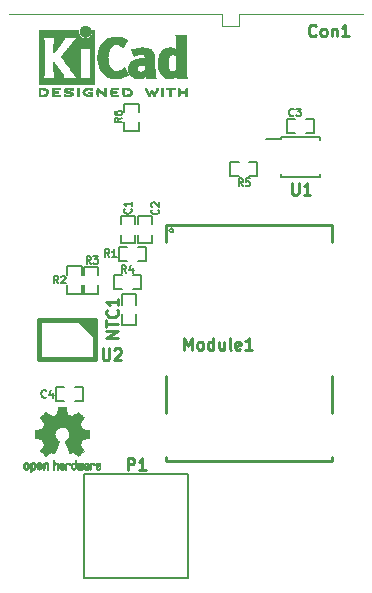
<source format=gbr>
G04 #@! TF.GenerationSoftware,KiCad,Pcbnew,(5.99.0-9801-g46d71f0d23)*
G04 #@! TF.CreationDate,2021-03-16T23:05:54+01:00*
G04 #@! TF.ProjectId,lorawan_e78-868ln22s_minipci,6c6f7261-7761-46e5-9f65-37382d383638,V1.0*
G04 #@! TF.SameCoordinates,Original*
G04 #@! TF.FileFunction,Legend,Top*
G04 #@! TF.FilePolarity,Positive*
%FSLAX46Y46*%
G04 Gerber Fmt 4.6, Leading zero omitted, Abs format (unit mm)*
G04 Created by KiCad (PCBNEW (5.99.0-9801-g46d71f0d23)) date 2021-03-16 23:05:54*
%MOMM*%
%LPD*%
G01*
G04 APERTURE LIST*
%ADD10C,0.250000*%
%ADD11C,0.127000*%
%ADD12C,0.010000*%
%ADD13C,0.150000*%
%ADD14C,0.254000*%
%ADD15C,0.381000*%
G04 APERTURE END LIST*
D10*
X164136414Y-74264575D02*
X164088795Y-74312194D01*
X163945938Y-74359813D01*
X163850700Y-74359813D01*
X163707843Y-74312194D01*
X163612604Y-74216956D01*
X163564985Y-74121718D01*
X163517366Y-73931242D01*
X163517366Y-73788385D01*
X163564985Y-73597909D01*
X163612604Y-73502671D01*
X163707843Y-73407433D01*
X163850700Y-73359813D01*
X163945938Y-73359813D01*
X164088795Y-73407433D01*
X164136414Y-73455052D01*
X164707843Y-74359813D02*
X164612604Y-74312194D01*
X164564985Y-74264575D01*
X164517366Y-74169337D01*
X164517366Y-73883623D01*
X164564985Y-73788385D01*
X164612604Y-73740766D01*
X164707843Y-73693147D01*
X164850700Y-73693147D01*
X164945938Y-73740766D01*
X164993557Y-73788385D01*
X165041176Y-73883623D01*
X165041176Y-74169337D01*
X164993557Y-74264575D01*
X164945938Y-74312194D01*
X164850700Y-74359813D01*
X164707843Y-74359813D01*
X165469747Y-73693147D02*
X165469747Y-74359813D01*
X165469747Y-73788385D02*
X165517366Y-73740766D01*
X165612604Y-73693147D01*
X165755462Y-73693147D01*
X165850700Y-73740766D01*
X165898319Y-73836004D01*
X165898319Y-74359813D01*
X166898319Y-74359813D02*
X166326890Y-74359813D01*
X166612604Y-74359813D02*
X166612604Y-73359813D01*
X166517366Y-73502671D01*
X166422128Y-73597909D01*
X166326890Y-73645528D01*
X148191904Y-111062380D02*
X148191904Y-110062380D01*
X148572857Y-110062380D01*
X148668095Y-110110000D01*
X148715714Y-110157619D01*
X148763333Y-110252857D01*
X148763333Y-110395714D01*
X148715714Y-110490952D01*
X148668095Y-110538571D01*
X148572857Y-110586190D01*
X148191904Y-110586190D01*
X149715714Y-111062380D02*
X149144285Y-111062380D01*
X149430000Y-111062380D02*
X149430000Y-110062380D01*
X149334761Y-110205238D01*
X149239523Y-110300476D01*
X149144285Y-110348095D01*
X152970595Y-100882380D02*
X152970595Y-99882380D01*
X153303928Y-100596666D01*
X153637261Y-99882380D01*
X153637261Y-100882380D01*
X154256309Y-100882380D02*
X154161071Y-100834761D01*
X154113452Y-100787142D01*
X154065833Y-100691904D01*
X154065833Y-100406190D01*
X154113452Y-100310952D01*
X154161071Y-100263333D01*
X154256309Y-100215714D01*
X154399166Y-100215714D01*
X154494404Y-100263333D01*
X154542023Y-100310952D01*
X154589642Y-100406190D01*
X154589642Y-100691904D01*
X154542023Y-100787142D01*
X154494404Y-100834761D01*
X154399166Y-100882380D01*
X154256309Y-100882380D01*
X155446785Y-100882380D02*
X155446785Y-99882380D01*
X155446785Y-100834761D02*
X155351547Y-100882380D01*
X155161071Y-100882380D01*
X155065833Y-100834761D01*
X155018214Y-100787142D01*
X154970595Y-100691904D01*
X154970595Y-100406190D01*
X155018214Y-100310952D01*
X155065833Y-100263333D01*
X155161071Y-100215714D01*
X155351547Y-100215714D01*
X155446785Y-100263333D01*
X156351547Y-100215714D02*
X156351547Y-100882380D01*
X155922976Y-100215714D02*
X155922976Y-100739523D01*
X155970595Y-100834761D01*
X156065833Y-100882380D01*
X156208690Y-100882380D01*
X156303928Y-100834761D01*
X156351547Y-100787142D01*
X156970595Y-100882380D02*
X156875357Y-100834761D01*
X156827738Y-100739523D01*
X156827738Y-99882380D01*
X157732500Y-100834761D02*
X157637261Y-100882380D01*
X157446785Y-100882380D01*
X157351547Y-100834761D01*
X157303928Y-100739523D01*
X157303928Y-100358571D01*
X157351547Y-100263333D01*
X157446785Y-100215714D01*
X157637261Y-100215714D01*
X157732500Y-100263333D01*
X157780119Y-100358571D01*
X157780119Y-100453809D01*
X157303928Y-100549047D01*
X158732500Y-100882380D02*
X158161071Y-100882380D01*
X158446785Y-100882380D02*
X158446785Y-99882380D01*
X158351547Y-100025238D01*
X158256309Y-100120476D01*
X158161071Y-100168095D01*
D11*
X148456785Y-88965833D02*
X148487023Y-88996071D01*
X148517261Y-89086785D01*
X148517261Y-89147261D01*
X148487023Y-89237976D01*
X148426547Y-89298452D01*
X148366071Y-89328690D01*
X148245119Y-89358928D01*
X148154404Y-89358928D01*
X148033452Y-89328690D01*
X147972976Y-89298452D01*
X147912500Y-89237976D01*
X147882261Y-89147261D01*
X147882261Y-89086785D01*
X147912500Y-88996071D01*
X147942738Y-88965833D01*
X148517261Y-88361071D02*
X148517261Y-88723928D01*
X148517261Y-88542500D02*
X147882261Y-88542500D01*
X147972976Y-88602976D01*
X148033452Y-88663452D01*
X148063690Y-88723928D01*
X150776785Y-89015833D02*
X150807023Y-89046071D01*
X150837261Y-89136785D01*
X150837261Y-89197261D01*
X150807023Y-89287976D01*
X150746547Y-89348452D01*
X150686071Y-89378690D01*
X150565119Y-89408928D01*
X150474404Y-89408928D01*
X150353452Y-89378690D01*
X150292976Y-89348452D01*
X150232500Y-89287976D01*
X150202261Y-89197261D01*
X150202261Y-89136785D01*
X150232500Y-89046071D01*
X150262738Y-89015833D01*
X150262738Y-88773928D02*
X150232500Y-88743690D01*
X150202261Y-88683214D01*
X150202261Y-88532023D01*
X150232500Y-88471547D01*
X150262738Y-88441309D01*
X150323214Y-88411071D01*
X150383690Y-88411071D01*
X150474404Y-88441309D01*
X150837261Y-88804166D01*
X150837261Y-88411071D01*
X146644166Y-93027261D02*
X146432500Y-92724880D01*
X146281309Y-93027261D02*
X146281309Y-92392261D01*
X146523214Y-92392261D01*
X146583690Y-92422500D01*
X146613928Y-92452738D01*
X146644166Y-92513214D01*
X146644166Y-92603928D01*
X146613928Y-92664404D01*
X146583690Y-92694642D01*
X146523214Y-92724880D01*
X146281309Y-92724880D01*
X147248928Y-93027261D02*
X146886071Y-93027261D01*
X147067500Y-93027261D02*
X147067500Y-92392261D01*
X147007023Y-92482976D01*
X146946547Y-92543452D01*
X146886071Y-92573690D01*
D10*
X147382380Y-99882857D02*
X146382380Y-99882857D01*
X147382380Y-99311428D01*
X146382380Y-99311428D01*
X146382380Y-98978095D02*
X146382380Y-98406666D01*
X147382380Y-98692380D02*
X146382380Y-98692380D01*
X147287142Y-97501904D02*
X147334761Y-97549523D01*
X147382380Y-97692380D01*
X147382380Y-97787619D01*
X147334761Y-97930476D01*
X147239523Y-98025714D01*
X147144285Y-98073333D01*
X146953809Y-98120952D01*
X146810952Y-98120952D01*
X146620476Y-98073333D01*
X146525238Y-98025714D01*
X146430000Y-97930476D01*
X146382380Y-97787619D01*
X146382380Y-97692380D01*
X146430000Y-97549523D01*
X146477619Y-97501904D01*
X147382380Y-96549523D02*
X147382380Y-97120952D01*
X147382380Y-96835238D02*
X146382380Y-96835238D01*
X146525238Y-96930476D01*
X146620476Y-97025714D01*
X146668095Y-97120952D01*
D11*
X142324166Y-95267261D02*
X142112500Y-94964880D01*
X141961309Y-95267261D02*
X141961309Y-94632261D01*
X142203214Y-94632261D01*
X142263690Y-94662500D01*
X142293928Y-94692738D01*
X142324166Y-94753214D01*
X142324166Y-94843928D01*
X142293928Y-94904404D01*
X142263690Y-94934642D01*
X142203214Y-94964880D01*
X141961309Y-94964880D01*
X142566071Y-94692738D02*
X142596309Y-94662500D01*
X142656785Y-94632261D01*
X142807976Y-94632261D01*
X142868452Y-94662500D01*
X142898690Y-94692738D01*
X142928928Y-94753214D01*
X142928928Y-94813690D01*
X142898690Y-94904404D01*
X142535833Y-95267261D01*
X142928928Y-95267261D01*
X145074166Y-93597261D02*
X144862500Y-93294880D01*
X144711309Y-93597261D02*
X144711309Y-92962261D01*
X144953214Y-92962261D01*
X145013690Y-92992500D01*
X145043928Y-93022738D01*
X145074166Y-93083214D01*
X145074166Y-93173928D01*
X145043928Y-93234404D01*
X145013690Y-93264642D01*
X144953214Y-93294880D01*
X144711309Y-93294880D01*
X145285833Y-92962261D02*
X145678928Y-92962261D01*
X145467261Y-93204166D01*
X145557976Y-93204166D01*
X145618452Y-93234404D01*
X145648690Y-93264642D01*
X145678928Y-93325119D01*
X145678928Y-93476309D01*
X145648690Y-93536785D01*
X145618452Y-93567023D01*
X145557976Y-93597261D01*
X145376547Y-93597261D01*
X145316071Y-93567023D01*
X145285833Y-93536785D01*
X148064166Y-94367261D02*
X147852500Y-94064880D01*
X147701309Y-94367261D02*
X147701309Y-93732261D01*
X147943214Y-93732261D01*
X148003690Y-93762500D01*
X148033928Y-93792738D01*
X148064166Y-93853214D01*
X148064166Y-93943928D01*
X148033928Y-94004404D01*
X148003690Y-94034642D01*
X147943214Y-94064880D01*
X147701309Y-94064880D01*
X148608452Y-93943928D02*
X148608452Y-94367261D01*
X148457261Y-93702023D02*
X148306071Y-94155595D01*
X148699166Y-94155595D01*
X157944166Y-87017261D02*
X157732500Y-86714880D01*
X157581309Y-87017261D02*
X157581309Y-86382261D01*
X157823214Y-86382261D01*
X157883690Y-86412500D01*
X157913928Y-86442738D01*
X157944166Y-86503214D01*
X157944166Y-86593928D01*
X157913928Y-86654404D01*
X157883690Y-86684642D01*
X157823214Y-86714880D01*
X157581309Y-86714880D01*
X158518690Y-86382261D02*
X158216309Y-86382261D01*
X158186071Y-86684642D01*
X158216309Y-86654404D01*
X158276785Y-86624166D01*
X158427976Y-86624166D01*
X158488452Y-86654404D01*
X158518690Y-86684642D01*
X158548928Y-86745119D01*
X158548928Y-86896309D01*
X158518690Y-86956785D01*
X158488452Y-86987023D01*
X158427976Y-87017261D01*
X158276785Y-87017261D01*
X158216309Y-86987023D01*
X158186071Y-86956785D01*
D10*
X146068095Y-100772380D02*
X146068095Y-101581904D01*
X146115714Y-101677142D01*
X146163333Y-101724761D01*
X146258571Y-101772380D01*
X146449047Y-101772380D01*
X146544285Y-101724761D01*
X146591904Y-101677142D01*
X146639523Y-101581904D01*
X146639523Y-100772380D01*
X147068095Y-100867619D02*
X147115714Y-100820000D01*
X147210952Y-100772380D01*
X147449047Y-100772380D01*
X147544285Y-100820000D01*
X147591904Y-100867619D01*
X147639523Y-100962857D01*
X147639523Y-101058095D01*
X147591904Y-101200952D01*
X147020476Y-101772380D01*
X147639523Y-101772380D01*
X162098095Y-86762380D02*
X162098095Y-87571904D01*
X162145714Y-87667142D01*
X162193333Y-87714761D01*
X162288571Y-87762380D01*
X162479047Y-87762380D01*
X162574285Y-87714761D01*
X162621904Y-87667142D01*
X162669523Y-87571904D01*
X162669523Y-86762380D01*
X163669523Y-87762380D02*
X163098095Y-87762380D01*
X163383809Y-87762380D02*
X163383809Y-86762380D01*
X163288571Y-86905238D01*
X163193333Y-87000476D01*
X163098095Y-87048095D01*
D11*
X162244166Y-81036785D02*
X162213928Y-81067023D01*
X162123214Y-81097261D01*
X162062738Y-81097261D01*
X161972023Y-81067023D01*
X161911547Y-81006547D01*
X161881309Y-80946071D01*
X161851071Y-80825119D01*
X161851071Y-80734404D01*
X161881309Y-80613452D01*
X161911547Y-80552976D01*
X161972023Y-80492500D01*
X162062738Y-80462261D01*
X162123214Y-80462261D01*
X162213928Y-80492500D01*
X162244166Y-80522738D01*
X162455833Y-80462261D02*
X162848928Y-80462261D01*
X162637261Y-80704166D01*
X162727976Y-80704166D01*
X162788452Y-80734404D01*
X162818690Y-80764642D01*
X162848928Y-80825119D01*
X162848928Y-80976309D01*
X162818690Y-81036785D01*
X162788452Y-81067023D01*
X162727976Y-81097261D01*
X162546547Y-81097261D01*
X162486071Y-81067023D01*
X162455833Y-81036785D01*
X141284166Y-104876785D02*
X141253928Y-104907023D01*
X141163214Y-104937261D01*
X141102738Y-104937261D01*
X141012023Y-104907023D01*
X140951547Y-104846547D01*
X140921309Y-104786071D01*
X140891071Y-104665119D01*
X140891071Y-104574404D01*
X140921309Y-104453452D01*
X140951547Y-104392976D01*
X141012023Y-104332500D01*
X141102738Y-104302261D01*
X141163214Y-104302261D01*
X141253928Y-104332500D01*
X141284166Y-104362738D01*
X141828452Y-104513928D02*
X141828452Y-104937261D01*
X141677261Y-104272023D02*
X141526071Y-104725595D01*
X141919166Y-104725595D01*
X147717261Y-81255833D02*
X147414880Y-81467500D01*
X147717261Y-81618690D02*
X147082261Y-81618690D01*
X147082261Y-81376785D01*
X147112500Y-81316309D01*
X147142738Y-81286071D01*
X147203214Y-81255833D01*
X147293928Y-81255833D01*
X147354404Y-81286071D01*
X147384642Y-81316309D01*
X147414880Y-81376785D01*
X147414880Y-81618690D01*
X147082261Y-80711547D02*
X147082261Y-80832500D01*
X147112500Y-80892976D01*
X147142738Y-80923214D01*
X147233452Y-80983690D01*
X147354404Y-81013928D01*
X147596309Y-81013928D01*
X147656785Y-80983690D01*
X147687023Y-80953452D01*
X147717261Y-80892976D01*
X147717261Y-80772023D01*
X147687023Y-80711547D01*
X147656785Y-80681309D01*
X147596309Y-80651071D01*
X147445119Y-80651071D01*
X147384642Y-80681309D01*
X147354404Y-80711547D01*
X147324166Y-80772023D01*
X147324166Y-80892976D01*
X147354404Y-80953452D01*
X147384642Y-80983690D01*
X147445119Y-81013928D01*
D12*
X157637843Y-72467433D02*
X157637843Y-73467433D01*
X156137843Y-73467433D02*
X156137843Y-72467433D01*
X157637843Y-73467433D02*
X156137843Y-73467433D01*
X156137843Y-72467433D02*
X138137843Y-72467433D01*
X168137843Y-72467433D02*
X157637843Y-72467433D01*
D13*
X144530000Y-120210000D02*
X153330000Y-120210000D01*
X144530000Y-111410000D02*
X153330000Y-111410000D01*
X153330000Y-111410000D02*
X153330000Y-120210000D01*
X144530000Y-111410000D02*
X144530000Y-120210000D01*
D14*
X165450000Y-106220000D02*
X165450000Y-103080000D01*
X151450000Y-90340000D02*
X165450000Y-90340000D01*
X165450000Y-110340000D02*
X165450000Y-109930000D01*
X165450000Y-91760000D02*
X165450000Y-90340000D01*
X151450000Y-106220000D02*
X151450000Y-103080000D01*
X151450000Y-110340000D02*
X151450000Y-109930000D01*
X165450000Y-110340000D02*
X151450000Y-110340000D01*
X151450000Y-91760000D02*
X151450000Y-90340000D01*
D11*
X152069603Y-90780000D02*
G75*
G03*
X152069603Y-90780000I-179603J0D01*
G01*
D13*
X147630000Y-89540000D02*
X148830000Y-89540000D01*
X147630000Y-91840000D02*
X148830000Y-91840000D01*
X148830000Y-91840000D02*
X148830000Y-91140000D01*
X148830000Y-89540000D02*
X148830000Y-90240000D01*
X147630000Y-91140000D02*
X147630000Y-91840000D01*
X147630000Y-90240000D02*
X147630000Y-89540000D01*
X150260000Y-89540000D02*
X150260000Y-90240000D01*
X149060000Y-91140000D02*
X149060000Y-91840000D01*
X149060000Y-91840000D02*
X150260000Y-91840000D01*
X149060000Y-90240000D02*
X149060000Y-89540000D01*
X149060000Y-89540000D02*
X150260000Y-89540000D01*
X150260000Y-91840000D02*
X150260000Y-91140000D01*
X147470000Y-92150000D02*
X148170000Y-92150000D01*
X149770000Y-93350000D02*
X149770000Y-92150000D01*
X149770000Y-92150000D02*
X149070000Y-92150000D01*
X147470000Y-93350000D02*
X147470000Y-92150000D01*
X149070000Y-93350000D02*
X149770000Y-93350000D01*
X148170000Y-93350000D02*
X147470000Y-93350000D01*
X148910000Y-96180000D02*
X147710000Y-96180000D01*
X147710000Y-97880000D02*
X147710000Y-98780000D01*
X147710000Y-96180000D02*
X147710000Y-97080000D01*
X148910000Y-97080000D02*
X148910000Y-96180000D01*
X147710000Y-98780000D02*
X148910000Y-98780000D01*
X148910000Y-98780000D02*
X148910000Y-97880000D01*
X144290000Y-95430000D02*
X144290000Y-96130000D01*
X144290000Y-94530000D02*
X144290000Y-93830000D01*
X143090000Y-96130000D02*
X143090000Y-95430000D01*
X144290000Y-93830000D02*
X143090000Y-93830000D01*
X144290000Y-96130000D02*
X143090000Y-96130000D01*
X143090000Y-93830000D02*
X143090000Y-94530000D01*
X145690000Y-95440000D02*
X145690000Y-96140000D01*
X145690000Y-93840000D02*
X144490000Y-93840000D01*
X145690000Y-94540000D02*
X145690000Y-93840000D01*
X144490000Y-96140000D02*
X144490000Y-95440000D01*
X145690000Y-96140000D02*
X144490000Y-96140000D01*
X144490000Y-93840000D02*
X144490000Y-94540000D01*
X148630000Y-94560000D02*
X149330000Y-94560000D01*
X147730000Y-94560000D02*
X147030000Y-94560000D01*
X149330000Y-94560000D02*
X149330000Y-95760000D01*
X149330000Y-95760000D02*
X148630000Y-95760000D01*
X147030000Y-94560000D02*
X147030000Y-95760000D01*
X147030000Y-95760000D02*
X147730000Y-95760000D01*
X159180000Y-84970000D02*
X159180000Y-86170000D01*
X157580000Y-84970000D02*
X156880000Y-84970000D01*
X156880000Y-86170000D02*
X157580000Y-86170000D01*
X159180000Y-86170000D02*
X158480000Y-86170000D01*
X158480000Y-84970000D02*
X159180000Y-84970000D01*
X156880000Y-84970000D02*
X156880000Y-86170000D01*
D15*
X145450000Y-99750000D02*
X144150000Y-98450000D01*
X145450000Y-101700000D02*
X145450000Y-98400000D01*
X140650000Y-101700000D02*
X145450000Y-101700000D01*
X140650000Y-98400000D02*
X140650000Y-101700000D01*
X145450000Y-98750000D02*
X145100000Y-98400000D01*
X145450000Y-98400000D02*
X140650000Y-98400000D01*
X145450000Y-99100000D02*
X144750000Y-98400000D01*
X145450000Y-99400000D02*
X144450000Y-98400000D01*
D13*
X161165000Y-86245000D02*
X161165000Y-85995000D01*
X161165000Y-82895000D02*
X164515000Y-82895000D01*
X164515000Y-82895000D02*
X164515000Y-83145000D01*
X164515000Y-86245000D02*
X164515000Y-85995000D01*
X161165000Y-86245000D02*
X164515000Y-86245000D01*
X161165000Y-82895000D02*
X161165000Y-83070000D01*
X161165000Y-83070000D02*
X159915000Y-83070000D01*
X161650000Y-81350000D02*
X162350000Y-81350000D01*
X163250000Y-82550000D02*
X163950000Y-82550000D01*
X163950000Y-82550000D02*
X163950000Y-81350000D01*
X162350000Y-82550000D02*
X161650000Y-82550000D01*
X161650000Y-82550000D02*
X161650000Y-81350000D01*
X163950000Y-81350000D02*
X163250000Y-81350000D01*
X143720000Y-105250000D02*
X144420000Y-105250000D01*
X144420000Y-105250000D02*
X144420000Y-104050000D01*
X144420000Y-104050000D02*
X143720000Y-104050000D01*
X142120000Y-105250000D02*
X142120000Y-104050000D01*
X142120000Y-104050000D02*
X142820000Y-104050000D01*
X142820000Y-105250000D02*
X142120000Y-105250000D01*
X147910000Y-80040000D02*
X149110000Y-80040000D01*
X147910000Y-80740000D02*
X147910000Y-80040000D01*
X149110000Y-82340000D02*
X149110000Y-81640000D01*
X147910000Y-81640000D02*
X147910000Y-82340000D01*
X149110000Y-80040000D02*
X149110000Y-80740000D01*
X147910000Y-82340000D02*
X149110000Y-82340000D01*
D12*
X140818629Y-78699066D02*
X140858111Y-78699467D01*
X140858111Y-78699467D02*
X140973800Y-78702259D01*
X140973800Y-78702259D02*
X141070689Y-78710550D01*
X141070689Y-78710550D02*
X141152081Y-78725232D01*
X141152081Y-78725232D02*
X141221277Y-78747193D01*
X141221277Y-78747193D02*
X141281580Y-78777322D01*
X141281580Y-78777322D02*
X141336292Y-78816510D01*
X141336292Y-78816510D02*
X141355833Y-78833532D01*
X141355833Y-78833532D02*
X141388250Y-78873363D01*
X141388250Y-78873363D02*
X141417480Y-78927413D01*
X141417480Y-78927413D02*
X141440009Y-78987323D01*
X141440009Y-78987323D02*
X141452321Y-79044739D01*
X141452321Y-79044739D02*
X141453600Y-79065956D01*
X141453600Y-79065956D02*
X141445583Y-79124769D01*
X141445583Y-79124769D02*
X141424101Y-79189013D01*
X141424101Y-79189013D02*
X141393001Y-79249821D01*
X141393001Y-79249821D02*
X141356134Y-79298330D01*
X141356134Y-79298330D02*
X141350146Y-79304182D01*
X141350146Y-79304182D02*
X141299421Y-79345321D01*
X141299421Y-79345321D02*
X141243875Y-79377435D01*
X141243875Y-79377435D02*
X141180304Y-79401365D01*
X141180304Y-79401365D02*
X141105506Y-79417953D01*
X141105506Y-79417953D02*
X141016278Y-79428041D01*
X141016278Y-79428041D02*
X140909418Y-79432469D01*
X140909418Y-79432469D02*
X140860472Y-79432845D01*
X140860472Y-79432845D02*
X140798238Y-79432545D01*
X140798238Y-79432545D02*
X140754472Y-79431292D01*
X140754472Y-79431292D02*
X140725069Y-79428554D01*
X140725069Y-79428554D02*
X140705921Y-79423801D01*
X140705921Y-79423801D02*
X140692923Y-79416501D01*
X140692923Y-79416501D02*
X140685955Y-79410267D01*
X140685955Y-79410267D02*
X140679374Y-79402694D01*
X140679374Y-79402694D02*
X140674212Y-79392924D01*
X140674212Y-79392924D02*
X140670297Y-79378340D01*
X140670297Y-79378340D02*
X140667457Y-79356326D01*
X140667457Y-79356326D02*
X140665520Y-79324264D01*
X140665520Y-79324264D02*
X140664316Y-79279536D01*
X140664316Y-79279536D02*
X140663672Y-79219526D01*
X140663672Y-79219526D02*
X140663417Y-79141617D01*
X140663417Y-79141617D02*
X140663378Y-79065956D01*
X140663378Y-79065956D02*
X140663130Y-78965041D01*
X140663130Y-78965041D02*
X140663183Y-78884427D01*
X140663183Y-78884427D02*
X140664143Y-78845822D01*
X140664143Y-78845822D02*
X140810133Y-78845822D01*
X140810133Y-78845822D02*
X140810133Y-79286089D01*
X140810133Y-79286089D02*
X140903266Y-79286004D01*
X140903266Y-79286004D02*
X140959307Y-79284396D01*
X140959307Y-79284396D02*
X141018001Y-79280256D01*
X141018001Y-79280256D02*
X141066972Y-79274464D01*
X141066972Y-79274464D02*
X141068462Y-79274226D01*
X141068462Y-79274226D02*
X141147608Y-79255090D01*
X141147608Y-79255090D02*
X141208998Y-79225287D01*
X141208998Y-79225287D02*
X141255695Y-79182878D01*
X141255695Y-79182878D02*
X141285365Y-79136961D01*
X141285365Y-79136961D02*
X141303647Y-79086026D01*
X141303647Y-79086026D02*
X141302229Y-79038200D01*
X141302229Y-79038200D02*
X141281012Y-78986933D01*
X141281012Y-78986933D02*
X141239511Y-78933899D01*
X141239511Y-78933899D02*
X141182002Y-78894600D01*
X141182002Y-78894600D02*
X141107250Y-78868331D01*
X141107250Y-78868331D02*
X141057292Y-78859035D01*
X141057292Y-78859035D02*
X141000584Y-78852507D01*
X141000584Y-78852507D02*
X140940481Y-78847782D01*
X140940481Y-78847782D02*
X140889361Y-78845817D01*
X140889361Y-78845817D02*
X140886333Y-78845808D01*
X140886333Y-78845808D02*
X140810133Y-78845822D01*
X140810133Y-78845822D02*
X140664143Y-78845822D01*
X140664143Y-78845822D02*
X140664740Y-78821851D01*
X140664740Y-78821851D02*
X140669002Y-78775055D01*
X140669002Y-78775055D02*
X140677170Y-78741778D01*
X140677170Y-78741778D02*
X140690444Y-78719759D01*
X140690444Y-78719759D02*
X140710026Y-78706739D01*
X140710026Y-78706739D02*
X140737117Y-78700457D01*
X140737117Y-78700457D02*
X140772918Y-78698653D01*
X140772918Y-78698653D02*
X140818629Y-78699066D01*
X140818629Y-78699066D02*
X140818629Y-78699066D01*
G36*
X140669002Y-78775055D02*
G01*
X140677170Y-78741778D01*
X140690444Y-78719759D01*
X140710026Y-78706739D01*
X140737117Y-78700457D01*
X140772918Y-78698653D01*
X140818629Y-78699066D01*
X140858111Y-78699467D01*
X140973800Y-78702259D01*
X141070689Y-78710550D01*
X141152081Y-78725232D01*
X141221277Y-78747193D01*
X141281580Y-78777322D01*
X141336292Y-78816510D01*
X141355833Y-78833532D01*
X141388250Y-78873363D01*
X141417480Y-78927413D01*
X141440009Y-78987323D01*
X141452321Y-79044739D01*
X141453600Y-79065956D01*
X141445583Y-79124769D01*
X141424101Y-79189013D01*
X141393001Y-79249821D01*
X141356134Y-79298330D01*
X141350146Y-79304182D01*
X141299421Y-79345321D01*
X141243875Y-79377435D01*
X141180304Y-79401365D01*
X141105506Y-79417953D01*
X141016278Y-79428041D01*
X140909418Y-79432469D01*
X140860472Y-79432845D01*
X140798238Y-79432545D01*
X140754472Y-79431292D01*
X140725069Y-79428554D01*
X140705921Y-79423801D01*
X140692923Y-79416501D01*
X140685955Y-79410267D01*
X140679374Y-79402694D01*
X140674212Y-79392924D01*
X140670297Y-79378340D01*
X140667457Y-79356326D01*
X140665520Y-79324264D01*
X140664316Y-79279536D01*
X140663672Y-79219526D01*
X140663417Y-79141617D01*
X140663378Y-79065956D01*
X140663130Y-78965041D01*
X140663183Y-78884427D01*
X140664143Y-78845822D01*
X140810133Y-78845822D01*
X140810133Y-79286089D01*
X140903266Y-79286004D01*
X140959307Y-79284396D01*
X141018001Y-79280256D01*
X141066972Y-79274464D01*
X141068462Y-79274226D01*
X141147608Y-79255090D01*
X141208998Y-79225287D01*
X141255695Y-79182878D01*
X141285365Y-79136961D01*
X141303647Y-79086026D01*
X141302229Y-79038200D01*
X141281012Y-78986933D01*
X141239511Y-78933899D01*
X141182002Y-78894600D01*
X141107250Y-78868331D01*
X141057292Y-78859035D01*
X141000584Y-78852507D01*
X140940481Y-78847782D01*
X140889361Y-78845817D01*
X140886333Y-78845808D01*
X140810133Y-78845822D01*
X140664143Y-78845822D01*
X140664740Y-78821851D01*
X140669002Y-78775055D01*
G37*
X140669002Y-78775055D02*
X140677170Y-78741778D01*
X140690444Y-78719759D01*
X140710026Y-78706739D01*
X140737117Y-78700457D01*
X140772918Y-78698653D01*
X140818629Y-78699066D01*
X140858111Y-78699467D01*
X140973800Y-78702259D01*
X141070689Y-78710550D01*
X141152081Y-78725232D01*
X141221277Y-78747193D01*
X141281580Y-78777322D01*
X141336292Y-78816510D01*
X141355833Y-78833532D01*
X141388250Y-78873363D01*
X141417480Y-78927413D01*
X141440009Y-78987323D01*
X141452321Y-79044739D01*
X141453600Y-79065956D01*
X141445583Y-79124769D01*
X141424101Y-79189013D01*
X141393001Y-79249821D01*
X141356134Y-79298330D01*
X141350146Y-79304182D01*
X141299421Y-79345321D01*
X141243875Y-79377435D01*
X141180304Y-79401365D01*
X141105506Y-79417953D01*
X141016278Y-79428041D01*
X140909418Y-79432469D01*
X140860472Y-79432845D01*
X140798238Y-79432545D01*
X140754472Y-79431292D01*
X140725069Y-79428554D01*
X140705921Y-79423801D01*
X140692923Y-79416501D01*
X140685955Y-79410267D01*
X140679374Y-79402694D01*
X140674212Y-79392924D01*
X140670297Y-79378340D01*
X140667457Y-79356326D01*
X140665520Y-79324264D01*
X140664316Y-79279536D01*
X140663672Y-79219526D01*
X140663417Y-79141617D01*
X140663378Y-79065956D01*
X140663130Y-78965041D01*
X140663183Y-78884427D01*
X140664143Y-78845822D01*
X140810133Y-78845822D01*
X140810133Y-79286089D01*
X140903266Y-79286004D01*
X140959307Y-79284396D01*
X141018001Y-79280256D01*
X141066972Y-79274464D01*
X141068462Y-79274226D01*
X141147608Y-79255090D01*
X141208998Y-79225287D01*
X141255695Y-79182878D01*
X141285365Y-79136961D01*
X141303647Y-79086026D01*
X141302229Y-79038200D01*
X141281012Y-78986933D01*
X141239511Y-78933899D01*
X141182002Y-78894600D01*
X141107250Y-78868331D01*
X141057292Y-78859035D01*
X141000584Y-78852507D01*
X140940481Y-78847782D01*
X140889361Y-78845817D01*
X140886333Y-78845808D01*
X140810133Y-78845822D01*
X140664143Y-78845822D01*
X140664740Y-78821851D01*
X140669002Y-78775055D01*
X151903065Y-78699163D02*
X151981772Y-78699542D01*
X151981772Y-78699542D02*
X152042863Y-78700333D01*
X152042863Y-78700333D02*
X152088817Y-78701670D01*
X152088817Y-78701670D02*
X152122114Y-78703683D01*
X152122114Y-78703683D02*
X152145236Y-78706506D01*
X152145236Y-78706506D02*
X152160662Y-78710269D01*
X152160662Y-78710269D02*
X152170871Y-78715105D01*
X152170871Y-78715105D02*
X152175813Y-78718822D01*
X152175813Y-78718822D02*
X152201457Y-78751358D01*
X152201457Y-78751358D02*
X152204559Y-78785138D01*
X152204559Y-78785138D02*
X152188711Y-78815826D01*
X152188711Y-78815826D02*
X152178348Y-78828089D01*
X152178348Y-78828089D02*
X152167196Y-78836450D01*
X152167196Y-78836450D02*
X152151035Y-78841657D01*
X152151035Y-78841657D02*
X152125642Y-78844457D01*
X152125642Y-78844457D02*
X152086798Y-78845596D01*
X152086798Y-78845596D02*
X152030280Y-78845821D01*
X152030280Y-78845821D02*
X152019180Y-78845822D01*
X152019180Y-78845822D02*
X151873244Y-78845822D01*
X151873244Y-78845822D02*
X151873244Y-79116756D01*
X151873244Y-79116756D02*
X151873148Y-79202154D01*
X151873148Y-79202154D02*
X151872711Y-79267864D01*
X151872711Y-79267864D02*
X151871712Y-79316774D01*
X151871712Y-79316774D02*
X151869928Y-79351773D01*
X151869928Y-79351773D02*
X151867137Y-79375749D01*
X151867137Y-79375749D02*
X151863117Y-79391593D01*
X151863117Y-79391593D02*
X151857645Y-79402191D01*
X151857645Y-79402191D02*
X151850666Y-79410267D01*
X151850666Y-79410267D02*
X151817734Y-79430112D01*
X151817734Y-79430112D02*
X151783354Y-79428548D01*
X151783354Y-79428548D02*
X151752176Y-79405906D01*
X151752176Y-79405906D02*
X151749886Y-79403100D01*
X151749886Y-79403100D02*
X151742429Y-79392492D01*
X151742429Y-79392492D02*
X151736747Y-79380081D01*
X151736747Y-79380081D02*
X151732601Y-79362850D01*
X151732601Y-79362850D02*
X151729750Y-79337784D01*
X151729750Y-79337784D02*
X151727954Y-79301867D01*
X151727954Y-79301867D02*
X151726972Y-79252083D01*
X151726972Y-79252083D02*
X151726564Y-79185417D01*
X151726564Y-79185417D02*
X151726489Y-79109589D01*
X151726489Y-79109589D02*
X151726489Y-78845822D01*
X151726489Y-78845822D02*
X151587127Y-78845822D01*
X151587127Y-78845822D02*
X151527322Y-78845418D01*
X151527322Y-78845418D02*
X151485918Y-78843840D01*
X151485918Y-78843840D02*
X151458748Y-78840547D01*
X151458748Y-78840547D02*
X151441646Y-78834992D01*
X151441646Y-78834992D02*
X151430443Y-78826631D01*
X151430443Y-78826631D02*
X151429083Y-78825178D01*
X151429083Y-78825178D02*
X151412725Y-78791939D01*
X151412725Y-78791939D02*
X151414172Y-78754362D01*
X151414172Y-78754362D02*
X151432978Y-78721645D01*
X151432978Y-78721645D02*
X151440250Y-78715298D01*
X151440250Y-78715298D02*
X151449627Y-78710266D01*
X151449627Y-78710266D02*
X151463609Y-78706396D01*
X151463609Y-78706396D02*
X151484696Y-78703537D01*
X151484696Y-78703537D02*
X151515389Y-78701535D01*
X151515389Y-78701535D02*
X151558189Y-78700239D01*
X151558189Y-78700239D02*
X151615595Y-78699498D01*
X151615595Y-78699498D02*
X151690110Y-78699158D01*
X151690110Y-78699158D02*
X151784233Y-78699068D01*
X151784233Y-78699068D02*
X151804260Y-78699067D01*
X151804260Y-78699067D02*
X151903065Y-78699163D01*
X151903065Y-78699163D02*
X151903065Y-78699163D01*
G36*
X151903065Y-78699163D02*
G01*
X151981772Y-78699542D01*
X152042863Y-78700333D01*
X152088817Y-78701670D01*
X152122114Y-78703683D01*
X152145236Y-78706506D01*
X152160662Y-78710269D01*
X152170871Y-78715105D01*
X152175813Y-78718822D01*
X152201457Y-78751358D01*
X152204559Y-78785138D01*
X152188711Y-78815826D01*
X152178348Y-78828089D01*
X152167196Y-78836450D01*
X152151035Y-78841657D01*
X152125642Y-78844457D01*
X152086798Y-78845596D01*
X152030280Y-78845821D01*
X152019180Y-78845822D01*
X151873244Y-78845822D01*
X151873244Y-79116756D01*
X151873148Y-79202154D01*
X151872711Y-79267864D01*
X151871712Y-79316774D01*
X151869928Y-79351773D01*
X151867137Y-79375749D01*
X151863117Y-79391593D01*
X151857645Y-79402191D01*
X151850666Y-79410267D01*
X151817734Y-79430112D01*
X151783354Y-79428548D01*
X151752176Y-79405906D01*
X151749886Y-79403100D01*
X151742429Y-79392492D01*
X151736747Y-79380081D01*
X151732601Y-79362850D01*
X151729750Y-79337784D01*
X151727954Y-79301867D01*
X151726972Y-79252083D01*
X151726564Y-79185417D01*
X151726489Y-79109589D01*
X151726489Y-78845822D01*
X151587127Y-78845822D01*
X151527322Y-78845418D01*
X151485918Y-78843840D01*
X151458748Y-78840547D01*
X151441646Y-78834992D01*
X151430443Y-78826631D01*
X151429083Y-78825178D01*
X151412725Y-78791939D01*
X151414172Y-78754362D01*
X151432978Y-78721645D01*
X151440250Y-78715298D01*
X151449627Y-78710266D01*
X151463609Y-78706396D01*
X151484696Y-78703537D01*
X151515389Y-78701535D01*
X151558189Y-78700239D01*
X151615595Y-78699498D01*
X151690110Y-78699158D01*
X151784233Y-78699068D01*
X151804260Y-78699067D01*
X151903065Y-78699163D01*
G37*
X151903065Y-78699163D02*
X151981772Y-78699542D01*
X152042863Y-78700333D01*
X152088817Y-78701670D01*
X152122114Y-78703683D01*
X152145236Y-78706506D01*
X152160662Y-78710269D01*
X152170871Y-78715105D01*
X152175813Y-78718822D01*
X152201457Y-78751358D01*
X152204559Y-78785138D01*
X152188711Y-78815826D01*
X152178348Y-78828089D01*
X152167196Y-78836450D01*
X152151035Y-78841657D01*
X152125642Y-78844457D01*
X152086798Y-78845596D01*
X152030280Y-78845821D01*
X152019180Y-78845822D01*
X151873244Y-78845822D01*
X151873244Y-79116756D01*
X151873148Y-79202154D01*
X151872711Y-79267864D01*
X151871712Y-79316774D01*
X151869928Y-79351773D01*
X151867137Y-79375749D01*
X151863117Y-79391593D01*
X151857645Y-79402191D01*
X151850666Y-79410267D01*
X151817734Y-79430112D01*
X151783354Y-79428548D01*
X151752176Y-79405906D01*
X151749886Y-79403100D01*
X151742429Y-79392492D01*
X151736747Y-79380081D01*
X151732601Y-79362850D01*
X151729750Y-79337784D01*
X151727954Y-79301867D01*
X151726972Y-79252083D01*
X151726564Y-79185417D01*
X151726489Y-79109589D01*
X151726489Y-78845822D01*
X151587127Y-78845822D01*
X151527322Y-78845418D01*
X151485918Y-78843840D01*
X151458748Y-78840547D01*
X151441646Y-78834992D01*
X151430443Y-78826631D01*
X151429083Y-78825178D01*
X151412725Y-78791939D01*
X151414172Y-78754362D01*
X151432978Y-78721645D01*
X151440250Y-78715298D01*
X151449627Y-78710266D01*
X151463609Y-78706396D01*
X151484696Y-78703537D01*
X151515389Y-78701535D01*
X151558189Y-78700239D01*
X151615595Y-78699498D01*
X151690110Y-78699158D01*
X151784233Y-78699068D01*
X151804260Y-78699067D01*
X151903065Y-78699163D01*
X143248297Y-78700351D02*
X143323112Y-78705581D01*
X143323112Y-78705581D02*
X143392694Y-78713750D01*
X143392694Y-78713750D02*
X143452998Y-78724550D01*
X143452998Y-78724550D02*
X143499980Y-78737673D01*
X143499980Y-78737673D02*
X143529594Y-78752813D01*
X143529594Y-78752813D02*
X143534140Y-78757269D01*
X143534140Y-78757269D02*
X143549946Y-78791850D01*
X143549946Y-78791850D02*
X143545153Y-78827351D01*
X143545153Y-78827351D02*
X143520636Y-78857725D01*
X143520636Y-78857725D02*
X143519466Y-78858596D01*
X143519466Y-78858596D02*
X143505046Y-78867954D01*
X143505046Y-78867954D02*
X143489992Y-78872876D01*
X143489992Y-78872876D02*
X143468995Y-78873473D01*
X143468995Y-78873473D02*
X143436743Y-78869861D01*
X143436743Y-78869861D02*
X143387927Y-78862154D01*
X143387927Y-78862154D02*
X143384000Y-78861505D01*
X143384000Y-78861505D02*
X143311261Y-78852569D01*
X143311261Y-78852569D02*
X143232783Y-78848161D01*
X143232783Y-78848161D02*
X143154073Y-78848119D01*
X143154073Y-78848119D02*
X143080639Y-78852279D01*
X143080639Y-78852279D02*
X143017989Y-78860479D01*
X143017989Y-78860479D02*
X142971630Y-78872557D01*
X142971630Y-78872557D02*
X142968584Y-78873771D01*
X142968584Y-78873771D02*
X142934952Y-78892615D01*
X142934952Y-78892615D02*
X142923136Y-78911685D01*
X142923136Y-78911685D02*
X142932386Y-78930439D01*
X142932386Y-78930439D02*
X142961953Y-78948337D01*
X142961953Y-78948337D02*
X143011089Y-78964837D01*
X143011089Y-78964837D02*
X143079043Y-78979396D01*
X143079043Y-78979396D02*
X143124355Y-78986406D01*
X143124355Y-78986406D02*
X143218544Y-78999889D01*
X143218544Y-78999889D02*
X143293456Y-79012214D01*
X143293456Y-79012214D02*
X143352283Y-79024449D01*
X143352283Y-79024449D02*
X143398215Y-79037661D01*
X143398215Y-79037661D02*
X143434445Y-79052917D01*
X143434445Y-79052917D02*
X143464162Y-79071285D01*
X143464162Y-79071285D02*
X143490558Y-79093831D01*
X143490558Y-79093831D02*
X143511770Y-79115971D01*
X143511770Y-79115971D02*
X143536935Y-79146819D01*
X143536935Y-79146819D02*
X143549319Y-79173345D01*
X143549319Y-79173345D02*
X143553192Y-79206026D01*
X143553192Y-79206026D02*
X143553333Y-79217995D01*
X143553333Y-79217995D02*
X143550424Y-79257712D01*
X143550424Y-79257712D02*
X143538798Y-79287259D01*
X143538798Y-79287259D02*
X143518677Y-79313486D01*
X143518677Y-79313486D02*
X143477784Y-79353576D01*
X143477784Y-79353576D02*
X143432183Y-79384149D01*
X143432183Y-79384149D02*
X143378487Y-79406203D01*
X143378487Y-79406203D02*
X143313308Y-79420735D01*
X143313308Y-79420735D02*
X143233256Y-79428741D01*
X143233256Y-79428741D02*
X143134943Y-79431218D01*
X143134943Y-79431218D02*
X143118711Y-79431177D01*
X143118711Y-79431177D02*
X143053151Y-79429818D01*
X143053151Y-79429818D02*
X142988134Y-79426730D01*
X142988134Y-79426730D02*
X142930748Y-79422356D01*
X142930748Y-79422356D02*
X142888078Y-79417140D01*
X142888078Y-79417140D02*
X142884628Y-79416541D01*
X142884628Y-79416541D02*
X142842204Y-79406491D01*
X142842204Y-79406491D02*
X142806220Y-79393796D01*
X142806220Y-79393796D02*
X142785850Y-79382190D01*
X142785850Y-79382190D02*
X142766893Y-79351572D01*
X142766893Y-79351572D02*
X142765573Y-79315918D01*
X142765573Y-79315918D02*
X142781915Y-79284144D01*
X142781915Y-79284144D02*
X142785571Y-79280551D01*
X142785571Y-79280551D02*
X142800685Y-79269876D01*
X142800685Y-79269876D02*
X142819585Y-79265276D01*
X142819585Y-79265276D02*
X142848838Y-79266059D01*
X142848838Y-79266059D02*
X142884349Y-79270127D01*
X142884349Y-79270127D02*
X142924030Y-79273762D01*
X142924030Y-79273762D02*
X142979655Y-79276828D01*
X142979655Y-79276828D02*
X143044594Y-79279053D01*
X143044594Y-79279053D02*
X143112215Y-79280164D01*
X143112215Y-79280164D02*
X143130000Y-79280237D01*
X143130000Y-79280237D02*
X143197872Y-79279964D01*
X143197872Y-79279964D02*
X143247546Y-79278646D01*
X143247546Y-79278646D02*
X143283390Y-79275827D01*
X143283390Y-79275827D02*
X143309776Y-79271050D01*
X143309776Y-79271050D02*
X143331074Y-79263857D01*
X143331074Y-79263857D02*
X143343874Y-79257867D01*
X143343874Y-79257867D02*
X143372000Y-79241233D01*
X143372000Y-79241233D02*
X143389932Y-79226168D01*
X143389932Y-79226168D02*
X143392553Y-79221897D01*
X143392553Y-79221897D02*
X143387024Y-79204263D01*
X143387024Y-79204263D02*
X143360740Y-79187192D01*
X143360740Y-79187192D02*
X143315522Y-79171458D01*
X143315522Y-79171458D02*
X143253192Y-79157838D01*
X143253192Y-79157838D02*
X143234829Y-79154804D01*
X143234829Y-79154804D02*
X143138910Y-79139738D01*
X143138910Y-79139738D02*
X143062359Y-79127146D01*
X143062359Y-79127146D02*
X143002220Y-79116111D01*
X143002220Y-79116111D02*
X142955540Y-79105720D01*
X142955540Y-79105720D02*
X142919363Y-79095056D01*
X142919363Y-79095056D02*
X142890735Y-79083205D01*
X142890735Y-79083205D02*
X142866702Y-79069251D01*
X142866702Y-79069251D02*
X142844308Y-79052281D01*
X142844308Y-79052281D02*
X142820598Y-79031378D01*
X142820598Y-79031378D02*
X142812620Y-79024049D01*
X142812620Y-79024049D02*
X142784647Y-78996699D01*
X142784647Y-78996699D02*
X142769840Y-78975029D01*
X142769840Y-78975029D02*
X142764048Y-78950232D01*
X142764048Y-78950232D02*
X142763111Y-78918983D01*
X142763111Y-78918983D02*
X142773425Y-78857705D01*
X142773425Y-78857705D02*
X142804248Y-78805640D01*
X142804248Y-78805640D02*
X142855405Y-78762958D01*
X142855405Y-78762958D02*
X142926717Y-78729825D01*
X142926717Y-78729825D02*
X142977600Y-78714964D01*
X142977600Y-78714964D02*
X143032900Y-78705366D01*
X143032900Y-78705366D02*
X143099147Y-78699936D01*
X143099147Y-78699936D02*
X143172294Y-78698367D01*
X143172294Y-78698367D02*
X143248297Y-78700351D01*
X143248297Y-78700351D02*
X143248297Y-78700351D01*
G36*
X143248297Y-78700351D02*
G01*
X143323112Y-78705581D01*
X143392694Y-78713750D01*
X143452998Y-78724550D01*
X143499980Y-78737673D01*
X143529594Y-78752813D01*
X143534140Y-78757269D01*
X143549946Y-78791850D01*
X143545153Y-78827351D01*
X143520636Y-78857725D01*
X143519466Y-78858596D01*
X143505046Y-78867954D01*
X143489992Y-78872876D01*
X143468995Y-78873473D01*
X143436743Y-78869861D01*
X143387927Y-78862154D01*
X143384000Y-78861505D01*
X143311261Y-78852569D01*
X143232783Y-78848161D01*
X143154073Y-78848119D01*
X143080639Y-78852279D01*
X143017989Y-78860479D01*
X142971630Y-78872557D01*
X142968584Y-78873771D01*
X142934952Y-78892615D01*
X142923136Y-78911685D01*
X142932386Y-78930439D01*
X142961953Y-78948337D01*
X143011089Y-78964837D01*
X143079043Y-78979396D01*
X143124355Y-78986406D01*
X143218544Y-78999889D01*
X143293456Y-79012214D01*
X143352283Y-79024449D01*
X143398215Y-79037661D01*
X143434445Y-79052917D01*
X143464162Y-79071285D01*
X143490558Y-79093831D01*
X143511770Y-79115971D01*
X143536935Y-79146819D01*
X143549319Y-79173345D01*
X143553192Y-79206026D01*
X143553333Y-79217995D01*
X143550424Y-79257712D01*
X143538798Y-79287259D01*
X143518677Y-79313486D01*
X143477784Y-79353576D01*
X143432183Y-79384149D01*
X143378487Y-79406203D01*
X143313308Y-79420735D01*
X143233256Y-79428741D01*
X143134943Y-79431218D01*
X143118711Y-79431177D01*
X143053151Y-79429818D01*
X142988134Y-79426730D01*
X142930748Y-79422356D01*
X142888078Y-79417140D01*
X142884628Y-79416541D01*
X142842204Y-79406491D01*
X142806220Y-79393796D01*
X142785850Y-79382190D01*
X142766893Y-79351572D01*
X142765573Y-79315918D01*
X142781915Y-79284144D01*
X142785571Y-79280551D01*
X142800685Y-79269876D01*
X142819585Y-79265276D01*
X142848838Y-79266059D01*
X142884349Y-79270127D01*
X142924030Y-79273762D01*
X142979655Y-79276828D01*
X143044594Y-79279053D01*
X143112215Y-79280164D01*
X143130000Y-79280237D01*
X143197872Y-79279964D01*
X143247546Y-79278646D01*
X143283390Y-79275827D01*
X143309776Y-79271050D01*
X143331074Y-79263857D01*
X143343874Y-79257867D01*
X143372000Y-79241233D01*
X143389932Y-79226168D01*
X143392553Y-79221897D01*
X143387024Y-79204263D01*
X143360740Y-79187192D01*
X143315522Y-79171458D01*
X143253192Y-79157838D01*
X143234829Y-79154804D01*
X143138910Y-79139738D01*
X143062359Y-79127146D01*
X143002220Y-79116111D01*
X142955540Y-79105720D01*
X142919363Y-79095056D01*
X142890735Y-79083205D01*
X142866702Y-79069251D01*
X142844308Y-79052281D01*
X142820598Y-79031378D01*
X142812620Y-79024049D01*
X142784647Y-78996699D01*
X142769840Y-78975029D01*
X142764048Y-78950232D01*
X142763111Y-78918983D01*
X142773425Y-78857705D01*
X142804248Y-78805640D01*
X142855405Y-78762958D01*
X142926717Y-78729825D01*
X142977600Y-78714964D01*
X143032900Y-78705366D01*
X143099147Y-78699936D01*
X143172294Y-78698367D01*
X143248297Y-78700351D01*
G37*
X143248297Y-78700351D02*
X143323112Y-78705581D01*
X143392694Y-78713750D01*
X143452998Y-78724550D01*
X143499980Y-78737673D01*
X143529594Y-78752813D01*
X143534140Y-78757269D01*
X143549946Y-78791850D01*
X143545153Y-78827351D01*
X143520636Y-78857725D01*
X143519466Y-78858596D01*
X143505046Y-78867954D01*
X143489992Y-78872876D01*
X143468995Y-78873473D01*
X143436743Y-78869861D01*
X143387927Y-78862154D01*
X143384000Y-78861505D01*
X143311261Y-78852569D01*
X143232783Y-78848161D01*
X143154073Y-78848119D01*
X143080639Y-78852279D01*
X143017989Y-78860479D01*
X142971630Y-78872557D01*
X142968584Y-78873771D01*
X142934952Y-78892615D01*
X142923136Y-78911685D01*
X142932386Y-78930439D01*
X142961953Y-78948337D01*
X143011089Y-78964837D01*
X143079043Y-78979396D01*
X143124355Y-78986406D01*
X143218544Y-78999889D01*
X143293456Y-79012214D01*
X143352283Y-79024449D01*
X143398215Y-79037661D01*
X143434445Y-79052917D01*
X143464162Y-79071285D01*
X143490558Y-79093831D01*
X143511770Y-79115971D01*
X143536935Y-79146819D01*
X143549319Y-79173345D01*
X143553192Y-79206026D01*
X143553333Y-79217995D01*
X143550424Y-79257712D01*
X143538798Y-79287259D01*
X143518677Y-79313486D01*
X143477784Y-79353576D01*
X143432183Y-79384149D01*
X143378487Y-79406203D01*
X143313308Y-79420735D01*
X143233256Y-79428741D01*
X143134943Y-79431218D01*
X143118711Y-79431177D01*
X143053151Y-79429818D01*
X142988134Y-79426730D01*
X142930748Y-79422356D01*
X142888078Y-79417140D01*
X142884628Y-79416541D01*
X142842204Y-79406491D01*
X142806220Y-79393796D01*
X142785850Y-79382190D01*
X142766893Y-79351572D01*
X142765573Y-79315918D01*
X142781915Y-79284144D01*
X142785571Y-79280551D01*
X142800685Y-79269876D01*
X142819585Y-79265276D01*
X142848838Y-79266059D01*
X142884349Y-79270127D01*
X142924030Y-79273762D01*
X142979655Y-79276828D01*
X143044594Y-79279053D01*
X143112215Y-79280164D01*
X143130000Y-79280237D01*
X143197872Y-79279964D01*
X143247546Y-79278646D01*
X143283390Y-79275827D01*
X143309776Y-79271050D01*
X143331074Y-79263857D01*
X143343874Y-79257867D01*
X143372000Y-79241233D01*
X143389932Y-79226168D01*
X143392553Y-79221897D01*
X143387024Y-79204263D01*
X143360740Y-79187192D01*
X143315522Y-79171458D01*
X143253192Y-79157838D01*
X143234829Y-79154804D01*
X143138910Y-79139738D01*
X143062359Y-79127146D01*
X143002220Y-79116111D01*
X142955540Y-79105720D01*
X142919363Y-79095056D01*
X142890735Y-79083205D01*
X142866702Y-79069251D01*
X142844308Y-79052281D01*
X142820598Y-79031378D01*
X142812620Y-79024049D01*
X142784647Y-78996699D01*
X142769840Y-78975029D01*
X142764048Y-78950232D01*
X142763111Y-78918983D01*
X142773425Y-78857705D01*
X142804248Y-78805640D01*
X142855405Y-78762958D01*
X142926717Y-78729825D01*
X142977600Y-78714964D01*
X143032900Y-78705366D01*
X143099147Y-78699936D01*
X143172294Y-78698367D01*
X143248297Y-78700351D01*
X143993600Y-73919054D02*
X144004465Y-74032993D01*
X144004465Y-74032993D02*
X144036082Y-74140616D01*
X144036082Y-74140616D02*
X144086985Y-74239615D01*
X144086985Y-74239615D02*
X144155707Y-74327684D01*
X144155707Y-74327684D02*
X144240781Y-74402516D01*
X144240781Y-74402516D02*
X144337768Y-74460384D01*
X144337768Y-74460384D02*
X144444036Y-74500005D01*
X144444036Y-74500005D02*
X144551050Y-74518573D01*
X144551050Y-74518573D02*
X144656700Y-74517434D01*
X144656700Y-74517434D02*
X144758875Y-74497930D01*
X144758875Y-74497930D02*
X144855466Y-74461406D01*
X144855466Y-74461406D02*
X144944362Y-74409205D01*
X144944362Y-74409205D02*
X145023454Y-74342673D01*
X145023454Y-74342673D02*
X145090631Y-74263152D01*
X145090631Y-74263152D02*
X145143783Y-74171987D01*
X145143783Y-74171987D02*
X145180801Y-74070523D01*
X145180801Y-74070523D02*
X145199573Y-73960102D01*
X145199573Y-73960102D02*
X145201511Y-73910206D01*
X145201511Y-73910206D02*
X145201511Y-73822267D01*
X145201511Y-73822267D02*
X145253440Y-73822267D01*
X145253440Y-73822267D02*
X145289747Y-73825111D01*
X145289747Y-73825111D02*
X145316645Y-73836911D01*
X145316645Y-73836911D02*
X145343751Y-73860649D01*
X145343751Y-73860649D02*
X145382133Y-73899031D01*
X145382133Y-73899031D02*
X145382133Y-76090602D01*
X145382133Y-76090602D02*
X145382124Y-76352739D01*
X145382124Y-76352739D02*
X145382092Y-76593241D01*
X145382092Y-76593241D02*
X145382028Y-76813048D01*
X145382028Y-76813048D02*
X145381924Y-77013101D01*
X145381924Y-77013101D02*
X145381773Y-77194344D01*
X145381773Y-77194344D02*
X145381566Y-77357716D01*
X145381566Y-77357716D02*
X145381294Y-77504160D01*
X145381294Y-77504160D02*
X145380950Y-77634617D01*
X145380950Y-77634617D02*
X145380526Y-77750029D01*
X145380526Y-77750029D02*
X145380013Y-77851338D01*
X145380013Y-77851338D02*
X145379403Y-77939484D01*
X145379403Y-77939484D02*
X145378688Y-78015410D01*
X145378688Y-78015410D02*
X145377860Y-78080057D01*
X145377860Y-78080057D02*
X145376911Y-78134367D01*
X145376911Y-78134367D02*
X145375833Y-78179280D01*
X145375833Y-78179280D02*
X145374617Y-78215740D01*
X145374617Y-78215740D02*
X145373255Y-78244687D01*
X145373255Y-78244687D02*
X145371739Y-78267063D01*
X145371739Y-78267063D02*
X145370062Y-78283809D01*
X145370062Y-78283809D02*
X145368214Y-78295868D01*
X145368214Y-78295868D02*
X145366187Y-78304180D01*
X145366187Y-78304180D02*
X145363975Y-78309687D01*
X145363975Y-78309687D02*
X145362892Y-78311537D01*
X145362892Y-78311537D02*
X145358729Y-78318549D01*
X145358729Y-78318549D02*
X145355195Y-78324996D01*
X145355195Y-78324996D02*
X145351365Y-78330900D01*
X145351365Y-78330900D02*
X145346318Y-78336286D01*
X145346318Y-78336286D02*
X145339129Y-78341178D01*
X145339129Y-78341178D02*
X145328877Y-78345598D01*
X145328877Y-78345598D02*
X145314636Y-78349572D01*
X145314636Y-78349572D02*
X145295486Y-78353121D01*
X145295486Y-78353121D02*
X145270501Y-78356270D01*
X145270501Y-78356270D02*
X145238760Y-78359042D01*
X145238760Y-78359042D02*
X145199338Y-78361461D01*
X145199338Y-78361461D02*
X145151314Y-78363551D01*
X145151314Y-78363551D02*
X145093763Y-78365335D01*
X145093763Y-78365335D02*
X145025763Y-78366837D01*
X145025763Y-78366837D02*
X144946390Y-78368080D01*
X144946390Y-78368080D02*
X144854721Y-78369089D01*
X144854721Y-78369089D02*
X144749834Y-78369885D01*
X144749834Y-78369885D02*
X144630804Y-78370494D01*
X144630804Y-78370494D02*
X144496710Y-78370939D01*
X144496710Y-78370939D02*
X144346627Y-78371243D01*
X144346627Y-78371243D02*
X144179633Y-78371430D01*
X144179633Y-78371430D02*
X143994804Y-78371524D01*
X143994804Y-78371524D02*
X143791217Y-78371548D01*
X143791217Y-78371548D02*
X143567950Y-78371525D01*
X143567950Y-78371525D02*
X143324078Y-78371480D01*
X143324078Y-78371480D02*
X143058679Y-78371437D01*
X143058679Y-78371437D02*
X143020296Y-78371432D01*
X143020296Y-78371432D02*
X142753318Y-78371389D01*
X142753318Y-78371389D02*
X142507998Y-78371318D01*
X142507998Y-78371318D02*
X142283417Y-78371213D01*
X142283417Y-78371213D02*
X142078655Y-78371066D01*
X142078655Y-78371066D02*
X141892794Y-78370869D01*
X141892794Y-78370869D02*
X141724912Y-78370616D01*
X141724912Y-78370616D02*
X141574092Y-78370300D01*
X141574092Y-78370300D02*
X141439413Y-78369913D01*
X141439413Y-78369913D02*
X141319956Y-78369447D01*
X141319956Y-78369447D02*
X141214801Y-78368897D01*
X141214801Y-78368897D02*
X141123029Y-78368253D01*
X141123029Y-78368253D02*
X141043721Y-78367511D01*
X141043721Y-78367511D02*
X140975957Y-78366661D01*
X140975957Y-78366661D02*
X140918818Y-78365697D01*
X140918818Y-78365697D02*
X140871383Y-78364611D01*
X140871383Y-78364611D02*
X140832734Y-78363397D01*
X140832734Y-78363397D02*
X140801951Y-78362047D01*
X140801951Y-78362047D02*
X140778115Y-78360555D01*
X140778115Y-78360555D02*
X140760306Y-78358911D01*
X140760306Y-78358911D02*
X140747605Y-78357111D01*
X140747605Y-78357111D02*
X140739092Y-78355145D01*
X140739092Y-78355145D02*
X140734734Y-78353477D01*
X140734734Y-78353477D02*
X140726272Y-78349906D01*
X140726272Y-78349906D02*
X140718503Y-78347270D01*
X140718503Y-78347270D02*
X140711398Y-78344634D01*
X140711398Y-78344634D02*
X140704927Y-78341062D01*
X140704927Y-78341062D02*
X140699061Y-78335621D01*
X140699061Y-78335621D02*
X140693771Y-78327375D01*
X140693771Y-78327375D02*
X140689026Y-78315390D01*
X140689026Y-78315390D02*
X140684798Y-78298731D01*
X140684798Y-78298731D02*
X140681057Y-78276463D01*
X140681057Y-78276463D02*
X140677773Y-78247652D01*
X140677773Y-78247652D02*
X140674917Y-78211363D01*
X140674917Y-78211363D02*
X140672460Y-78166661D01*
X140672460Y-78166661D02*
X140670371Y-78112611D01*
X140670371Y-78112611D02*
X140668622Y-78048279D01*
X140668622Y-78048279D02*
X140667183Y-77972730D01*
X140667183Y-77972730D02*
X140666024Y-77885030D01*
X140666024Y-77885030D02*
X140665117Y-77784243D01*
X140665117Y-77784243D02*
X140664431Y-77669434D01*
X140664431Y-77669434D02*
X140663937Y-77539670D01*
X140663937Y-77539670D02*
X140663605Y-77394015D01*
X140663605Y-77394015D02*
X140663407Y-77231535D01*
X140663407Y-77231535D02*
X140663313Y-77051295D01*
X140663313Y-77051295D02*
X140663292Y-76852360D01*
X140663292Y-76852360D02*
X140663315Y-76633796D01*
X140663315Y-76633796D02*
X140663354Y-76394668D01*
X140663354Y-76394668D02*
X140663378Y-76134040D01*
X140663378Y-76134040D02*
X140663378Y-76091889D01*
X140663378Y-76091889D02*
X140663364Y-75828992D01*
X140663364Y-75828992D02*
X140663339Y-75587732D01*
X140663339Y-75587732D02*
X140663329Y-75367165D01*
X140663329Y-75367165D02*
X140663358Y-75166352D01*
X140663358Y-75166352D02*
X140663452Y-74984349D01*
X140663452Y-74984349D02*
X140663638Y-74820216D01*
X140663638Y-74820216D02*
X140663941Y-74673011D01*
X140663941Y-74673011D02*
X140664386Y-74541792D01*
X140664386Y-74541792D02*
X140664966Y-74431867D01*
X140664966Y-74431867D02*
X140967803Y-74431867D01*
X140967803Y-74431867D02*
X141007593Y-74489711D01*
X141007593Y-74489711D02*
X141018764Y-74505479D01*
X141018764Y-74505479D02*
X141028834Y-74519441D01*
X141028834Y-74519441D02*
X141037862Y-74532784D01*
X141037862Y-74532784D02*
X141045903Y-74546693D01*
X141045903Y-74546693D02*
X141053014Y-74562356D01*
X141053014Y-74562356D02*
X141059253Y-74580958D01*
X141059253Y-74580958D02*
X141064675Y-74603686D01*
X141064675Y-74603686D02*
X141069338Y-74631727D01*
X141069338Y-74631727D02*
X141073299Y-74666267D01*
X141073299Y-74666267D02*
X141076615Y-74708492D01*
X141076615Y-74708492D02*
X141079341Y-74759589D01*
X141079341Y-74759589D02*
X141081536Y-74820744D01*
X141081536Y-74820744D02*
X141083255Y-74893144D01*
X141083255Y-74893144D02*
X141084556Y-74977975D01*
X141084556Y-74977975D02*
X141085495Y-75076422D01*
X141085495Y-75076422D02*
X141086130Y-75189674D01*
X141086130Y-75189674D02*
X141086516Y-75318916D01*
X141086516Y-75318916D02*
X141086712Y-75465334D01*
X141086712Y-75465334D02*
X141086773Y-75630116D01*
X141086773Y-75630116D02*
X141086757Y-75814447D01*
X141086757Y-75814447D02*
X141086720Y-76019513D01*
X141086720Y-76019513D02*
X141086711Y-76142133D01*
X141086711Y-76142133D02*
X141086735Y-76359082D01*
X141086735Y-76359082D02*
X141086769Y-76554642D01*
X141086769Y-76554642D02*
X141086757Y-76729999D01*
X141086757Y-76729999D02*
X141086642Y-76886341D01*
X141086642Y-76886341D02*
X141086370Y-77024857D01*
X141086370Y-77024857D02*
X141085882Y-77146734D01*
X141085882Y-77146734D02*
X141085124Y-77253160D01*
X141085124Y-77253160D02*
X141084038Y-77345322D01*
X141084038Y-77345322D02*
X141082569Y-77424409D01*
X141082569Y-77424409D02*
X141080660Y-77491608D01*
X141080660Y-77491608D02*
X141078256Y-77548107D01*
X141078256Y-77548107D02*
X141075299Y-77595093D01*
X141075299Y-77595093D02*
X141071734Y-77633755D01*
X141071734Y-77633755D02*
X141067505Y-77665280D01*
X141067505Y-77665280D02*
X141062554Y-77690855D01*
X141062554Y-77690855D02*
X141056827Y-77711670D01*
X141056827Y-77711670D02*
X141050267Y-77728911D01*
X141050267Y-77728911D02*
X141042817Y-77743765D01*
X141042817Y-77743765D02*
X141034421Y-77757422D01*
X141034421Y-77757422D02*
X141025024Y-77771069D01*
X141025024Y-77771069D02*
X141014568Y-77785893D01*
X141014568Y-77785893D02*
X141008477Y-77794783D01*
X141008477Y-77794783D02*
X140969704Y-77852400D01*
X140969704Y-77852400D02*
X141501268Y-77852400D01*
X141501268Y-77852400D02*
X141624517Y-77852365D01*
X141624517Y-77852365D02*
X141727013Y-77852215D01*
X141727013Y-77852215D02*
X141810580Y-77851878D01*
X141810580Y-77851878D02*
X141877044Y-77851286D01*
X141877044Y-77851286D02*
X141928229Y-77850367D01*
X141928229Y-77850367D02*
X141965959Y-77849051D01*
X141965959Y-77849051D02*
X141992060Y-77847269D01*
X141992060Y-77847269D02*
X142008356Y-77844951D01*
X142008356Y-77844951D02*
X142016672Y-77842026D01*
X142016672Y-77842026D02*
X142018832Y-77838424D01*
X142018832Y-77838424D02*
X142016661Y-77834075D01*
X142016661Y-77834075D02*
X142015465Y-77832645D01*
X142015465Y-77832645D02*
X141990315Y-77795573D01*
X141990315Y-77795573D02*
X141964417Y-77742772D01*
X141964417Y-77742772D02*
X141940808Y-77680770D01*
X141940808Y-77680770D02*
X141932539Y-77654357D01*
X141932539Y-77654357D02*
X141927922Y-77636416D01*
X141927922Y-77636416D02*
X141924021Y-77615355D01*
X141924021Y-77615355D02*
X141920752Y-77589089D01*
X141920752Y-77589089D02*
X141918034Y-77555532D01*
X141918034Y-77555532D02*
X141915785Y-77512599D01*
X141915785Y-77512599D02*
X141913923Y-77458204D01*
X141913923Y-77458204D02*
X141912364Y-77390262D01*
X141912364Y-77390262D02*
X141911028Y-77306688D01*
X141911028Y-77306688D02*
X141909831Y-77205395D01*
X141909831Y-77205395D02*
X141908692Y-77084300D01*
X141908692Y-77084300D02*
X141908315Y-77039600D01*
X141908315Y-77039600D02*
X141907298Y-76914449D01*
X141907298Y-76914449D02*
X141906540Y-76810082D01*
X141906540Y-76810082D02*
X141906097Y-76724707D01*
X141906097Y-76724707D02*
X141906030Y-76656533D01*
X141906030Y-76656533D02*
X141906395Y-76603765D01*
X141906395Y-76603765D02*
X141907252Y-76564614D01*
X141907252Y-76564614D02*
X141908659Y-76537285D01*
X141908659Y-76537285D02*
X141910675Y-76519986D01*
X141910675Y-76519986D02*
X141913357Y-76510926D01*
X141913357Y-76510926D02*
X141916764Y-76508312D01*
X141916764Y-76508312D02*
X141920956Y-76510351D01*
X141920956Y-76510351D02*
X141925429Y-76514667D01*
X141925429Y-76514667D02*
X141935784Y-76527602D01*
X141935784Y-76527602D02*
X141957842Y-76556676D01*
X141957842Y-76556676D02*
X141990043Y-76599759D01*
X141990043Y-76599759D02*
X142030826Y-76654718D01*
X142030826Y-76654718D02*
X142078630Y-76719423D01*
X142078630Y-76719423D02*
X142131895Y-76791742D01*
X142131895Y-76791742D02*
X142189060Y-76869544D01*
X142189060Y-76869544D02*
X142248563Y-76950698D01*
X142248563Y-76950698D02*
X142308845Y-77033072D01*
X142308845Y-77033072D02*
X142368345Y-77114536D01*
X142368345Y-77114536D02*
X142425502Y-77192957D01*
X142425502Y-77192957D02*
X142478755Y-77266204D01*
X142478755Y-77266204D02*
X142526543Y-77332147D01*
X142526543Y-77332147D02*
X142567307Y-77388654D01*
X142567307Y-77388654D02*
X142599484Y-77433593D01*
X142599484Y-77433593D02*
X142621515Y-77464834D01*
X142621515Y-77464834D02*
X142626083Y-77471466D01*
X142626083Y-77471466D02*
X142649004Y-77508369D01*
X142649004Y-77508369D02*
X142675812Y-77556359D01*
X142675812Y-77556359D02*
X142701211Y-77605897D01*
X142701211Y-77605897D02*
X142704432Y-77612577D01*
X142704432Y-77612577D02*
X142726110Y-77660772D01*
X142726110Y-77660772D02*
X142738696Y-77698334D01*
X142738696Y-77698334D02*
X142744426Y-77734160D01*
X142744426Y-77734160D02*
X142745544Y-77776200D01*
X142745544Y-77776200D02*
X142744910Y-77852400D01*
X142744910Y-77852400D02*
X143899349Y-77852400D01*
X143899349Y-77852400D02*
X143808185Y-77758669D01*
X143808185Y-77758669D02*
X143761388Y-77708775D01*
X143761388Y-77708775D02*
X143711101Y-77652295D01*
X143711101Y-77652295D02*
X143665056Y-77598026D01*
X143665056Y-77598026D02*
X143644631Y-77572673D01*
X143644631Y-77572673D02*
X143614193Y-77533128D01*
X143614193Y-77533128D02*
X143574138Y-77479916D01*
X143574138Y-77479916D02*
X143525639Y-77414667D01*
X143525639Y-77414667D02*
X143469865Y-77339011D01*
X143469865Y-77339011D02*
X143407989Y-77254577D01*
X143407989Y-77254577D02*
X143341181Y-77162994D01*
X143341181Y-77162994D02*
X143270613Y-77065892D01*
X143270613Y-77065892D02*
X143197455Y-76964901D01*
X143197455Y-76964901D02*
X143122879Y-76861650D01*
X143122879Y-76861650D02*
X143048056Y-76757768D01*
X143048056Y-76757768D02*
X142974157Y-76654885D01*
X142974157Y-76654885D02*
X142902354Y-76554631D01*
X142902354Y-76554631D02*
X142833816Y-76458636D01*
X142833816Y-76458636D02*
X142769716Y-76368527D01*
X142769716Y-76368527D02*
X142711225Y-76285936D01*
X142711225Y-76285936D02*
X142659514Y-76212492D01*
X142659514Y-76212492D02*
X142615753Y-76149824D01*
X142615753Y-76149824D02*
X142581115Y-76099561D01*
X142581115Y-76099561D02*
X142556770Y-76063334D01*
X142556770Y-76063334D02*
X142543889Y-76042771D01*
X142543889Y-76042771D02*
X142542131Y-76038668D01*
X142542131Y-76038668D02*
X142550090Y-76027342D01*
X142550090Y-76027342D02*
X142570885Y-76000162D01*
X142570885Y-76000162D02*
X142603153Y-75958829D01*
X142603153Y-75958829D02*
X142645530Y-75905044D01*
X142645530Y-75905044D02*
X142696653Y-75840506D01*
X142696653Y-75840506D02*
X142755159Y-75766918D01*
X142755159Y-75766918D02*
X142819686Y-75685978D01*
X142819686Y-75685978D02*
X142888869Y-75599388D01*
X142888869Y-75599388D02*
X142961347Y-75508848D01*
X142961347Y-75508848D02*
X143035754Y-75416060D01*
X143035754Y-75416060D02*
X143095483Y-75341702D01*
X143095483Y-75341702D02*
X144106489Y-75341702D01*
X144106489Y-75341702D02*
X144112398Y-75354659D01*
X144112398Y-75354659D02*
X144126728Y-75376908D01*
X144126728Y-75376908D02*
X144127775Y-75378391D01*
X144127775Y-75378391D02*
X144146562Y-75408544D01*
X144146562Y-75408544D02*
X144166209Y-75445375D01*
X144166209Y-75445375D02*
X144170108Y-75453511D01*
X144170108Y-75453511D02*
X144173644Y-75461940D01*
X144173644Y-75461940D02*
X144176770Y-75472059D01*
X144176770Y-75472059D02*
X144179514Y-75485260D01*
X144179514Y-75485260D02*
X144181908Y-75502938D01*
X144181908Y-75502938D02*
X144183981Y-75526484D01*
X144183981Y-75526484D02*
X144185765Y-75557293D01*
X144185765Y-75557293D02*
X144187288Y-75596757D01*
X144187288Y-75596757D02*
X144188581Y-75646269D01*
X144188581Y-75646269D02*
X144189674Y-75707223D01*
X144189674Y-75707223D02*
X144190597Y-75781011D01*
X144190597Y-75781011D02*
X144191381Y-75869028D01*
X144191381Y-75869028D02*
X144192055Y-75972665D01*
X144192055Y-75972665D02*
X144192650Y-76093316D01*
X144192650Y-76093316D02*
X144193195Y-76232374D01*
X144193195Y-76232374D02*
X144193721Y-76391232D01*
X144193721Y-76391232D02*
X144194255Y-76570089D01*
X144194255Y-76570089D02*
X144194794Y-76755207D01*
X144194794Y-76755207D02*
X144195228Y-76919145D01*
X144195228Y-76919145D02*
X144195491Y-77063303D01*
X144195491Y-77063303D02*
X144195516Y-77189079D01*
X144195516Y-77189079D02*
X144195235Y-77297871D01*
X144195235Y-77297871D02*
X144194581Y-77391077D01*
X144194581Y-77391077D02*
X144193486Y-77470097D01*
X144193486Y-77470097D02*
X144191882Y-77536328D01*
X144191882Y-77536328D02*
X144189703Y-77591170D01*
X144189703Y-77591170D02*
X144186881Y-77636021D01*
X144186881Y-77636021D02*
X144183349Y-77672278D01*
X144183349Y-77672278D02*
X144179039Y-77701341D01*
X144179039Y-77701341D02*
X144173883Y-77724609D01*
X144173883Y-77724609D02*
X144167815Y-77743479D01*
X144167815Y-77743479D02*
X144160767Y-77759351D01*
X144160767Y-77759351D02*
X144152671Y-77773622D01*
X144152671Y-77773622D02*
X144143460Y-77787691D01*
X144143460Y-77787691D02*
X144134960Y-77800158D01*
X144134960Y-77800158D02*
X144117824Y-77826452D01*
X144117824Y-77826452D02*
X144107678Y-77844037D01*
X144107678Y-77844037D02*
X144106489Y-77847257D01*
X144106489Y-77847257D02*
X144117396Y-77848334D01*
X144117396Y-77848334D02*
X144148589Y-77849335D01*
X144148589Y-77849335D02*
X144197777Y-77850235D01*
X144197777Y-77850235D02*
X144262667Y-77851010D01*
X144262667Y-77851010D02*
X144340970Y-77851637D01*
X144340970Y-77851637D02*
X144430393Y-77852091D01*
X144430393Y-77852091D02*
X144528644Y-77852349D01*
X144528644Y-77852349D02*
X144597555Y-77852400D01*
X144597555Y-77852400D02*
X144702548Y-77852180D01*
X144702548Y-77852180D02*
X144799390Y-77851548D01*
X144799390Y-77851548D02*
X144885893Y-77850549D01*
X144885893Y-77850549D02*
X144959868Y-77849227D01*
X144959868Y-77849227D02*
X145019126Y-77847626D01*
X145019126Y-77847626D02*
X145061480Y-77845791D01*
X145061480Y-77845791D02*
X145084740Y-77843765D01*
X145084740Y-77843765D02*
X145088622Y-77842493D01*
X145088622Y-77842493D02*
X145080924Y-77827591D01*
X145080924Y-77827591D02*
X145072926Y-77819560D01*
X145072926Y-77819560D02*
X145059754Y-77802434D01*
X145059754Y-77802434D02*
X145042515Y-77772183D01*
X145042515Y-77772183D02*
X145030593Y-77747622D01*
X145030593Y-77747622D02*
X145003955Y-77688711D01*
X145003955Y-77688711D02*
X145000880Y-76511845D01*
X145000880Y-76511845D02*
X144997805Y-75334978D01*
X144997805Y-75334978D02*
X144552147Y-75334978D01*
X144552147Y-75334978D02*
X144454330Y-75335142D01*
X144454330Y-75335142D02*
X144363936Y-75335611D01*
X144363936Y-75335611D02*
X144283370Y-75336347D01*
X144283370Y-75336347D02*
X144215038Y-75337316D01*
X144215038Y-75337316D02*
X144161344Y-75338480D01*
X144161344Y-75338480D02*
X144124695Y-75339803D01*
X144124695Y-75339803D02*
X144107496Y-75341249D01*
X144107496Y-75341249D02*
X144106489Y-75341702D01*
X144106489Y-75341702D02*
X143095483Y-75341702D01*
X143095483Y-75341702D02*
X143110730Y-75322722D01*
X143110730Y-75322722D02*
X143184910Y-75230537D01*
X143184910Y-75230537D02*
X143256931Y-75141204D01*
X143256931Y-75141204D02*
X143325431Y-75056424D01*
X143325431Y-75056424D02*
X143389045Y-74977898D01*
X143389045Y-74977898D02*
X143446412Y-74907326D01*
X143446412Y-74907326D02*
X143496167Y-74846409D01*
X143496167Y-74846409D02*
X143536948Y-74796847D01*
X143536948Y-74796847D02*
X143554112Y-74776178D01*
X143554112Y-74776178D02*
X143640404Y-74675516D01*
X143640404Y-74675516D02*
X143717003Y-74592259D01*
X143717003Y-74592259D02*
X143785817Y-74524438D01*
X143785817Y-74524438D02*
X143848752Y-74470089D01*
X143848752Y-74470089D02*
X143858133Y-74462722D01*
X143858133Y-74462722D02*
X143897644Y-74432117D01*
X143897644Y-74432117D02*
X142765884Y-74431867D01*
X142765884Y-74431867D02*
X142771173Y-74479844D01*
X142771173Y-74479844D02*
X142767870Y-74537188D01*
X142767870Y-74537188D02*
X142746339Y-74605463D01*
X142746339Y-74605463D02*
X142706365Y-74685212D01*
X142706365Y-74685212D02*
X142661057Y-74757495D01*
X142661057Y-74757495D02*
X142644839Y-74780140D01*
X142644839Y-74780140D02*
X142616786Y-74817696D01*
X142616786Y-74817696D02*
X142578570Y-74868021D01*
X142578570Y-74868021D02*
X142531863Y-74928973D01*
X142531863Y-74928973D02*
X142478339Y-74998411D01*
X142478339Y-74998411D02*
X142419669Y-75074194D01*
X142419669Y-75074194D02*
X142357525Y-75154180D01*
X142357525Y-75154180D02*
X142293579Y-75236228D01*
X142293579Y-75236228D02*
X142229505Y-75318196D01*
X142229505Y-75318196D02*
X142166973Y-75397943D01*
X142166973Y-75397943D02*
X142107657Y-75473327D01*
X142107657Y-75473327D02*
X142053229Y-75542207D01*
X142053229Y-75542207D02*
X142005361Y-75602442D01*
X142005361Y-75602442D02*
X141965725Y-75651889D01*
X141965725Y-75651889D02*
X141935994Y-75688408D01*
X141935994Y-75688408D02*
X141917839Y-75709858D01*
X141917839Y-75709858D02*
X141914780Y-75713156D01*
X141914780Y-75713156D02*
X141911921Y-75705149D01*
X141911921Y-75705149D02*
X141909707Y-75674855D01*
X141909707Y-75674855D02*
X141908143Y-75622556D01*
X141908143Y-75622556D02*
X141907233Y-75548531D01*
X141907233Y-75548531D02*
X141906980Y-75453063D01*
X141906980Y-75453063D02*
X141907387Y-75336434D01*
X141907387Y-75336434D02*
X141908296Y-75216445D01*
X141908296Y-75216445D02*
X141909618Y-75084333D01*
X141909618Y-75084333D02*
X141911143Y-74972594D01*
X141911143Y-74972594D02*
X141913119Y-74879025D01*
X141913119Y-74879025D02*
X141915794Y-74801419D01*
X141915794Y-74801419D02*
X141919418Y-74737574D01*
X141919418Y-74737574D02*
X141924239Y-74685283D01*
X141924239Y-74685283D02*
X141930506Y-74642344D01*
X141930506Y-74642344D02*
X141938468Y-74606551D01*
X141938468Y-74606551D02*
X141948373Y-74575700D01*
X141948373Y-74575700D02*
X141960469Y-74547586D01*
X141960469Y-74547586D02*
X141975007Y-74520005D01*
X141975007Y-74520005D02*
X141989689Y-74494966D01*
X141989689Y-74494966D02*
X142027686Y-74431867D01*
X142027686Y-74431867D02*
X140967803Y-74431867D01*
X140967803Y-74431867D02*
X140664966Y-74431867D01*
X140664966Y-74431867D02*
X140664999Y-74425617D01*
X140664999Y-74425617D02*
X140665805Y-74323544D01*
X140665805Y-74323544D02*
X140666830Y-74234633D01*
X140666830Y-74234633D02*
X140668100Y-74157941D01*
X140668100Y-74157941D02*
X140669640Y-74092527D01*
X140669640Y-74092527D02*
X140671476Y-74037449D01*
X140671476Y-74037449D02*
X140673633Y-73991765D01*
X140673633Y-73991765D02*
X140676137Y-73954534D01*
X140676137Y-73954534D02*
X140679013Y-73924813D01*
X140679013Y-73924813D02*
X140682287Y-73901662D01*
X140682287Y-73901662D02*
X140685985Y-73884139D01*
X140685985Y-73884139D02*
X140690131Y-73871301D01*
X140690131Y-73871301D02*
X140694753Y-73862208D01*
X140694753Y-73862208D02*
X140699874Y-73855918D01*
X140699874Y-73855918D02*
X140705522Y-73851488D01*
X140705522Y-73851488D02*
X140711721Y-73847978D01*
X140711721Y-73847978D02*
X140718496Y-73844445D01*
X140718496Y-73844445D02*
X140724492Y-73840876D01*
X140724492Y-73840876D02*
X140729725Y-73838300D01*
X140729725Y-73838300D02*
X140737901Y-73835972D01*
X140737901Y-73835972D02*
X140750114Y-73833878D01*
X140750114Y-73833878D02*
X140767459Y-73832007D01*
X140767459Y-73832007D02*
X140791031Y-73830347D01*
X140791031Y-73830347D02*
X140821923Y-73828884D01*
X140821923Y-73828884D02*
X140861232Y-73827608D01*
X140861232Y-73827608D02*
X140910050Y-73826504D01*
X140910050Y-73826504D02*
X140969473Y-73825561D01*
X140969473Y-73825561D02*
X141040596Y-73824767D01*
X141040596Y-73824767D02*
X141124512Y-73824109D01*
X141124512Y-73824109D02*
X141222317Y-73823575D01*
X141222317Y-73823575D02*
X141335106Y-73823153D01*
X141335106Y-73823153D02*
X141463971Y-73822829D01*
X141463971Y-73822829D02*
X141610009Y-73822592D01*
X141610009Y-73822592D02*
X141774314Y-73822430D01*
X141774314Y-73822430D02*
X141957980Y-73822330D01*
X141957980Y-73822330D02*
X142162103Y-73822280D01*
X142162103Y-73822280D02*
X142373247Y-73822267D01*
X142373247Y-73822267D02*
X143993600Y-73822267D01*
X143993600Y-73822267D02*
X143993600Y-73919054D01*
X143993600Y-73919054D02*
X143993600Y-73919054D01*
G36*
X143993600Y-73919054D02*
G01*
X144004465Y-74032993D01*
X144036082Y-74140616D01*
X144086985Y-74239615D01*
X144155707Y-74327684D01*
X144240781Y-74402516D01*
X144337768Y-74460384D01*
X144444036Y-74500005D01*
X144551050Y-74518573D01*
X144656700Y-74517434D01*
X144758875Y-74497930D01*
X144855466Y-74461406D01*
X144944362Y-74409205D01*
X145023454Y-74342673D01*
X145090631Y-74263152D01*
X145143783Y-74171987D01*
X145180801Y-74070523D01*
X145199573Y-73960102D01*
X145201511Y-73910206D01*
X145201511Y-73822267D01*
X145253440Y-73822267D01*
X145289747Y-73825111D01*
X145316645Y-73836911D01*
X145343751Y-73860649D01*
X145382133Y-73899031D01*
X145382133Y-76090602D01*
X145382124Y-76352739D01*
X145382092Y-76593241D01*
X145382028Y-76813048D01*
X145381924Y-77013101D01*
X145381773Y-77194344D01*
X145381566Y-77357716D01*
X145381294Y-77504160D01*
X145380950Y-77634617D01*
X145380526Y-77750029D01*
X145380013Y-77851338D01*
X145379403Y-77939484D01*
X145378688Y-78015410D01*
X145377860Y-78080057D01*
X145376911Y-78134367D01*
X145375833Y-78179280D01*
X145374617Y-78215740D01*
X145373255Y-78244687D01*
X145371739Y-78267063D01*
X145370062Y-78283809D01*
X145368214Y-78295868D01*
X145366187Y-78304180D01*
X145363975Y-78309687D01*
X145362892Y-78311537D01*
X145358729Y-78318549D01*
X145355195Y-78324996D01*
X145351365Y-78330900D01*
X145346318Y-78336286D01*
X145339129Y-78341178D01*
X145328877Y-78345598D01*
X145314636Y-78349572D01*
X145295486Y-78353121D01*
X145270501Y-78356270D01*
X145238760Y-78359042D01*
X145199338Y-78361461D01*
X145151314Y-78363551D01*
X145093763Y-78365335D01*
X145025763Y-78366837D01*
X144946390Y-78368080D01*
X144854721Y-78369089D01*
X144749834Y-78369885D01*
X144630804Y-78370494D01*
X144496710Y-78370939D01*
X144346627Y-78371243D01*
X144179633Y-78371430D01*
X143994804Y-78371524D01*
X143791217Y-78371548D01*
X143567950Y-78371525D01*
X143324078Y-78371480D01*
X143058679Y-78371437D01*
X143020296Y-78371432D01*
X142753318Y-78371389D01*
X142507998Y-78371318D01*
X142283417Y-78371213D01*
X142078655Y-78371066D01*
X141892794Y-78370869D01*
X141724912Y-78370616D01*
X141574092Y-78370300D01*
X141439413Y-78369913D01*
X141319956Y-78369447D01*
X141214801Y-78368897D01*
X141123029Y-78368253D01*
X141043721Y-78367511D01*
X140975957Y-78366661D01*
X140918818Y-78365697D01*
X140871383Y-78364611D01*
X140832734Y-78363397D01*
X140801951Y-78362047D01*
X140778115Y-78360555D01*
X140760306Y-78358911D01*
X140747605Y-78357111D01*
X140739092Y-78355145D01*
X140734734Y-78353477D01*
X140726272Y-78349906D01*
X140718503Y-78347270D01*
X140711398Y-78344634D01*
X140704927Y-78341062D01*
X140699061Y-78335621D01*
X140693771Y-78327375D01*
X140689026Y-78315390D01*
X140684798Y-78298731D01*
X140681057Y-78276463D01*
X140677773Y-78247652D01*
X140674917Y-78211363D01*
X140672460Y-78166661D01*
X140670371Y-78112611D01*
X140668622Y-78048279D01*
X140667183Y-77972730D01*
X140666024Y-77885030D01*
X140665117Y-77784243D01*
X140664431Y-77669434D01*
X140663937Y-77539670D01*
X140663605Y-77394015D01*
X140663407Y-77231535D01*
X140663313Y-77051295D01*
X140663292Y-76852360D01*
X140663315Y-76633796D01*
X140663354Y-76394668D01*
X140663378Y-76134040D01*
X140663378Y-76091889D01*
X140663364Y-75828992D01*
X140663339Y-75587732D01*
X140663329Y-75367165D01*
X140663358Y-75166352D01*
X140663452Y-74984349D01*
X140663638Y-74820216D01*
X140663941Y-74673011D01*
X140664386Y-74541792D01*
X140664966Y-74431867D01*
X140967803Y-74431867D01*
X141007593Y-74489711D01*
X141018764Y-74505479D01*
X141028834Y-74519441D01*
X141037862Y-74532784D01*
X141045903Y-74546693D01*
X141053014Y-74562356D01*
X141059253Y-74580958D01*
X141064675Y-74603686D01*
X141069338Y-74631727D01*
X141073299Y-74666267D01*
X141076615Y-74708492D01*
X141079341Y-74759589D01*
X141081536Y-74820744D01*
X141083255Y-74893144D01*
X141084556Y-74977975D01*
X141085495Y-75076422D01*
X141086130Y-75189674D01*
X141086516Y-75318916D01*
X141086712Y-75465334D01*
X141086773Y-75630116D01*
X141086757Y-75814447D01*
X141086720Y-76019513D01*
X141086711Y-76142133D01*
X141086735Y-76359082D01*
X141086769Y-76554642D01*
X141086757Y-76729999D01*
X141086642Y-76886341D01*
X141086370Y-77024857D01*
X141085882Y-77146734D01*
X141085124Y-77253160D01*
X141084038Y-77345322D01*
X141082569Y-77424409D01*
X141080660Y-77491608D01*
X141078256Y-77548107D01*
X141075299Y-77595093D01*
X141071734Y-77633755D01*
X141067505Y-77665280D01*
X141062554Y-77690855D01*
X141056827Y-77711670D01*
X141050267Y-77728911D01*
X141042817Y-77743765D01*
X141034421Y-77757422D01*
X141025024Y-77771069D01*
X141014568Y-77785893D01*
X141008477Y-77794783D01*
X140969704Y-77852400D01*
X141501268Y-77852400D01*
X141624517Y-77852365D01*
X141727013Y-77852215D01*
X141810580Y-77851878D01*
X141877044Y-77851286D01*
X141928229Y-77850367D01*
X141965959Y-77849051D01*
X141992060Y-77847269D01*
X142008356Y-77844951D01*
X142016672Y-77842026D01*
X142018832Y-77838424D01*
X142016661Y-77834075D01*
X142015465Y-77832645D01*
X141990315Y-77795573D01*
X141964417Y-77742772D01*
X141940808Y-77680770D01*
X141932539Y-77654357D01*
X141927922Y-77636416D01*
X141924021Y-77615355D01*
X141920752Y-77589089D01*
X141918034Y-77555532D01*
X141915785Y-77512599D01*
X141913923Y-77458204D01*
X141912364Y-77390262D01*
X141911028Y-77306688D01*
X141909831Y-77205395D01*
X141908692Y-77084300D01*
X141908315Y-77039600D01*
X141907298Y-76914449D01*
X141906540Y-76810082D01*
X141906097Y-76724707D01*
X141906030Y-76656533D01*
X141906395Y-76603765D01*
X141907252Y-76564614D01*
X141908659Y-76537285D01*
X141910675Y-76519986D01*
X141913357Y-76510926D01*
X141916764Y-76508312D01*
X141920956Y-76510351D01*
X141925429Y-76514667D01*
X141935784Y-76527602D01*
X141957842Y-76556676D01*
X141990043Y-76599759D01*
X142030826Y-76654718D01*
X142078630Y-76719423D01*
X142131895Y-76791742D01*
X142189060Y-76869544D01*
X142248563Y-76950698D01*
X142308845Y-77033072D01*
X142368345Y-77114536D01*
X142425502Y-77192957D01*
X142478755Y-77266204D01*
X142526543Y-77332147D01*
X142567307Y-77388654D01*
X142599484Y-77433593D01*
X142621515Y-77464834D01*
X142626083Y-77471466D01*
X142649004Y-77508369D01*
X142675812Y-77556359D01*
X142701211Y-77605897D01*
X142704432Y-77612577D01*
X142726110Y-77660772D01*
X142738696Y-77698334D01*
X142744426Y-77734160D01*
X142745544Y-77776200D01*
X142744910Y-77852400D01*
X143899349Y-77852400D01*
X143894347Y-77847257D01*
X144106489Y-77847257D01*
X144117396Y-77848334D01*
X144148589Y-77849335D01*
X144197777Y-77850235D01*
X144262667Y-77851010D01*
X144340970Y-77851637D01*
X144430393Y-77852091D01*
X144528644Y-77852349D01*
X144597555Y-77852400D01*
X144702548Y-77852180D01*
X144799390Y-77851548D01*
X144885893Y-77850549D01*
X144959868Y-77849227D01*
X145019126Y-77847626D01*
X145061480Y-77845791D01*
X145084740Y-77843765D01*
X145088622Y-77842493D01*
X145080924Y-77827591D01*
X145072926Y-77819560D01*
X145059754Y-77802434D01*
X145042515Y-77772183D01*
X145030593Y-77747622D01*
X145003955Y-77688711D01*
X145000880Y-76511845D01*
X144997805Y-75334978D01*
X144552147Y-75334978D01*
X144454330Y-75335142D01*
X144363936Y-75335611D01*
X144283370Y-75336347D01*
X144215038Y-75337316D01*
X144161344Y-75338480D01*
X144124695Y-75339803D01*
X144107496Y-75341249D01*
X144106489Y-75341702D01*
X144112398Y-75354659D01*
X144126728Y-75376908D01*
X144127775Y-75378391D01*
X144146562Y-75408544D01*
X144166209Y-75445375D01*
X144170108Y-75453511D01*
X144173644Y-75461940D01*
X144176770Y-75472059D01*
X144179514Y-75485260D01*
X144181908Y-75502938D01*
X144183981Y-75526484D01*
X144185765Y-75557293D01*
X144187288Y-75596757D01*
X144188581Y-75646269D01*
X144189674Y-75707223D01*
X144190597Y-75781011D01*
X144191381Y-75869028D01*
X144192055Y-75972665D01*
X144192650Y-76093316D01*
X144193195Y-76232374D01*
X144193721Y-76391232D01*
X144194255Y-76570089D01*
X144194794Y-76755207D01*
X144195228Y-76919145D01*
X144195491Y-77063303D01*
X144195516Y-77189079D01*
X144195235Y-77297871D01*
X144194581Y-77391077D01*
X144193486Y-77470097D01*
X144191882Y-77536328D01*
X144189703Y-77591170D01*
X144186881Y-77636021D01*
X144183349Y-77672278D01*
X144179039Y-77701341D01*
X144173883Y-77724609D01*
X144167815Y-77743479D01*
X144160767Y-77759351D01*
X144152671Y-77773622D01*
X144143460Y-77787691D01*
X144134960Y-77800158D01*
X144117824Y-77826452D01*
X144107678Y-77844037D01*
X144106489Y-77847257D01*
X143894347Y-77847257D01*
X143808185Y-77758669D01*
X143761388Y-77708775D01*
X143711101Y-77652295D01*
X143665056Y-77598026D01*
X143644631Y-77572673D01*
X143614193Y-77533128D01*
X143574138Y-77479916D01*
X143525639Y-77414667D01*
X143469865Y-77339011D01*
X143407989Y-77254577D01*
X143341181Y-77162994D01*
X143270613Y-77065892D01*
X143197455Y-76964901D01*
X143122879Y-76861650D01*
X143048056Y-76757768D01*
X142974157Y-76654885D01*
X142902354Y-76554631D01*
X142833816Y-76458636D01*
X142769716Y-76368527D01*
X142711225Y-76285936D01*
X142659514Y-76212492D01*
X142615753Y-76149824D01*
X142581115Y-76099561D01*
X142556770Y-76063334D01*
X142543889Y-76042771D01*
X142542131Y-76038668D01*
X142550090Y-76027342D01*
X142570885Y-76000162D01*
X142603153Y-75958829D01*
X142645530Y-75905044D01*
X142696653Y-75840506D01*
X142755159Y-75766918D01*
X142819686Y-75685978D01*
X142888869Y-75599388D01*
X142961347Y-75508848D01*
X143035754Y-75416060D01*
X143095483Y-75341702D01*
X143110730Y-75322722D01*
X143184910Y-75230537D01*
X143256931Y-75141204D01*
X143325431Y-75056424D01*
X143389045Y-74977898D01*
X143446412Y-74907326D01*
X143496167Y-74846409D01*
X143536948Y-74796847D01*
X143554112Y-74776178D01*
X143640404Y-74675516D01*
X143717003Y-74592259D01*
X143785817Y-74524438D01*
X143848752Y-74470089D01*
X143858133Y-74462722D01*
X143897644Y-74432117D01*
X142765884Y-74431867D01*
X142771173Y-74479844D01*
X142767870Y-74537188D01*
X142746339Y-74605463D01*
X142706365Y-74685212D01*
X142661057Y-74757495D01*
X142644839Y-74780140D01*
X142616786Y-74817696D01*
X142578570Y-74868021D01*
X142531863Y-74928973D01*
X142478339Y-74998411D01*
X142419669Y-75074194D01*
X142357525Y-75154180D01*
X142293579Y-75236228D01*
X142229505Y-75318196D01*
X142166973Y-75397943D01*
X142107657Y-75473327D01*
X142053229Y-75542207D01*
X142005361Y-75602442D01*
X141965725Y-75651889D01*
X141935994Y-75688408D01*
X141917839Y-75709858D01*
X141914780Y-75713156D01*
X141911921Y-75705149D01*
X141909707Y-75674855D01*
X141908143Y-75622556D01*
X141907233Y-75548531D01*
X141906980Y-75453063D01*
X141907387Y-75336434D01*
X141908296Y-75216445D01*
X141909618Y-75084333D01*
X141911143Y-74972594D01*
X141913119Y-74879025D01*
X141915794Y-74801419D01*
X141919418Y-74737574D01*
X141924239Y-74685283D01*
X141930506Y-74642344D01*
X141938468Y-74606551D01*
X141948373Y-74575700D01*
X141960469Y-74547586D01*
X141975007Y-74520005D01*
X141989689Y-74494966D01*
X142027686Y-74431867D01*
X140967803Y-74431867D01*
X140664966Y-74431867D01*
X140664999Y-74425617D01*
X140665805Y-74323544D01*
X140666830Y-74234633D01*
X140668100Y-74157941D01*
X140669640Y-74092527D01*
X140671476Y-74037449D01*
X140673633Y-73991765D01*
X140676137Y-73954534D01*
X140679013Y-73924813D01*
X140682287Y-73901662D01*
X140685985Y-73884139D01*
X140690131Y-73871301D01*
X140694753Y-73862208D01*
X140699874Y-73855918D01*
X140705522Y-73851488D01*
X140711721Y-73847978D01*
X140718496Y-73844445D01*
X140724492Y-73840876D01*
X140729725Y-73838300D01*
X140737901Y-73835972D01*
X140750114Y-73833878D01*
X140767459Y-73832007D01*
X140791031Y-73830347D01*
X140821923Y-73828884D01*
X140861232Y-73827608D01*
X140910050Y-73826504D01*
X140969473Y-73825561D01*
X141040596Y-73824767D01*
X141124512Y-73824109D01*
X141222317Y-73823575D01*
X141335106Y-73823153D01*
X141463971Y-73822829D01*
X141610009Y-73822592D01*
X141774314Y-73822430D01*
X141957980Y-73822330D01*
X142162103Y-73822280D01*
X142373247Y-73822267D01*
X143993600Y-73822267D01*
X143993600Y-73919054D01*
G37*
X143993600Y-73919054D02*
X144004465Y-74032993D01*
X144036082Y-74140616D01*
X144086985Y-74239615D01*
X144155707Y-74327684D01*
X144240781Y-74402516D01*
X144337768Y-74460384D01*
X144444036Y-74500005D01*
X144551050Y-74518573D01*
X144656700Y-74517434D01*
X144758875Y-74497930D01*
X144855466Y-74461406D01*
X144944362Y-74409205D01*
X145023454Y-74342673D01*
X145090631Y-74263152D01*
X145143783Y-74171987D01*
X145180801Y-74070523D01*
X145199573Y-73960102D01*
X145201511Y-73910206D01*
X145201511Y-73822267D01*
X145253440Y-73822267D01*
X145289747Y-73825111D01*
X145316645Y-73836911D01*
X145343751Y-73860649D01*
X145382133Y-73899031D01*
X145382133Y-76090602D01*
X145382124Y-76352739D01*
X145382092Y-76593241D01*
X145382028Y-76813048D01*
X145381924Y-77013101D01*
X145381773Y-77194344D01*
X145381566Y-77357716D01*
X145381294Y-77504160D01*
X145380950Y-77634617D01*
X145380526Y-77750029D01*
X145380013Y-77851338D01*
X145379403Y-77939484D01*
X145378688Y-78015410D01*
X145377860Y-78080057D01*
X145376911Y-78134367D01*
X145375833Y-78179280D01*
X145374617Y-78215740D01*
X145373255Y-78244687D01*
X145371739Y-78267063D01*
X145370062Y-78283809D01*
X145368214Y-78295868D01*
X145366187Y-78304180D01*
X145363975Y-78309687D01*
X145362892Y-78311537D01*
X145358729Y-78318549D01*
X145355195Y-78324996D01*
X145351365Y-78330900D01*
X145346318Y-78336286D01*
X145339129Y-78341178D01*
X145328877Y-78345598D01*
X145314636Y-78349572D01*
X145295486Y-78353121D01*
X145270501Y-78356270D01*
X145238760Y-78359042D01*
X145199338Y-78361461D01*
X145151314Y-78363551D01*
X145093763Y-78365335D01*
X145025763Y-78366837D01*
X144946390Y-78368080D01*
X144854721Y-78369089D01*
X144749834Y-78369885D01*
X144630804Y-78370494D01*
X144496710Y-78370939D01*
X144346627Y-78371243D01*
X144179633Y-78371430D01*
X143994804Y-78371524D01*
X143791217Y-78371548D01*
X143567950Y-78371525D01*
X143324078Y-78371480D01*
X143058679Y-78371437D01*
X143020296Y-78371432D01*
X142753318Y-78371389D01*
X142507998Y-78371318D01*
X142283417Y-78371213D01*
X142078655Y-78371066D01*
X141892794Y-78370869D01*
X141724912Y-78370616D01*
X141574092Y-78370300D01*
X141439413Y-78369913D01*
X141319956Y-78369447D01*
X141214801Y-78368897D01*
X141123029Y-78368253D01*
X141043721Y-78367511D01*
X140975957Y-78366661D01*
X140918818Y-78365697D01*
X140871383Y-78364611D01*
X140832734Y-78363397D01*
X140801951Y-78362047D01*
X140778115Y-78360555D01*
X140760306Y-78358911D01*
X140747605Y-78357111D01*
X140739092Y-78355145D01*
X140734734Y-78353477D01*
X140726272Y-78349906D01*
X140718503Y-78347270D01*
X140711398Y-78344634D01*
X140704927Y-78341062D01*
X140699061Y-78335621D01*
X140693771Y-78327375D01*
X140689026Y-78315390D01*
X140684798Y-78298731D01*
X140681057Y-78276463D01*
X140677773Y-78247652D01*
X140674917Y-78211363D01*
X140672460Y-78166661D01*
X140670371Y-78112611D01*
X140668622Y-78048279D01*
X140667183Y-77972730D01*
X140666024Y-77885030D01*
X140665117Y-77784243D01*
X140664431Y-77669434D01*
X140663937Y-77539670D01*
X140663605Y-77394015D01*
X140663407Y-77231535D01*
X140663313Y-77051295D01*
X140663292Y-76852360D01*
X140663315Y-76633796D01*
X140663354Y-76394668D01*
X140663378Y-76134040D01*
X140663378Y-76091889D01*
X140663364Y-75828992D01*
X140663339Y-75587732D01*
X140663329Y-75367165D01*
X140663358Y-75166352D01*
X140663452Y-74984349D01*
X140663638Y-74820216D01*
X140663941Y-74673011D01*
X140664386Y-74541792D01*
X140664966Y-74431867D01*
X140967803Y-74431867D01*
X141007593Y-74489711D01*
X141018764Y-74505479D01*
X141028834Y-74519441D01*
X141037862Y-74532784D01*
X141045903Y-74546693D01*
X141053014Y-74562356D01*
X141059253Y-74580958D01*
X141064675Y-74603686D01*
X141069338Y-74631727D01*
X141073299Y-74666267D01*
X141076615Y-74708492D01*
X141079341Y-74759589D01*
X141081536Y-74820744D01*
X141083255Y-74893144D01*
X141084556Y-74977975D01*
X141085495Y-75076422D01*
X141086130Y-75189674D01*
X141086516Y-75318916D01*
X141086712Y-75465334D01*
X141086773Y-75630116D01*
X141086757Y-75814447D01*
X141086720Y-76019513D01*
X141086711Y-76142133D01*
X141086735Y-76359082D01*
X141086769Y-76554642D01*
X141086757Y-76729999D01*
X141086642Y-76886341D01*
X141086370Y-77024857D01*
X141085882Y-77146734D01*
X141085124Y-77253160D01*
X141084038Y-77345322D01*
X141082569Y-77424409D01*
X141080660Y-77491608D01*
X141078256Y-77548107D01*
X141075299Y-77595093D01*
X141071734Y-77633755D01*
X141067505Y-77665280D01*
X141062554Y-77690855D01*
X141056827Y-77711670D01*
X141050267Y-77728911D01*
X141042817Y-77743765D01*
X141034421Y-77757422D01*
X141025024Y-77771069D01*
X141014568Y-77785893D01*
X141008477Y-77794783D01*
X140969704Y-77852400D01*
X141501268Y-77852400D01*
X141624517Y-77852365D01*
X141727013Y-77852215D01*
X141810580Y-77851878D01*
X141877044Y-77851286D01*
X141928229Y-77850367D01*
X141965959Y-77849051D01*
X141992060Y-77847269D01*
X142008356Y-77844951D01*
X142016672Y-77842026D01*
X142018832Y-77838424D01*
X142016661Y-77834075D01*
X142015465Y-77832645D01*
X141990315Y-77795573D01*
X141964417Y-77742772D01*
X141940808Y-77680770D01*
X141932539Y-77654357D01*
X141927922Y-77636416D01*
X141924021Y-77615355D01*
X141920752Y-77589089D01*
X141918034Y-77555532D01*
X141915785Y-77512599D01*
X141913923Y-77458204D01*
X141912364Y-77390262D01*
X141911028Y-77306688D01*
X141909831Y-77205395D01*
X141908692Y-77084300D01*
X141908315Y-77039600D01*
X141907298Y-76914449D01*
X141906540Y-76810082D01*
X141906097Y-76724707D01*
X141906030Y-76656533D01*
X141906395Y-76603765D01*
X141907252Y-76564614D01*
X141908659Y-76537285D01*
X141910675Y-76519986D01*
X141913357Y-76510926D01*
X141916764Y-76508312D01*
X141920956Y-76510351D01*
X141925429Y-76514667D01*
X141935784Y-76527602D01*
X141957842Y-76556676D01*
X141990043Y-76599759D01*
X142030826Y-76654718D01*
X142078630Y-76719423D01*
X142131895Y-76791742D01*
X142189060Y-76869544D01*
X142248563Y-76950698D01*
X142308845Y-77033072D01*
X142368345Y-77114536D01*
X142425502Y-77192957D01*
X142478755Y-77266204D01*
X142526543Y-77332147D01*
X142567307Y-77388654D01*
X142599484Y-77433593D01*
X142621515Y-77464834D01*
X142626083Y-77471466D01*
X142649004Y-77508369D01*
X142675812Y-77556359D01*
X142701211Y-77605897D01*
X142704432Y-77612577D01*
X142726110Y-77660772D01*
X142738696Y-77698334D01*
X142744426Y-77734160D01*
X142745544Y-77776200D01*
X142744910Y-77852400D01*
X143899349Y-77852400D01*
X143894347Y-77847257D01*
X144106489Y-77847257D01*
X144117396Y-77848334D01*
X144148589Y-77849335D01*
X144197777Y-77850235D01*
X144262667Y-77851010D01*
X144340970Y-77851637D01*
X144430393Y-77852091D01*
X144528644Y-77852349D01*
X144597555Y-77852400D01*
X144702548Y-77852180D01*
X144799390Y-77851548D01*
X144885893Y-77850549D01*
X144959868Y-77849227D01*
X145019126Y-77847626D01*
X145061480Y-77845791D01*
X145084740Y-77843765D01*
X145088622Y-77842493D01*
X145080924Y-77827591D01*
X145072926Y-77819560D01*
X145059754Y-77802434D01*
X145042515Y-77772183D01*
X145030593Y-77747622D01*
X145003955Y-77688711D01*
X145000880Y-76511845D01*
X144997805Y-75334978D01*
X144552147Y-75334978D01*
X144454330Y-75335142D01*
X144363936Y-75335611D01*
X144283370Y-75336347D01*
X144215038Y-75337316D01*
X144161344Y-75338480D01*
X144124695Y-75339803D01*
X144107496Y-75341249D01*
X144106489Y-75341702D01*
X144112398Y-75354659D01*
X144126728Y-75376908D01*
X144127775Y-75378391D01*
X144146562Y-75408544D01*
X144166209Y-75445375D01*
X144170108Y-75453511D01*
X144173644Y-75461940D01*
X144176770Y-75472059D01*
X144179514Y-75485260D01*
X144181908Y-75502938D01*
X144183981Y-75526484D01*
X144185765Y-75557293D01*
X144187288Y-75596757D01*
X144188581Y-75646269D01*
X144189674Y-75707223D01*
X144190597Y-75781011D01*
X144191381Y-75869028D01*
X144192055Y-75972665D01*
X144192650Y-76093316D01*
X144193195Y-76232374D01*
X144193721Y-76391232D01*
X144194255Y-76570089D01*
X144194794Y-76755207D01*
X144195228Y-76919145D01*
X144195491Y-77063303D01*
X144195516Y-77189079D01*
X144195235Y-77297871D01*
X144194581Y-77391077D01*
X144193486Y-77470097D01*
X144191882Y-77536328D01*
X144189703Y-77591170D01*
X144186881Y-77636021D01*
X144183349Y-77672278D01*
X144179039Y-77701341D01*
X144173883Y-77724609D01*
X144167815Y-77743479D01*
X144160767Y-77759351D01*
X144152671Y-77773622D01*
X144143460Y-77787691D01*
X144134960Y-77800158D01*
X144117824Y-77826452D01*
X144107678Y-77844037D01*
X144106489Y-77847257D01*
X143894347Y-77847257D01*
X143808185Y-77758669D01*
X143761388Y-77708775D01*
X143711101Y-77652295D01*
X143665056Y-77598026D01*
X143644631Y-77572673D01*
X143614193Y-77533128D01*
X143574138Y-77479916D01*
X143525639Y-77414667D01*
X143469865Y-77339011D01*
X143407989Y-77254577D01*
X143341181Y-77162994D01*
X143270613Y-77065892D01*
X143197455Y-76964901D01*
X143122879Y-76861650D01*
X143048056Y-76757768D01*
X142974157Y-76654885D01*
X142902354Y-76554631D01*
X142833816Y-76458636D01*
X142769716Y-76368527D01*
X142711225Y-76285936D01*
X142659514Y-76212492D01*
X142615753Y-76149824D01*
X142581115Y-76099561D01*
X142556770Y-76063334D01*
X142543889Y-76042771D01*
X142542131Y-76038668D01*
X142550090Y-76027342D01*
X142570885Y-76000162D01*
X142603153Y-75958829D01*
X142645530Y-75905044D01*
X142696653Y-75840506D01*
X142755159Y-75766918D01*
X142819686Y-75685978D01*
X142888869Y-75599388D01*
X142961347Y-75508848D01*
X143035754Y-75416060D01*
X143095483Y-75341702D01*
X143110730Y-75322722D01*
X143184910Y-75230537D01*
X143256931Y-75141204D01*
X143325431Y-75056424D01*
X143389045Y-74977898D01*
X143446412Y-74907326D01*
X143496167Y-74846409D01*
X143536948Y-74796847D01*
X143554112Y-74776178D01*
X143640404Y-74675516D01*
X143717003Y-74592259D01*
X143785817Y-74524438D01*
X143848752Y-74470089D01*
X143858133Y-74462722D01*
X143897644Y-74432117D01*
X142765884Y-74431867D01*
X142771173Y-74479844D01*
X142767870Y-74537188D01*
X142746339Y-74605463D01*
X142706365Y-74685212D01*
X142661057Y-74757495D01*
X142644839Y-74780140D01*
X142616786Y-74817696D01*
X142578570Y-74868021D01*
X142531863Y-74928973D01*
X142478339Y-74998411D01*
X142419669Y-75074194D01*
X142357525Y-75154180D01*
X142293579Y-75236228D01*
X142229505Y-75318196D01*
X142166973Y-75397943D01*
X142107657Y-75473327D01*
X142053229Y-75542207D01*
X142005361Y-75602442D01*
X141965725Y-75651889D01*
X141935994Y-75688408D01*
X141917839Y-75709858D01*
X141914780Y-75713156D01*
X141911921Y-75705149D01*
X141909707Y-75674855D01*
X141908143Y-75622556D01*
X141907233Y-75548531D01*
X141906980Y-75453063D01*
X141907387Y-75336434D01*
X141908296Y-75216445D01*
X141909618Y-75084333D01*
X141911143Y-74972594D01*
X141913119Y-74879025D01*
X141915794Y-74801419D01*
X141919418Y-74737574D01*
X141924239Y-74685283D01*
X141930506Y-74642344D01*
X141938468Y-74606551D01*
X141948373Y-74575700D01*
X141960469Y-74547586D01*
X141975007Y-74520005D01*
X141989689Y-74494966D01*
X142027686Y-74431867D01*
X140967803Y-74431867D01*
X140664966Y-74431867D01*
X140664999Y-74425617D01*
X140665805Y-74323544D01*
X140666830Y-74234633D01*
X140668100Y-74157941D01*
X140669640Y-74092527D01*
X140671476Y-74037449D01*
X140673633Y-73991765D01*
X140676137Y-73954534D01*
X140679013Y-73924813D01*
X140682287Y-73901662D01*
X140685985Y-73884139D01*
X140690131Y-73871301D01*
X140694753Y-73862208D01*
X140699874Y-73855918D01*
X140705522Y-73851488D01*
X140711721Y-73847978D01*
X140718496Y-73844445D01*
X140724492Y-73840876D01*
X140729725Y-73838300D01*
X140737901Y-73835972D01*
X140750114Y-73833878D01*
X140767459Y-73832007D01*
X140791031Y-73830347D01*
X140821923Y-73828884D01*
X140861232Y-73827608D01*
X140910050Y-73826504D01*
X140969473Y-73825561D01*
X141040596Y-73824767D01*
X141124512Y-73824109D01*
X141222317Y-73823575D01*
X141335106Y-73823153D01*
X141463971Y-73822829D01*
X141610009Y-73822592D01*
X141774314Y-73822430D01*
X141957980Y-73822330D01*
X142162103Y-73822280D01*
X142373247Y-73822267D01*
X143993600Y-73822267D01*
X143993600Y-73919054D01*
X144989919Y-78704599D02*
X145058435Y-78716095D01*
X145058435Y-78716095D02*
X145111057Y-78733967D01*
X145111057Y-78733967D02*
X145145292Y-78757499D01*
X145145292Y-78757499D02*
X145154621Y-78770924D01*
X145154621Y-78770924D02*
X145164107Y-78802148D01*
X145164107Y-78802148D02*
X145157723Y-78830395D01*
X145157723Y-78830395D02*
X145137570Y-78857182D01*
X145137570Y-78857182D02*
X145106255Y-78869713D01*
X145106255Y-78869713D02*
X145060817Y-78868696D01*
X145060817Y-78868696D02*
X145025674Y-78861906D01*
X145025674Y-78861906D02*
X144947581Y-78848971D01*
X144947581Y-78848971D02*
X144867774Y-78847742D01*
X144867774Y-78847742D02*
X144778445Y-78858241D01*
X144778445Y-78858241D02*
X144753771Y-78862690D01*
X144753771Y-78862690D02*
X144670709Y-78886108D01*
X144670709Y-78886108D02*
X144605727Y-78920945D01*
X144605727Y-78920945D02*
X144559539Y-78966604D01*
X144559539Y-78966604D02*
X144532855Y-79022494D01*
X144532855Y-79022494D02*
X144527337Y-79051388D01*
X144527337Y-79051388D02*
X144530949Y-79110012D01*
X144530949Y-79110012D02*
X144554271Y-79161879D01*
X144554271Y-79161879D02*
X144595176Y-79205978D01*
X144595176Y-79205978D02*
X144651541Y-79241299D01*
X144651541Y-79241299D02*
X144721240Y-79266829D01*
X144721240Y-79266829D02*
X144802148Y-79281559D01*
X144802148Y-79281559D02*
X144892140Y-79284478D01*
X144892140Y-79284478D02*
X144989090Y-79274575D01*
X144989090Y-79274575D02*
X144994564Y-79273641D01*
X144994564Y-79273641D02*
X145033125Y-79266459D01*
X145033125Y-79266459D02*
X145054506Y-79259521D01*
X145054506Y-79259521D02*
X145063773Y-79249227D01*
X145063773Y-79249227D02*
X145065994Y-79231976D01*
X145065994Y-79231976D02*
X145066044Y-79222841D01*
X145066044Y-79222841D02*
X145066044Y-79184489D01*
X145066044Y-79184489D02*
X144997569Y-79184489D01*
X144997569Y-79184489D02*
X144937100Y-79180347D01*
X144937100Y-79180347D02*
X144895835Y-79167147D01*
X144895835Y-79167147D02*
X144871825Y-79143730D01*
X144871825Y-79143730D02*
X144863123Y-79108936D01*
X144863123Y-79108936D02*
X144863017Y-79104394D01*
X144863017Y-79104394D02*
X144868108Y-79074654D01*
X144868108Y-79074654D02*
X144885567Y-79053419D01*
X144885567Y-79053419D02*
X144918061Y-79039366D01*
X144918061Y-79039366D02*
X144968257Y-79031173D01*
X144968257Y-79031173D02*
X145016877Y-79028161D01*
X145016877Y-79028161D02*
X145087544Y-79026433D01*
X145087544Y-79026433D02*
X145138802Y-79029070D01*
X145138802Y-79029070D02*
X145173761Y-79038800D01*
X145173761Y-79038800D02*
X145195530Y-79058353D01*
X145195530Y-79058353D02*
X145207220Y-79090456D01*
X145207220Y-79090456D02*
X145211940Y-79137838D01*
X145211940Y-79137838D02*
X145212800Y-79200071D01*
X145212800Y-79200071D02*
X145211391Y-79269535D01*
X145211391Y-79269535D02*
X145207152Y-79316786D01*
X145207152Y-79316786D02*
X145200064Y-79342012D01*
X145200064Y-79342012D02*
X145198689Y-79343988D01*
X145198689Y-79343988D02*
X145159772Y-79375508D01*
X145159772Y-79375508D02*
X145102714Y-79400470D01*
X145102714Y-79400470D02*
X145031131Y-79418340D01*
X145031131Y-79418340D02*
X144948642Y-79428586D01*
X144948642Y-79428586D02*
X144858861Y-79430673D01*
X144858861Y-79430673D02*
X144765408Y-79424068D01*
X144765408Y-79424068D02*
X144710444Y-79415956D01*
X144710444Y-79415956D02*
X144624234Y-79391554D01*
X144624234Y-79391554D02*
X144544108Y-79351662D01*
X144544108Y-79351662D02*
X144477023Y-79299887D01*
X144477023Y-79299887D02*
X144466827Y-79289539D01*
X144466827Y-79289539D02*
X144433698Y-79246035D01*
X144433698Y-79246035D02*
X144403806Y-79192118D01*
X144403806Y-79192118D02*
X144380643Y-79135592D01*
X144380643Y-79135592D02*
X144367702Y-79084259D01*
X144367702Y-79084259D02*
X144366142Y-79064544D01*
X144366142Y-79064544D02*
X144372782Y-79023419D01*
X144372782Y-79023419D02*
X144390432Y-78972252D01*
X144390432Y-78972252D02*
X144415703Y-78918394D01*
X144415703Y-78918394D02*
X144445211Y-78869195D01*
X144445211Y-78869195D02*
X144471281Y-78836334D01*
X144471281Y-78836334D02*
X144532235Y-78787452D01*
X144532235Y-78787452D02*
X144611031Y-78748545D01*
X144611031Y-78748545D02*
X144704843Y-78720494D01*
X144704843Y-78720494D02*
X144810850Y-78704179D01*
X144810850Y-78704179D02*
X144908000Y-78700192D01*
X144908000Y-78700192D02*
X144989919Y-78704599D01*
X144989919Y-78704599D02*
X144989919Y-78704599D01*
G36*
X144989919Y-78704599D02*
G01*
X145058435Y-78716095D01*
X145111057Y-78733967D01*
X145145292Y-78757499D01*
X145154621Y-78770924D01*
X145164107Y-78802148D01*
X145157723Y-78830395D01*
X145137570Y-78857182D01*
X145106255Y-78869713D01*
X145060817Y-78868696D01*
X145025674Y-78861906D01*
X144947581Y-78848971D01*
X144867774Y-78847742D01*
X144778445Y-78858241D01*
X144753771Y-78862690D01*
X144670709Y-78886108D01*
X144605727Y-78920945D01*
X144559539Y-78966604D01*
X144532855Y-79022494D01*
X144527337Y-79051388D01*
X144530949Y-79110012D01*
X144554271Y-79161879D01*
X144595176Y-79205978D01*
X144651541Y-79241299D01*
X144721240Y-79266829D01*
X144802148Y-79281559D01*
X144892140Y-79284478D01*
X144989090Y-79274575D01*
X144994564Y-79273641D01*
X145033125Y-79266459D01*
X145054506Y-79259521D01*
X145063773Y-79249227D01*
X145065994Y-79231976D01*
X145066044Y-79222841D01*
X145066044Y-79184489D01*
X144997569Y-79184489D01*
X144937100Y-79180347D01*
X144895835Y-79167147D01*
X144871825Y-79143730D01*
X144863123Y-79108936D01*
X144863017Y-79104394D01*
X144868108Y-79074654D01*
X144885567Y-79053419D01*
X144918061Y-79039366D01*
X144968257Y-79031173D01*
X145016877Y-79028161D01*
X145087544Y-79026433D01*
X145138802Y-79029070D01*
X145173761Y-79038800D01*
X145195530Y-79058353D01*
X145207220Y-79090456D01*
X145211940Y-79137838D01*
X145212800Y-79200071D01*
X145211391Y-79269535D01*
X145207152Y-79316786D01*
X145200064Y-79342012D01*
X145198689Y-79343988D01*
X145159772Y-79375508D01*
X145102714Y-79400470D01*
X145031131Y-79418340D01*
X144948642Y-79428586D01*
X144858861Y-79430673D01*
X144765408Y-79424068D01*
X144710444Y-79415956D01*
X144624234Y-79391554D01*
X144544108Y-79351662D01*
X144477023Y-79299887D01*
X144466827Y-79289539D01*
X144433698Y-79246035D01*
X144403806Y-79192118D01*
X144380643Y-79135592D01*
X144367702Y-79084259D01*
X144366142Y-79064544D01*
X144372782Y-79023419D01*
X144390432Y-78972252D01*
X144415703Y-78918394D01*
X144445211Y-78869195D01*
X144471281Y-78836334D01*
X144532235Y-78787452D01*
X144611031Y-78748545D01*
X144704843Y-78720494D01*
X144810850Y-78704179D01*
X144908000Y-78700192D01*
X144989919Y-78704599D01*
G37*
X144989919Y-78704599D02*
X145058435Y-78716095D01*
X145111057Y-78733967D01*
X145145292Y-78757499D01*
X145154621Y-78770924D01*
X145164107Y-78802148D01*
X145157723Y-78830395D01*
X145137570Y-78857182D01*
X145106255Y-78869713D01*
X145060817Y-78868696D01*
X145025674Y-78861906D01*
X144947581Y-78848971D01*
X144867774Y-78847742D01*
X144778445Y-78858241D01*
X144753771Y-78862690D01*
X144670709Y-78886108D01*
X144605727Y-78920945D01*
X144559539Y-78966604D01*
X144532855Y-79022494D01*
X144527337Y-79051388D01*
X144530949Y-79110012D01*
X144554271Y-79161879D01*
X144595176Y-79205978D01*
X144651541Y-79241299D01*
X144721240Y-79266829D01*
X144802148Y-79281559D01*
X144892140Y-79284478D01*
X144989090Y-79274575D01*
X144994564Y-79273641D01*
X145033125Y-79266459D01*
X145054506Y-79259521D01*
X145063773Y-79249227D01*
X145065994Y-79231976D01*
X145066044Y-79222841D01*
X145066044Y-79184489D01*
X144997569Y-79184489D01*
X144937100Y-79180347D01*
X144895835Y-79167147D01*
X144871825Y-79143730D01*
X144863123Y-79108936D01*
X144863017Y-79104394D01*
X144868108Y-79074654D01*
X144885567Y-79053419D01*
X144918061Y-79039366D01*
X144968257Y-79031173D01*
X145016877Y-79028161D01*
X145087544Y-79026433D01*
X145138802Y-79029070D01*
X145173761Y-79038800D01*
X145195530Y-79058353D01*
X145207220Y-79090456D01*
X145211940Y-79137838D01*
X145212800Y-79200071D01*
X145211391Y-79269535D01*
X145207152Y-79316786D01*
X145200064Y-79342012D01*
X145198689Y-79343988D01*
X145159772Y-79375508D01*
X145102714Y-79400470D01*
X145031131Y-79418340D01*
X144948642Y-79428586D01*
X144858861Y-79430673D01*
X144765408Y-79424068D01*
X144710444Y-79415956D01*
X144624234Y-79391554D01*
X144544108Y-79351662D01*
X144477023Y-79299887D01*
X144466827Y-79289539D01*
X144433698Y-79246035D01*
X144403806Y-79192118D01*
X144380643Y-79135592D01*
X144367702Y-79084259D01*
X144366142Y-79064544D01*
X144372782Y-79023419D01*
X144390432Y-78972252D01*
X144415703Y-78918394D01*
X144445211Y-78869195D01*
X144471281Y-78836334D01*
X144532235Y-78787452D01*
X144611031Y-78748545D01*
X144704843Y-78720494D01*
X144810850Y-78704179D01*
X144908000Y-78700192D01*
X144989919Y-78704599D01*
X145639886Y-78703448D02*
X145663452Y-78717273D01*
X145663452Y-78717273D02*
X145694265Y-78739881D01*
X145694265Y-78739881D02*
X145733922Y-78772338D01*
X145733922Y-78772338D02*
X145784020Y-78815708D01*
X145784020Y-78815708D02*
X145846157Y-78871058D01*
X145846157Y-78871058D02*
X145921928Y-78939451D01*
X145921928Y-78939451D02*
X146008666Y-79018084D01*
X146008666Y-79018084D02*
X146189289Y-79181878D01*
X146189289Y-79181878D02*
X146194933Y-78962029D01*
X146194933Y-78962029D02*
X146196971Y-78886351D01*
X146196971Y-78886351D02*
X146198937Y-78829994D01*
X146198937Y-78829994D02*
X146201266Y-78789706D01*
X146201266Y-78789706D02*
X146204394Y-78762235D01*
X146204394Y-78762235D02*
X146208755Y-78744329D01*
X146208755Y-78744329D02*
X146214784Y-78732737D01*
X146214784Y-78732737D02*
X146222916Y-78724208D01*
X146222916Y-78724208D02*
X146227228Y-78720623D01*
X146227228Y-78720623D02*
X146261759Y-78701670D01*
X146261759Y-78701670D02*
X146294617Y-78704441D01*
X146294617Y-78704441D02*
X146320682Y-78720633D01*
X146320682Y-78720633D02*
X146347333Y-78742199D01*
X146347333Y-78742199D02*
X146350648Y-79057151D01*
X146350648Y-79057151D02*
X146351565Y-79149779D01*
X146351565Y-79149779D02*
X146352032Y-79222544D01*
X146352032Y-79222544D02*
X146351887Y-79278161D01*
X146351887Y-79278161D02*
X146350968Y-79319342D01*
X146350968Y-79319342D02*
X146349113Y-79348803D01*
X146349113Y-79348803D02*
X146346161Y-79369255D01*
X146346161Y-79369255D02*
X146341950Y-79383413D01*
X146341950Y-79383413D02*
X146336318Y-79393991D01*
X146336318Y-79393991D02*
X146330073Y-79402474D01*
X146330073Y-79402474D02*
X146316561Y-79418207D01*
X146316561Y-79418207D02*
X146303117Y-79428636D01*
X146303117Y-79428636D02*
X146287876Y-79432639D01*
X146287876Y-79432639D02*
X146268974Y-79429094D01*
X146268974Y-79429094D02*
X146244545Y-79416879D01*
X146244545Y-79416879D02*
X146212727Y-79394871D01*
X146212727Y-79394871D02*
X146171652Y-79361949D01*
X146171652Y-79361949D02*
X146119458Y-79316991D01*
X146119458Y-79316991D02*
X146054278Y-79258875D01*
X146054278Y-79258875D02*
X145980444Y-79192099D01*
X145980444Y-79192099D02*
X145715155Y-78951458D01*
X145715155Y-78951458D02*
X145709511Y-79170589D01*
X145709511Y-79170589D02*
X145707469Y-79246128D01*
X145707469Y-79246128D02*
X145705498Y-79302354D01*
X145705498Y-79302354D02*
X145703161Y-79342524D01*
X145703161Y-79342524D02*
X145700019Y-79369896D01*
X145700019Y-79369896D02*
X145695636Y-79387728D01*
X145695636Y-79387728D02*
X145689576Y-79399279D01*
X145689576Y-79399279D02*
X145681400Y-79407807D01*
X145681400Y-79407807D02*
X145677216Y-79411282D01*
X145677216Y-79411282D02*
X145640235Y-79430372D01*
X145640235Y-79430372D02*
X145605292Y-79427493D01*
X145605292Y-79427493D02*
X145574864Y-79403100D01*
X145574864Y-79403100D02*
X145567903Y-79393286D01*
X145567903Y-79393286D02*
X145562477Y-79381826D01*
X145562477Y-79381826D02*
X145558397Y-79365968D01*
X145558397Y-79365968D02*
X145555471Y-79342963D01*
X145555471Y-79342963D02*
X145553508Y-79310062D01*
X145553508Y-79310062D02*
X145552317Y-79264516D01*
X145552317Y-79264516D02*
X145551708Y-79203573D01*
X145551708Y-79203573D02*
X145551489Y-79124486D01*
X145551489Y-79124486D02*
X145551466Y-79065956D01*
X145551466Y-79065956D02*
X145551540Y-78974407D01*
X145551540Y-78974407D02*
X145551887Y-78902687D01*
X145551887Y-78902687D02*
X145552699Y-78848045D01*
X145552699Y-78848045D02*
X145554167Y-78807732D01*
X145554167Y-78807732D02*
X145556481Y-78778998D01*
X145556481Y-78778998D02*
X145559833Y-78759093D01*
X145559833Y-78759093D02*
X145564412Y-78745268D01*
X145564412Y-78745268D02*
X145570411Y-78734772D01*
X145570411Y-78734772D02*
X145574864Y-78728811D01*
X145574864Y-78728811D02*
X145586150Y-78714691D01*
X145586150Y-78714691D02*
X145596699Y-78704029D01*
X145596699Y-78704029D02*
X145608107Y-78697892D01*
X145608107Y-78697892D02*
X145621970Y-78697343D01*
X145621970Y-78697343D02*
X145639886Y-78703448D01*
X145639886Y-78703448D02*
X145639886Y-78703448D01*
G36*
X145639886Y-78703448D02*
G01*
X145663452Y-78717273D01*
X145694265Y-78739881D01*
X145733922Y-78772338D01*
X145784020Y-78815708D01*
X145846157Y-78871058D01*
X145921928Y-78939451D01*
X146008666Y-79018084D01*
X146189289Y-79181878D01*
X146194933Y-78962029D01*
X146196971Y-78886351D01*
X146198937Y-78829994D01*
X146201266Y-78789706D01*
X146204394Y-78762235D01*
X146208755Y-78744329D01*
X146214784Y-78732737D01*
X146222916Y-78724208D01*
X146227228Y-78720623D01*
X146261759Y-78701670D01*
X146294617Y-78704441D01*
X146320682Y-78720633D01*
X146347333Y-78742199D01*
X146350648Y-79057151D01*
X146351565Y-79149779D01*
X146352032Y-79222544D01*
X146351887Y-79278161D01*
X146350968Y-79319342D01*
X146349113Y-79348803D01*
X146346161Y-79369255D01*
X146341950Y-79383413D01*
X146336318Y-79393991D01*
X146330073Y-79402474D01*
X146316561Y-79418207D01*
X146303117Y-79428636D01*
X146287876Y-79432639D01*
X146268974Y-79429094D01*
X146244545Y-79416879D01*
X146212727Y-79394871D01*
X146171652Y-79361949D01*
X146119458Y-79316991D01*
X146054278Y-79258875D01*
X145980444Y-79192099D01*
X145715155Y-78951458D01*
X145709511Y-79170589D01*
X145707469Y-79246128D01*
X145705498Y-79302354D01*
X145703161Y-79342524D01*
X145700019Y-79369896D01*
X145695636Y-79387728D01*
X145689576Y-79399279D01*
X145681400Y-79407807D01*
X145677216Y-79411282D01*
X145640235Y-79430372D01*
X145605292Y-79427493D01*
X145574864Y-79403100D01*
X145567903Y-79393286D01*
X145562477Y-79381826D01*
X145558397Y-79365968D01*
X145555471Y-79342963D01*
X145553508Y-79310062D01*
X145552317Y-79264516D01*
X145551708Y-79203573D01*
X145551489Y-79124486D01*
X145551466Y-79065956D01*
X145551540Y-78974407D01*
X145551887Y-78902687D01*
X145552699Y-78848045D01*
X145554167Y-78807732D01*
X145556481Y-78778998D01*
X145559833Y-78759093D01*
X145564412Y-78745268D01*
X145570411Y-78734772D01*
X145574864Y-78728811D01*
X145586150Y-78714691D01*
X145596699Y-78704029D01*
X145608107Y-78697892D01*
X145621970Y-78697343D01*
X145639886Y-78703448D01*
G37*
X145639886Y-78703448D02*
X145663452Y-78717273D01*
X145694265Y-78739881D01*
X145733922Y-78772338D01*
X145784020Y-78815708D01*
X145846157Y-78871058D01*
X145921928Y-78939451D01*
X146008666Y-79018084D01*
X146189289Y-79181878D01*
X146194933Y-78962029D01*
X146196971Y-78886351D01*
X146198937Y-78829994D01*
X146201266Y-78789706D01*
X146204394Y-78762235D01*
X146208755Y-78744329D01*
X146214784Y-78732737D01*
X146222916Y-78724208D01*
X146227228Y-78720623D01*
X146261759Y-78701670D01*
X146294617Y-78704441D01*
X146320682Y-78720633D01*
X146347333Y-78742199D01*
X146350648Y-79057151D01*
X146351565Y-79149779D01*
X146352032Y-79222544D01*
X146351887Y-79278161D01*
X146350968Y-79319342D01*
X146349113Y-79348803D01*
X146346161Y-79369255D01*
X146341950Y-79383413D01*
X146336318Y-79393991D01*
X146330073Y-79402474D01*
X146316561Y-79418207D01*
X146303117Y-79428636D01*
X146287876Y-79432639D01*
X146268974Y-79429094D01*
X146244545Y-79416879D01*
X146212727Y-79394871D01*
X146171652Y-79361949D01*
X146119458Y-79316991D01*
X146054278Y-79258875D01*
X145980444Y-79192099D01*
X145715155Y-78951458D01*
X145709511Y-79170589D01*
X145707469Y-79246128D01*
X145705498Y-79302354D01*
X145703161Y-79342524D01*
X145700019Y-79369896D01*
X145695636Y-79387728D01*
X145689576Y-79399279D01*
X145681400Y-79407807D01*
X145677216Y-79411282D01*
X145640235Y-79430372D01*
X145605292Y-79427493D01*
X145574864Y-79403100D01*
X145567903Y-79393286D01*
X145562477Y-79381826D01*
X145558397Y-79365968D01*
X145555471Y-79342963D01*
X145553508Y-79310062D01*
X145552317Y-79264516D01*
X145551708Y-79203573D01*
X145551489Y-79124486D01*
X145551466Y-79065956D01*
X145551540Y-78974407D01*
X145551887Y-78902687D01*
X145552699Y-78848045D01*
X145554167Y-78807732D01*
X145556481Y-78778998D01*
X145559833Y-78759093D01*
X145564412Y-78745268D01*
X145570411Y-78734772D01*
X145574864Y-78728811D01*
X145586150Y-78714691D01*
X145596699Y-78704029D01*
X145608107Y-78697892D01*
X145621970Y-78697343D01*
X145639886Y-78703448D01*
X144016178Y-78721645D02*
X144022758Y-78729218D01*
X144022758Y-78729218D02*
X144027921Y-78738987D01*
X144027921Y-78738987D02*
X144031836Y-78753571D01*
X144031836Y-78753571D02*
X144034676Y-78775585D01*
X144034676Y-78775585D02*
X144036613Y-78807648D01*
X144036613Y-78807648D02*
X144037817Y-78852375D01*
X144037817Y-78852375D02*
X144038461Y-78912385D01*
X144038461Y-78912385D02*
X144038716Y-78990294D01*
X144038716Y-78990294D02*
X144038755Y-79065956D01*
X144038755Y-79065956D02*
X144038686Y-79159802D01*
X144038686Y-79159802D02*
X144038362Y-79233689D01*
X144038362Y-79233689D02*
X144037614Y-79290232D01*
X144037614Y-79290232D02*
X144036268Y-79332049D01*
X144036268Y-79332049D02*
X144034154Y-79361757D01*
X144034154Y-79361757D02*
X144031100Y-79381973D01*
X144031100Y-79381973D02*
X144026934Y-79395314D01*
X144026934Y-79395314D02*
X144021484Y-79404398D01*
X144021484Y-79404398D02*
X144016178Y-79410267D01*
X144016178Y-79410267D02*
X143983174Y-79429947D01*
X143983174Y-79429947D02*
X143948009Y-79428181D01*
X143948009Y-79428181D02*
X143916545Y-79406717D01*
X143916545Y-79406717D02*
X143909316Y-79398337D01*
X143909316Y-79398337D02*
X143903666Y-79388614D01*
X143903666Y-79388614D02*
X143899401Y-79374861D01*
X143899401Y-79374861D02*
X143896327Y-79354389D01*
X143896327Y-79354389D02*
X143894248Y-79324512D01*
X143894248Y-79324512D02*
X143892970Y-79282541D01*
X143892970Y-79282541D02*
X143892299Y-79225789D01*
X143892299Y-79225789D02*
X143892041Y-79151567D01*
X143892041Y-79151567D02*
X143892000Y-79067537D01*
X143892000Y-79067537D02*
X143892000Y-78754485D01*
X143892000Y-78754485D02*
X143919709Y-78726776D01*
X143919709Y-78726776D02*
X143953863Y-78703463D01*
X143953863Y-78703463D02*
X143986994Y-78702623D01*
X143986994Y-78702623D02*
X144016178Y-78721645D01*
X144016178Y-78721645D02*
X144016178Y-78721645D01*
G36*
X144016178Y-78721645D02*
G01*
X144022758Y-78729218D01*
X144027921Y-78738987D01*
X144031836Y-78753571D01*
X144034676Y-78775585D01*
X144036613Y-78807648D01*
X144037817Y-78852375D01*
X144038461Y-78912385D01*
X144038716Y-78990294D01*
X144038755Y-79065956D01*
X144038686Y-79159802D01*
X144038362Y-79233689D01*
X144037614Y-79290232D01*
X144036268Y-79332049D01*
X144034154Y-79361757D01*
X144031100Y-79381973D01*
X144026934Y-79395314D01*
X144021484Y-79404398D01*
X144016178Y-79410267D01*
X143983174Y-79429947D01*
X143948009Y-79428181D01*
X143916545Y-79406717D01*
X143909316Y-79398337D01*
X143903666Y-79388614D01*
X143899401Y-79374861D01*
X143896327Y-79354389D01*
X143894248Y-79324512D01*
X143892970Y-79282541D01*
X143892299Y-79225789D01*
X143892041Y-79151567D01*
X143892000Y-79067537D01*
X143892000Y-78754485D01*
X143919709Y-78726776D01*
X143953863Y-78703463D01*
X143986994Y-78702623D01*
X144016178Y-78721645D01*
G37*
X144016178Y-78721645D02*
X144022758Y-78729218D01*
X144027921Y-78738987D01*
X144031836Y-78753571D01*
X144034676Y-78775585D01*
X144036613Y-78807648D01*
X144037817Y-78852375D01*
X144038461Y-78912385D01*
X144038716Y-78990294D01*
X144038755Y-79065956D01*
X144038686Y-79159802D01*
X144038362Y-79233689D01*
X144037614Y-79290232D01*
X144036268Y-79332049D01*
X144034154Y-79361757D01*
X144031100Y-79381973D01*
X144026934Y-79395314D01*
X144021484Y-79404398D01*
X144016178Y-79410267D01*
X143983174Y-79429947D01*
X143948009Y-79428181D01*
X143916545Y-79406717D01*
X143909316Y-79398337D01*
X143903666Y-79388614D01*
X143899401Y-79374861D01*
X143896327Y-79354389D01*
X143894248Y-79324512D01*
X143892970Y-79282541D01*
X143892299Y-79225789D01*
X143892041Y-79151567D01*
X143892000Y-79067537D01*
X143892000Y-78754485D01*
X143919709Y-78726776D01*
X143953863Y-78703463D01*
X143986994Y-78702623D01*
X144016178Y-78721645D01*
X142227206Y-78699146D02*
X142296614Y-78699518D01*
X142296614Y-78699518D02*
X142349003Y-78700385D01*
X142349003Y-78700385D02*
X142387153Y-78701946D01*
X142387153Y-78701946D02*
X142413841Y-78704403D01*
X142413841Y-78704403D02*
X142431847Y-78707957D01*
X142431847Y-78707957D02*
X142443951Y-78712810D01*
X142443951Y-78712810D02*
X142452931Y-78719161D01*
X142452931Y-78719161D02*
X142456182Y-78722084D01*
X142456182Y-78722084D02*
X142475957Y-78753142D01*
X142475957Y-78753142D02*
X142479518Y-78788828D01*
X142479518Y-78788828D02*
X142466509Y-78820510D01*
X142466509Y-78820510D02*
X142460494Y-78826913D01*
X142460494Y-78826913D02*
X142450765Y-78833121D01*
X142450765Y-78833121D02*
X142435099Y-78837910D01*
X142435099Y-78837910D02*
X142410592Y-78841514D01*
X142410592Y-78841514D02*
X142374339Y-78844164D01*
X142374339Y-78844164D02*
X142323435Y-78846095D01*
X142323435Y-78846095D02*
X142254974Y-78847539D01*
X142254974Y-78847539D02*
X142192383Y-78848418D01*
X142192383Y-78848418D02*
X141944666Y-78851467D01*
X141944666Y-78851467D02*
X141941281Y-78916378D01*
X141941281Y-78916378D02*
X141937895Y-78981289D01*
X141937895Y-78981289D02*
X142106042Y-78981289D01*
X142106042Y-78981289D02*
X142179041Y-78981919D01*
X142179041Y-78981919D02*
X142232483Y-78984553D01*
X142232483Y-78984553D02*
X142269372Y-78990309D01*
X142269372Y-78990309D02*
X142292712Y-79000304D01*
X142292712Y-79000304D02*
X142305506Y-79015656D01*
X142305506Y-79015656D02*
X142310758Y-79037482D01*
X142310758Y-79037482D02*
X142311555Y-79057738D01*
X142311555Y-79057738D02*
X142309077Y-79082592D01*
X142309077Y-79082592D02*
X142299723Y-79100906D01*
X142299723Y-79100906D02*
X142280617Y-79113637D01*
X142280617Y-79113637D02*
X142248882Y-79121741D01*
X142248882Y-79121741D02*
X142201641Y-79126176D01*
X142201641Y-79126176D02*
X142136017Y-79127899D01*
X142136017Y-79127899D02*
X142100199Y-79128045D01*
X142100199Y-79128045D02*
X141939022Y-79128045D01*
X141939022Y-79128045D02*
X141939022Y-79286089D01*
X141939022Y-79286089D02*
X142187378Y-79286089D01*
X142187378Y-79286089D02*
X142268787Y-79286202D01*
X142268787Y-79286202D02*
X142330658Y-79286712D01*
X142330658Y-79286712D02*
X142376032Y-79287870D01*
X142376032Y-79287870D02*
X142407946Y-79289930D01*
X142407946Y-79289930D02*
X142429441Y-79293146D01*
X142429441Y-79293146D02*
X142443557Y-79297772D01*
X142443557Y-79297772D02*
X142453332Y-79304059D01*
X142453332Y-79304059D02*
X142458311Y-79308667D01*
X142458311Y-79308667D02*
X142475390Y-79335560D01*
X142475390Y-79335560D02*
X142480889Y-79359467D01*
X142480889Y-79359467D02*
X142473037Y-79388667D01*
X142473037Y-79388667D02*
X142458311Y-79410267D01*
X142458311Y-79410267D02*
X142450454Y-79417066D01*
X142450454Y-79417066D02*
X142440312Y-79422346D01*
X142440312Y-79422346D02*
X142425156Y-79426298D01*
X142425156Y-79426298D02*
X142402259Y-79429113D01*
X142402259Y-79429113D02*
X142368891Y-79430982D01*
X142368891Y-79430982D02*
X142322325Y-79432098D01*
X142322325Y-79432098D02*
X142259833Y-79432651D01*
X142259833Y-79432651D02*
X142178686Y-79432833D01*
X142178686Y-79432833D02*
X142136578Y-79432845D01*
X142136578Y-79432845D02*
X142046402Y-79432765D01*
X142046402Y-79432765D02*
X141976076Y-79432398D01*
X141976076Y-79432398D02*
X141922871Y-79431552D01*
X141922871Y-79431552D02*
X141884060Y-79430036D01*
X141884060Y-79430036D02*
X141856913Y-79427659D01*
X141856913Y-79427659D02*
X141838702Y-79424229D01*
X141838702Y-79424229D02*
X141826700Y-79419554D01*
X141826700Y-79419554D02*
X141818178Y-79413444D01*
X141818178Y-79413444D02*
X141814844Y-79410267D01*
X141814844Y-79410267D02*
X141808245Y-79402670D01*
X141808245Y-79402670D02*
X141803073Y-79392870D01*
X141803073Y-79392870D02*
X141799154Y-79378239D01*
X141799154Y-79378239D02*
X141796316Y-79356152D01*
X141796316Y-79356152D02*
X141794385Y-79323982D01*
X141794385Y-79323982D02*
X141793188Y-79279103D01*
X141793188Y-79279103D02*
X141792552Y-79218889D01*
X141792552Y-79218889D02*
X141792303Y-79140713D01*
X141792303Y-79140713D02*
X141792266Y-79067923D01*
X141792266Y-79067923D02*
X141792300Y-78974707D01*
X141792300Y-78974707D02*
X141792535Y-78901431D01*
X141792535Y-78901431D02*
X141793170Y-78845458D01*
X141793170Y-78845458D02*
X141794406Y-78804151D01*
X141794406Y-78804151D02*
X141796444Y-78774872D01*
X141796444Y-78774872D02*
X141799483Y-78754984D01*
X141799483Y-78754984D02*
X141803723Y-78741850D01*
X141803723Y-78741850D02*
X141809365Y-78732832D01*
X141809365Y-78732832D02*
X141816609Y-78725293D01*
X141816609Y-78725293D02*
X141818394Y-78723612D01*
X141818394Y-78723612D02*
X141827055Y-78716172D01*
X141827055Y-78716172D02*
X141837118Y-78710409D01*
X141837118Y-78710409D02*
X141851375Y-78706112D01*
X141851375Y-78706112D02*
X141872617Y-78703064D01*
X141872617Y-78703064D02*
X141903636Y-78701051D01*
X141903636Y-78701051D02*
X141947223Y-78699860D01*
X141947223Y-78699860D02*
X142006169Y-78699275D01*
X142006169Y-78699275D02*
X142083266Y-78699083D01*
X142083266Y-78699083D02*
X142137999Y-78699067D01*
X142137999Y-78699067D02*
X142227206Y-78699146D01*
X142227206Y-78699146D02*
X142227206Y-78699146D01*
G36*
X142227206Y-78699146D02*
G01*
X142296614Y-78699518D01*
X142349003Y-78700385D01*
X142387153Y-78701946D01*
X142413841Y-78704403D01*
X142431847Y-78707957D01*
X142443951Y-78712810D01*
X142452931Y-78719161D01*
X142456182Y-78722084D01*
X142475957Y-78753142D01*
X142479518Y-78788828D01*
X142466509Y-78820510D01*
X142460494Y-78826913D01*
X142450765Y-78833121D01*
X142435099Y-78837910D01*
X142410592Y-78841514D01*
X142374339Y-78844164D01*
X142323435Y-78846095D01*
X142254974Y-78847539D01*
X142192383Y-78848418D01*
X141944666Y-78851467D01*
X141941281Y-78916378D01*
X141937895Y-78981289D01*
X142106042Y-78981289D01*
X142179041Y-78981919D01*
X142232483Y-78984553D01*
X142269372Y-78990309D01*
X142292712Y-79000304D01*
X142305506Y-79015656D01*
X142310758Y-79037482D01*
X142311555Y-79057738D01*
X142309077Y-79082592D01*
X142299723Y-79100906D01*
X142280617Y-79113637D01*
X142248882Y-79121741D01*
X142201641Y-79126176D01*
X142136017Y-79127899D01*
X142100199Y-79128045D01*
X141939022Y-79128045D01*
X141939022Y-79286089D01*
X142187378Y-79286089D01*
X142268787Y-79286202D01*
X142330658Y-79286712D01*
X142376032Y-79287870D01*
X142407946Y-79289930D01*
X142429441Y-79293146D01*
X142443557Y-79297772D01*
X142453332Y-79304059D01*
X142458311Y-79308667D01*
X142475390Y-79335560D01*
X142480889Y-79359467D01*
X142473037Y-79388667D01*
X142458311Y-79410267D01*
X142450454Y-79417066D01*
X142440312Y-79422346D01*
X142425156Y-79426298D01*
X142402259Y-79429113D01*
X142368891Y-79430982D01*
X142322325Y-79432098D01*
X142259833Y-79432651D01*
X142178686Y-79432833D01*
X142136578Y-79432845D01*
X142046402Y-79432765D01*
X141976076Y-79432398D01*
X141922871Y-79431552D01*
X141884060Y-79430036D01*
X141856913Y-79427659D01*
X141838702Y-79424229D01*
X141826700Y-79419554D01*
X141818178Y-79413444D01*
X141814844Y-79410267D01*
X141808245Y-79402670D01*
X141803073Y-79392870D01*
X141799154Y-79378239D01*
X141796316Y-79356152D01*
X141794385Y-79323982D01*
X141793188Y-79279103D01*
X141792552Y-79218889D01*
X141792303Y-79140713D01*
X141792266Y-79067923D01*
X141792300Y-78974707D01*
X141792535Y-78901431D01*
X141793170Y-78845458D01*
X141794406Y-78804151D01*
X141796444Y-78774872D01*
X141799483Y-78754984D01*
X141803723Y-78741850D01*
X141809365Y-78732832D01*
X141816609Y-78725293D01*
X141818394Y-78723612D01*
X141827055Y-78716172D01*
X141837118Y-78710409D01*
X141851375Y-78706112D01*
X141872617Y-78703064D01*
X141903636Y-78701051D01*
X141947223Y-78699860D01*
X142006169Y-78699275D01*
X142083266Y-78699083D01*
X142137999Y-78699067D01*
X142227206Y-78699146D01*
G37*
X142227206Y-78699146D02*
X142296614Y-78699518D01*
X142349003Y-78700385D01*
X142387153Y-78701946D01*
X142413841Y-78704403D01*
X142431847Y-78707957D01*
X142443951Y-78712810D01*
X142452931Y-78719161D01*
X142456182Y-78722084D01*
X142475957Y-78753142D01*
X142479518Y-78788828D01*
X142466509Y-78820510D01*
X142460494Y-78826913D01*
X142450765Y-78833121D01*
X142435099Y-78837910D01*
X142410592Y-78841514D01*
X142374339Y-78844164D01*
X142323435Y-78846095D01*
X142254974Y-78847539D01*
X142192383Y-78848418D01*
X141944666Y-78851467D01*
X141941281Y-78916378D01*
X141937895Y-78981289D01*
X142106042Y-78981289D01*
X142179041Y-78981919D01*
X142232483Y-78984553D01*
X142269372Y-78990309D01*
X142292712Y-79000304D01*
X142305506Y-79015656D01*
X142310758Y-79037482D01*
X142311555Y-79057738D01*
X142309077Y-79082592D01*
X142299723Y-79100906D01*
X142280617Y-79113637D01*
X142248882Y-79121741D01*
X142201641Y-79126176D01*
X142136017Y-79127899D01*
X142100199Y-79128045D01*
X141939022Y-79128045D01*
X141939022Y-79286089D01*
X142187378Y-79286089D01*
X142268787Y-79286202D01*
X142330658Y-79286712D01*
X142376032Y-79287870D01*
X142407946Y-79289930D01*
X142429441Y-79293146D01*
X142443557Y-79297772D01*
X142453332Y-79304059D01*
X142458311Y-79308667D01*
X142475390Y-79335560D01*
X142480889Y-79359467D01*
X142473037Y-79388667D01*
X142458311Y-79410267D01*
X142450454Y-79417066D01*
X142440312Y-79422346D01*
X142425156Y-79426298D01*
X142402259Y-79429113D01*
X142368891Y-79430982D01*
X142322325Y-79432098D01*
X142259833Y-79432651D01*
X142178686Y-79432833D01*
X142136578Y-79432845D01*
X142046402Y-79432765D01*
X141976076Y-79432398D01*
X141922871Y-79431552D01*
X141884060Y-79430036D01*
X141856913Y-79427659D01*
X141838702Y-79424229D01*
X141826700Y-79419554D01*
X141818178Y-79413444D01*
X141814844Y-79410267D01*
X141808245Y-79402670D01*
X141803073Y-79392870D01*
X141799154Y-79378239D01*
X141796316Y-79356152D01*
X141794385Y-79323982D01*
X141793188Y-79279103D01*
X141792552Y-79218889D01*
X141792303Y-79140713D01*
X141792266Y-79067923D01*
X141792300Y-78974707D01*
X141792535Y-78901431D01*
X141793170Y-78845458D01*
X141794406Y-78804151D01*
X141796444Y-78774872D01*
X141799483Y-78754984D01*
X141803723Y-78741850D01*
X141809365Y-78732832D01*
X141816609Y-78725293D01*
X141818394Y-78723612D01*
X141827055Y-78716172D01*
X141837118Y-78710409D01*
X141851375Y-78706112D01*
X141872617Y-78703064D01*
X141903636Y-78701051D01*
X141947223Y-78699860D01*
X142006169Y-78699275D01*
X142083266Y-78699083D01*
X142137999Y-78699067D01*
X142227206Y-78699146D01*
X147958309Y-78699275D02*
X148087288Y-78703636D01*
X148087288Y-78703636D02*
X148196991Y-78716861D01*
X148196991Y-78716861D02*
X148289226Y-78739741D01*
X148289226Y-78739741D02*
X148365802Y-78773070D01*
X148365802Y-78773070D02*
X148428527Y-78817638D01*
X148428527Y-78817638D02*
X148479212Y-78874236D01*
X148479212Y-78874236D02*
X148519663Y-78943658D01*
X148519663Y-78943658D02*
X148520459Y-78945351D01*
X148520459Y-78945351D02*
X148544601Y-79007483D01*
X148544601Y-79007483D02*
X148553203Y-79062509D01*
X148553203Y-79062509D02*
X148546231Y-79117887D01*
X148546231Y-79117887D02*
X148523654Y-79181073D01*
X148523654Y-79181073D02*
X148519372Y-79190689D01*
X148519372Y-79190689D02*
X148490172Y-79246966D01*
X148490172Y-79246966D02*
X148457356Y-79290451D01*
X148457356Y-79290451D02*
X148415002Y-79327417D01*
X148415002Y-79327417D02*
X148357190Y-79364135D01*
X148357190Y-79364135D02*
X148353831Y-79366052D01*
X148353831Y-79366052D02*
X148303504Y-79390227D01*
X148303504Y-79390227D02*
X148246621Y-79408282D01*
X148246621Y-79408282D02*
X148179527Y-79420839D01*
X148179527Y-79420839D02*
X148098565Y-79428522D01*
X148098565Y-79428522D02*
X148000082Y-79431953D01*
X148000082Y-79431953D02*
X147965286Y-79432251D01*
X147965286Y-79432251D02*
X147799594Y-79432845D01*
X147799594Y-79432845D02*
X147776197Y-79403100D01*
X147776197Y-79403100D02*
X147769257Y-79393319D01*
X147769257Y-79393319D02*
X147763842Y-79381897D01*
X147763842Y-79381897D02*
X147759765Y-79366095D01*
X147759765Y-79366095D02*
X147756837Y-79343175D01*
X147756837Y-79343175D02*
X147754867Y-79310396D01*
X147754867Y-79310396D02*
X147754225Y-79286089D01*
X147754225Y-79286089D02*
X147910844Y-79286089D01*
X147910844Y-79286089D02*
X148004726Y-79286089D01*
X148004726Y-79286089D02*
X148059664Y-79284483D01*
X148059664Y-79284483D02*
X148116060Y-79280255D01*
X148116060Y-79280255D02*
X148162345Y-79274292D01*
X148162345Y-79274292D02*
X148165139Y-79273790D01*
X148165139Y-79273790D02*
X148247348Y-79251736D01*
X148247348Y-79251736D02*
X148311114Y-79218600D01*
X148311114Y-79218600D02*
X148358452Y-79172847D01*
X148358452Y-79172847D02*
X148391382Y-79112939D01*
X148391382Y-79112939D02*
X148397108Y-79097061D01*
X148397108Y-79097061D02*
X148402721Y-79072333D01*
X148402721Y-79072333D02*
X148400291Y-79047902D01*
X148400291Y-79047902D02*
X148388467Y-79015400D01*
X148388467Y-79015400D02*
X148381340Y-78999434D01*
X148381340Y-78999434D02*
X148358000Y-78957006D01*
X148358000Y-78957006D02*
X148329880Y-78927240D01*
X148329880Y-78927240D02*
X148298940Y-78906511D01*
X148298940Y-78906511D02*
X148236966Y-78879537D01*
X148236966Y-78879537D02*
X148157651Y-78859998D01*
X148157651Y-78859998D02*
X148065253Y-78848746D01*
X148065253Y-78848746D02*
X147998333Y-78846270D01*
X147998333Y-78846270D02*
X147910844Y-78845822D01*
X147910844Y-78845822D02*
X147910844Y-79286089D01*
X147910844Y-79286089D02*
X147754225Y-79286089D01*
X147754225Y-79286089D02*
X147753668Y-79265021D01*
X147753668Y-79265021D02*
X147753050Y-79204311D01*
X147753050Y-79204311D02*
X147752825Y-79125526D01*
X147752825Y-79125526D02*
X147752800Y-79063920D01*
X147752800Y-79063920D02*
X147752800Y-78754485D01*
X147752800Y-78754485D02*
X147780509Y-78726776D01*
X147780509Y-78726776D02*
X147792806Y-78715544D01*
X147792806Y-78715544D02*
X147806103Y-78707853D01*
X147806103Y-78707853D02*
X147824672Y-78703040D01*
X147824672Y-78703040D02*
X147852786Y-78700446D01*
X147852786Y-78700446D02*
X147894717Y-78699410D01*
X147894717Y-78699410D02*
X147954737Y-78699270D01*
X147954737Y-78699270D02*
X147958309Y-78699275D01*
X147958309Y-78699275D02*
X147958309Y-78699275D01*
G36*
X147753050Y-79204311D02*
G01*
X147752825Y-79125526D01*
X147752800Y-79063920D01*
X147752800Y-78845822D01*
X147910844Y-78845822D01*
X147910844Y-79286089D01*
X148004726Y-79286089D01*
X148059664Y-79284483D01*
X148116060Y-79280255D01*
X148162345Y-79274292D01*
X148165139Y-79273790D01*
X148247348Y-79251736D01*
X148311114Y-79218600D01*
X148358452Y-79172847D01*
X148391382Y-79112939D01*
X148397108Y-79097061D01*
X148402721Y-79072333D01*
X148400291Y-79047902D01*
X148388467Y-79015400D01*
X148381340Y-78999434D01*
X148358000Y-78957006D01*
X148329880Y-78927240D01*
X148298940Y-78906511D01*
X148236966Y-78879537D01*
X148157651Y-78859998D01*
X148065253Y-78848746D01*
X147998333Y-78846270D01*
X147910844Y-78845822D01*
X147752800Y-78845822D01*
X147752800Y-78754485D01*
X147780509Y-78726776D01*
X147792806Y-78715544D01*
X147806103Y-78707853D01*
X147824672Y-78703040D01*
X147852786Y-78700446D01*
X147894717Y-78699410D01*
X147954737Y-78699270D01*
X147958309Y-78699275D01*
X148087288Y-78703636D01*
X148196991Y-78716861D01*
X148289226Y-78739741D01*
X148365802Y-78773070D01*
X148428527Y-78817638D01*
X148479212Y-78874236D01*
X148519663Y-78943658D01*
X148520459Y-78945351D01*
X148544601Y-79007483D01*
X148553203Y-79062509D01*
X148546231Y-79117887D01*
X148523654Y-79181073D01*
X148519372Y-79190689D01*
X148490172Y-79246966D01*
X148457356Y-79290451D01*
X148415002Y-79327417D01*
X148357190Y-79364135D01*
X148353831Y-79366052D01*
X148303504Y-79390227D01*
X148246621Y-79408282D01*
X148179527Y-79420839D01*
X148098565Y-79428522D01*
X148000082Y-79431953D01*
X147965286Y-79432251D01*
X147799594Y-79432845D01*
X147776197Y-79403100D01*
X147769257Y-79393319D01*
X147763842Y-79381897D01*
X147759765Y-79366095D01*
X147756837Y-79343175D01*
X147754867Y-79310396D01*
X147754225Y-79286089D01*
X147753668Y-79265021D01*
X147753050Y-79204311D01*
G37*
X147753050Y-79204311D02*
X147752825Y-79125526D01*
X147752800Y-79063920D01*
X147752800Y-78845822D01*
X147910844Y-78845822D01*
X147910844Y-79286089D01*
X148004726Y-79286089D01*
X148059664Y-79284483D01*
X148116060Y-79280255D01*
X148162345Y-79274292D01*
X148165139Y-79273790D01*
X148247348Y-79251736D01*
X148311114Y-79218600D01*
X148358452Y-79172847D01*
X148391382Y-79112939D01*
X148397108Y-79097061D01*
X148402721Y-79072333D01*
X148400291Y-79047902D01*
X148388467Y-79015400D01*
X148381340Y-78999434D01*
X148358000Y-78957006D01*
X148329880Y-78927240D01*
X148298940Y-78906511D01*
X148236966Y-78879537D01*
X148157651Y-78859998D01*
X148065253Y-78848746D01*
X147998333Y-78846270D01*
X147910844Y-78845822D01*
X147752800Y-78845822D01*
X147752800Y-78754485D01*
X147780509Y-78726776D01*
X147792806Y-78715544D01*
X147806103Y-78707853D01*
X147824672Y-78703040D01*
X147852786Y-78700446D01*
X147894717Y-78699410D01*
X147954737Y-78699270D01*
X147958309Y-78699275D01*
X148087288Y-78703636D01*
X148196991Y-78716861D01*
X148289226Y-78739741D01*
X148365802Y-78773070D01*
X148428527Y-78817638D01*
X148479212Y-78874236D01*
X148519663Y-78943658D01*
X148520459Y-78945351D01*
X148544601Y-79007483D01*
X148553203Y-79062509D01*
X148546231Y-79117887D01*
X148523654Y-79181073D01*
X148519372Y-79190689D01*
X148490172Y-79246966D01*
X148457356Y-79290451D01*
X148415002Y-79327417D01*
X148357190Y-79364135D01*
X148353831Y-79366052D01*
X148303504Y-79390227D01*
X148246621Y-79408282D01*
X148179527Y-79420839D01*
X148098565Y-79428522D01*
X148000082Y-79431953D01*
X147965286Y-79432251D01*
X147799594Y-79432845D01*
X147776197Y-79403100D01*
X147769257Y-79393319D01*
X147763842Y-79381897D01*
X147759765Y-79366095D01*
X147756837Y-79343175D01*
X147754867Y-79310396D01*
X147754225Y-79286089D01*
X147753668Y-79265021D01*
X147753050Y-79204311D01*
X147268429Y-74379071D02*
X147428570Y-74400245D01*
X147428570Y-74400245D02*
X147592510Y-74440385D01*
X147592510Y-74440385D02*
X147762313Y-74499889D01*
X147762313Y-74499889D02*
X147940043Y-74579154D01*
X147940043Y-74579154D02*
X147951310Y-74584699D01*
X147951310Y-74584699D02*
X148009005Y-74612725D01*
X148009005Y-74612725D02*
X148060552Y-74636802D01*
X148060552Y-74636802D02*
X148102191Y-74655249D01*
X148102191Y-74655249D02*
X148130162Y-74666386D01*
X148130162Y-74666386D02*
X148139733Y-74668933D01*
X148139733Y-74668933D02*
X148158950Y-74673941D01*
X148158950Y-74673941D02*
X148163561Y-74678147D01*
X148163561Y-74678147D02*
X148158458Y-74688580D01*
X148158458Y-74688580D02*
X148142418Y-74714868D01*
X148142418Y-74714868D02*
X148117288Y-74754257D01*
X148117288Y-74754257D02*
X148084914Y-74803991D01*
X148084914Y-74803991D02*
X148047143Y-74861315D01*
X148047143Y-74861315D02*
X148005822Y-74923476D01*
X148005822Y-74923476D02*
X147962798Y-74987718D01*
X147962798Y-74987718D02*
X147919917Y-75051285D01*
X147919917Y-75051285D02*
X147879026Y-75111425D01*
X147879026Y-75111425D02*
X147841971Y-75165380D01*
X147841971Y-75165380D02*
X147810600Y-75210397D01*
X147810600Y-75210397D02*
X147786759Y-75243721D01*
X147786759Y-75243721D02*
X147772294Y-75262597D01*
X147772294Y-75262597D02*
X147770309Y-75264787D01*
X147770309Y-75264787D02*
X147760191Y-75260138D01*
X147760191Y-75260138D02*
X147737850Y-75242962D01*
X147737850Y-75242962D02*
X147707280Y-75216440D01*
X147707280Y-75216440D02*
X147691536Y-75201964D01*
X147691536Y-75201964D02*
X147595047Y-75126682D01*
X147595047Y-75126682D02*
X147488336Y-75071241D01*
X147488336Y-75071241D02*
X147372832Y-75036141D01*
X147372832Y-75036141D02*
X147249962Y-75021880D01*
X147249962Y-75021880D02*
X147180561Y-75023051D01*
X147180561Y-75023051D02*
X147059423Y-75040212D01*
X147059423Y-75040212D02*
X146950205Y-75076094D01*
X146950205Y-75076094D02*
X146852582Y-75130959D01*
X146852582Y-75130959D02*
X146766228Y-75205070D01*
X146766228Y-75205070D02*
X146690815Y-75298688D01*
X146690815Y-75298688D02*
X146626018Y-75412076D01*
X146626018Y-75412076D02*
X146588601Y-75498667D01*
X146588601Y-75498667D02*
X146544748Y-75634366D01*
X146544748Y-75634366D02*
X146512428Y-75781850D01*
X146512428Y-75781850D02*
X146491557Y-75937314D01*
X146491557Y-75937314D02*
X146482051Y-76096956D01*
X146482051Y-76096956D02*
X146483827Y-76256973D01*
X146483827Y-76256973D02*
X146496803Y-76413561D01*
X146496803Y-76413561D02*
X146520894Y-76562918D01*
X146520894Y-76562918D02*
X146556018Y-76701240D01*
X146556018Y-76701240D02*
X146602092Y-76824724D01*
X146602092Y-76824724D02*
X146618373Y-76858978D01*
X146618373Y-76858978D02*
X146686620Y-76973064D01*
X146686620Y-76973064D02*
X146767079Y-77069557D01*
X146767079Y-77069557D02*
X146858570Y-77147670D01*
X146858570Y-77147670D02*
X146959911Y-77206617D01*
X146959911Y-77206617D02*
X147069920Y-77245612D01*
X147069920Y-77245612D02*
X147187415Y-77263868D01*
X147187415Y-77263868D02*
X147228883Y-77265211D01*
X147228883Y-77265211D02*
X147350441Y-77254290D01*
X147350441Y-77254290D02*
X147470878Y-77221474D01*
X147470878Y-77221474D02*
X147588666Y-77167439D01*
X147588666Y-77167439D02*
X147702277Y-77092865D01*
X147702277Y-77092865D02*
X147793685Y-77014539D01*
X147793685Y-77014539D02*
X147840215Y-76970008D01*
X147840215Y-76970008D02*
X148021483Y-77267271D01*
X148021483Y-77267271D02*
X148066580Y-77341433D01*
X148066580Y-77341433D02*
X148107819Y-77409646D01*
X148107819Y-77409646D02*
X148143735Y-77469459D01*
X148143735Y-77469459D02*
X148172866Y-77518420D01*
X148172866Y-77518420D02*
X148193750Y-77554079D01*
X148193750Y-77554079D02*
X148204924Y-77573984D01*
X148204924Y-77573984D02*
X148206375Y-77577079D01*
X148206375Y-77577079D02*
X148198146Y-77586718D01*
X148198146Y-77586718D02*
X148172567Y-77603999D01*
X148172567Y-77603999D02*
X148132873Y-77627283D01*
X148132873Y-77627283D02*
X148082297Y-77654934D01*
X148082297Y-77654934D02*
X148024074Y-77685315D01*
X148024074Y-77685315D02*
X147961437Y-77716790D01*
X147961437Y-77716790D02*
X147897621Y-77747722D01*
X147897621Y-77747722D02*
X147835860Y-77776473D01*
X147835860Y-77776473D02*
X147779388Y-77801408D01*
X147779388Y-77801408D02*
X147731438Y-77820889D01*
X147731438Y-77820889D02*
X147707986Y-77829318D01*
X147707986Y-77829318D02*
X147574221Y-77867133D01*
X147574221Y-77867133D02*
X147436327Y-77892136D01*
X147436327Y-77892136D02*
X147288622Y-77905140D01*
X147288622Y-77905140D02*
X147161833Y-77907468D01*
X147161833Y-77907468D02*
X147093878Y-77906373D01*
X147093878Y-77906373D02*
X147028277Y-77904275D01*
X147028277Y-77904275D02*
X146970847Y-77901434D01*
X146970847Y-77901434D02*
X146927403Y-77898106D01*
X146927403Y-77898106D02*
X146913298Y-77896422D01*
X146913298Y-77896422D02*
X146774284Y-77867587D01*
X146774284Y-77867587D02*
X146632757Y-77822468D01*
X146632757Y-77822468D02*
X146495275Y-77763750D01*
X146495275Y-77763750D02*
X146368394Y-77694120D01*
X146368394Y-77694120D02*
X146290889Y-77641441D01*
X146290889Y-77641441D02*
X146163481Y-77533239D01*
X146163481Y-77533239D02*
X146045178Y-77406671D01*
X146045178Y-77406671D02*
X145938172Y-77264866D01*
X145938172Y-77264866D02*
X145844652Y-77110951D01*
X145844652Y-77110951D02*
X145766810Y-76948053D01*
X145766810Y-76948053D02*
X145722956Y-76830756D01*
X145722956Y-76830756D02*
X145672708Y-76647128D01*
X145672708Y-76647128D02*
X145639209Y-76452581D01*
X145639209Y-76452581D02*
X145622449Y-76251325D01*
X145622449Y-76251325D02*
X145622416Y-76047568D01*
X145622416Y-76047568D02*
X145639101Y-75845521D01*
X145639101Y-75845521D02*
X145672493Y-75649392D01*
X145672493Y-75649392D02*
X145722580Y-75463391D01*
X145722580Y-75463391D02*
X145726397Y-75451803D01*
X145726397Y-75451803D02*
X145789281Y-75289750D01*
X145789281Y-75289750D02*
X145866028Y-75141832D01*
X145866028Y-75141832D02*
X145959242Y-75003865D01*
X145959242Y-75003865D02*
X146071527Y-74871661D01*
X146071527Y-74871661D02*
X146115392Y-74826399D01*
X146115392Y-74826399D02*
X146251534Y-74702457D01*
X146251534Y-74702457D02*
X146391491Y-74599915D01*
X146391491Y-74599915D02*
X146537411Y-74517656D01*
X146537411Y-74517656D02*
X146691442Y-74454564D01*
X146691442Y-74454564D02*
X146855732Y-74409523D01*
X146855732Y-74409523D02*
X146951289Y-74392033D01*
X146951289Y-74392033D02*
X147110023Y-74376466D01*
X147110023Y-74376466D02*
X147268429Y-74379071D01*
X147268429Y-74379071D02*
X147268429Y-74379071D01*
G36*
X147268429Y-74379071D02*
G01*
X147428570Y-74400245D01*
X147592510Y-74440385D01*
X147762313Y-74499889D01*
X147940043Y-74579154D01*
X147951310Y-74584699D01*
X148009005Y-74612725D01*
X148060552Y-74636802D01*
X148102191Y-74655249D01*
X148130162Y-74666386D01*
X148139733Y-74668933D01*
X148158950Y-74673941D01*
X148163561Y-74678147D01*
X148158458Y-74688580D01*
X148142418Y-74714868D01*
X148117288Y-74754257D01*
X148084914Y-74803991D01*
X148047143Y-74861315D01*
X148005822Y-74923476D01*
X147962798Y-74987718D01*
X147919917Y-75051285D01*
X147879026Y-75111425D01*
X147841971Y-75165380D01*
X147810600Y-75210397D01*
X147786759Y-75243721D01*
X147772294Y-75262597D01*
X147770309Y-75264787D01*
X147760191Y-75260138D01*
X147737850Y-75242962D01*
X147707280Y-75216440D01*
X147691536Y-75201964D01*
X147595047Y-75126682D01*
X147488336Y-75071241D01*
X147372832Y-75036141D01*
X147249962Y-75021880D01*
X147180561Y-75023051D01*
X147059423Y-75040212D01*
X146950205Y-75076094D01*
X146852582Y-75130959D01*
X146766228Y-75205070D01*
X146690815Y-75298688D01*
X146626018Y-75412076D01*
X146588601Y-75498667D01*
X146544748Y-75634366D01*
X146512428Y-75781850D01*
X146491557Y-75937314D01*
X146482051Y-76096956D01*
X146483827Y-76256973D01*
X146496803Y-76413561D01*
X146520894Y-76562918D01*
X146556018Y-76701240D01*
X146602092Y-76824724D01*
X146618373Y-76858978D01*
X146686620Y-76973064D01*
X146767079Y-77069557D01*
X146858570Y-77147670D01*
X146959911Y-77206617D01*
X147069920Y-77245612D01*
X147187415Y-77263868D01*
X147228883Y-77265211D01*
X147350441Y-77254290D01*
X147470878Y-77221474D01*
X147588666Y-77167439D01*
X147702277Y-77092865D01*
X147793685Y-77014539D01*
X147840215Y-76970008D01*
X148021483Y-77267271D01*
X148066580Y-77341433D01*
X148107819Y-77409646D01*
X148143735Y-77469459D01*
X148172866Y-77518420D01*
X148193750Y-77554079D01*
X148204924Y-77573984D01*
X148206375Y-77577079D01*
X148198146Y-77586718D01*
X148172567Y-77603999D01*
X148132873Y-77627283D01*
X148082297Y-77654934D01*
X148024074Y-77685315D01*
X147961437Y-77716790D01*
X147897621Y-77747722D01*
X147835860Y-77776473D01*
X147779388Y-77801408D01*
X147731438Y-77820889D01*
X147707986Y-77829318D01*
X147574221Y-77867133D01*
X147436327Y-77892136D01*
X147288622Y-77905140D01*
X147161833Y-77907468D01*
X147093878Y-77906373D01*
X147028277Y-77904275D01*
X146970847Y-77901434D01*
X146927403Y-77898106D01*
X146913298Y-77896422D01*
X146774284Y-77867587D01*
X146632757Y-77822468D01*
X146495275Y-77763750D01*
X146368394Y-77694120D01*
X146290889Y-77641441D01*
X146163481Y-77533239D01*
X146045178Y-77406671D01*
X145938172Y-77264866D01*
X145844652Y-77110951D01*
X145766810Y-76948053D01*
X145722956Y-76830756D01*
X145672708Y-76647128D01*
X145639209Y-76452581D01*
X145622449Y-76251325D01*
X145622416Y-76047568D01*
X145639101Y-75845521D01*
X145672493Y-75649392D01*
X145722580Y-75463391D01*
X145726397Y-75451803D01*
X145789281Y-75289750D01*
X145866028Y-75141832D01*
X145959242Y-75003865D01*
X146071527Y-74871661D01*
X146115392Y-74826399D01*
X146251534Y-74702457D01*
X146391491Y-74599915D01*
X146537411Y-74517656D01*
X146691442Y-74454564D01*
X146855732Y-74409523D01*
X146951289Y-74392033D01*
X147110023Y-74376466D01*
X147268429Y-74379071D01*
G37*
X147268429Y-74379071D02*
X147428570Y-74400245D01*
X147592510Y-74440385D01*
X147762313Y-74499889D01*
X147940043Y-74579154D01*
X147951310Y-74584699D01*
X148009005Y-74612725D01*
X148060552Y-74636802D01*
X148102191Y-74655249D01*
X148130162Y-74666386D01*
X148139733Y-74668933D01*
X148158950Y-74673941D01*
X148163561Y-74678147D01*
X148158458Y-74688580D01*
X148142418Y-74714868D01*
X148117288Y-74754257D01*
X148084914Y-74803991D01*
X148047143Y-74861315D01*
X148005822Y-74923476D01*
X147962798Y-74987718D01*
X147919917Y-75051285D01*
X147879026Y-75111425D01*
X147841971Y-75165380D01*
X147810600Y-75210397D01*
X147786759Y-75243721D01*
X147772294Y-75262597D01*
X147770309Y-75264787D01*
X147760191Y-75260138D01*
X147737850Y-75242962D01*
X147707280Y-75216440D01*
X147691536Y-75201964D01*
X147595047Y-75126682D01*
X147488336Y-75071241D01*
X147372832Y-75036141D01*
X147249962Y-75021880D01*
X147180561Y-75023051D01*
X147059423Y-75040212D01*
X146950205Y-75076094D01*
X146852582Y-75130959D01*
X146766228Y-75205070D01*
X146690815Y-75298688D01*
X146626018Y-75412076D01*
X146588601Y-75498667D01*
X146544748Y-75634366D01*
X146512428Y-75781850D01*
X146491557Y-75937314D01*
X146482051Y-76096956D01*
X146483827Y-76256973D01*
X146496803Y-76413561D01*
X146520894Y-76562918D01*
X146556018Y-76701240D01*
X146602092Y-76824724D01*
X146618373Y-76858978D01*
X146686620Y-76973064D01*
X146767079Y-77069557D01*
X146858570Y-77147670D01*
X146959911Y-77206617D01*
X147069920Y-77245612D01*
X147187415Y-77263868D01*
X147228883Y-77265211D01*
X147350441Y-77254290D01*
X147470878Y-77221474D01*
X147588666Y-77167439D01*
X147702277Y-77092865D01*
X147793685Y-77014539D01*
X147840215Y-76970008D01*
X148021483Y-77267271D01*
X148066580Y-77341433D01*
X148107819Y-77409646D01*
X148143735Y-77469459D01*
X148172866Y-77518420D01*
X148193750Y-77554079D01*
X148204924Y-77573984D01*
X148206375Y-77577079D01*
X148198146Y-77586718D01*
X148172567Y-77603999D01*
X148132873Y-77627283D01*
X148082297Y-77654934D01*
X148024074Y-77685315D01*
X147961437Y-77716790D01*
X147897621Y-77747722D01*
X147835860Y-77776473D01*
X147779388Y-77801408D01*
X147731438Y-77820889D01*
X147707986Y-77829318D01*
X147574221Y-77867133D01*
X147436327Y-77892136D01*
X147288622Y-77905140D01*
X147161833Y-77907468D01*
X147093878Y-77906373D01*
X147028277Y-77904275D01*
X146970847Y-77901434D01*
X146927403Y-77898106D01*
X146913298Y-77896422D01*
X146774284Y-77867587D01*
X146632757Y-77822468D01*
X146495275Y-77763750D01*
X146368394Y-77694120D01*
X146290889Y-77641441D01*
X146163481Y-77533239D01*
X146045178Y-77406671D01*
X145938172Y-77264866D01*
X145844652Y-77110951D01*
X145766810Y-76948053D01*
X145722956Y-76830756D01*
X145672708Y-76647128D01*
X145639209Y-76452581D01*
X145622449Y-76251325D01*
X145622416Y-76047568D01*
X145639101Y-75845521D01*
X145672493Y-75649392D01*
X145722580Y-75463391D01*
X145726397Y-75451803D01*
X145789281Y-75289750D01*
X145866028Y-75141832D01*
X145959242Y-75003865D01*
X146071527Y-74871661D01*
X146115392Y-74826399D01*
X146251534Y-74702457D01*
X146391491Y-74599915D01*
X146537411Y-74517656D01*
X146691442Y-74454564D01*
X146855732Y-74409523D01*
X146951289Y-74392033D01*
X147110023Y-74376466D01*
X147268429Y-74379071D01*
X147170343Y-78699260D02*
X147246701Y-78700174D01*
X147246701Y-78700174D02*
X147305217Y-78702311D01*
X147305217Y-78702311D02*
X147348255Y-78706175D01*
X147348255Y-78706175D02*
X147378183Y-78712267D01*
X147378183Y-78712267D02*
X147397368Y-78721090D01*
X147397368Y-78721090D02*
X147408176Y-78733146D01*
X147408176Y-78733146D02*
X147412973Y-78748939D01*
X147412973Y-78748939D02*
X147414127Y-78768970D01*
X147414127Y-78768970D02*
X147414133Y-78771335D01*
X147414133Y-78771335D02*
X147413131Y-78793992D01*
X147413131Y-78793992D02*
X147408396Y-78811503D01*
X147408396Y-78811503D02*
X147397333Y-78824574D01*
X147397333Y-78824574D02*
X147377348Y-78833913D01*
X147377348Y-78833913D02*
X147345846Y-78840227D01*
X147345846Y-78840227D02*
X147300232Y-78844222D01*
X147300232Y-78844222D02*
X147237913Y-78846606D01*
X147237913Y-78846606D02*
X147156293Y-78848086D01*
X147156293Y-78848086D02*
X147131277Y-78848414D01*
X147131277Y-78848414D02*
X146889200Y-78851467D01*
X146889200Y-78851467D02*
X146885814Y-78916378D01*
X146885814Y-78916378D02*
X146882429Y-78981289D01*
X146882429Y-78981289D02*
X147050576Y-78981289D01*
X147050576Y-78981289D02*
X147116266Y-78981531D01*
X147116266Y-78981531D02*
X147163172Y-78982556D01*
X147163172Y-78982556D02*
X147195083Y-78984811D01*
X147195083Y-78984811D02*
X147215791Y-78988742D01*
X147215791Y-78988742D02*
X147229084Y-78994798D01*
X147229084Y-78994798D02*
X147238755Y-79003424D01*
X147238755Y-79003424D02*
X147238817Y-79003493D01*
X147238817Y-79003493D02*
X147256356Y-79037112D01*
X147256356Y-79037112D02*
X147255722Y-79073448D01*
X147255722Y-79073448D02*
X147237314Y-79104423D01*
X147237314Y-79104423D02*
X147233671Y-79107607D01*
X147233671Y-79107607D02*
X147220741Y-79115812D01*
X147220741Y-79115812D02*
X147203024Y-79121521D01*
X147203024Y-79121521D02*
X147176570Y-79125162D01*
X147176570Y-79125162D02*
X147137432Y-79127167D01*
X147137432Y-79127167D02*
X147081662Y-79127964D01*
X147081662Y-79127964D02*
X147045994Y-79128045D01*
X147045994Y-79128045D02*
X146883555Y-79128045D01*
X146883555Y-79128045D02*
X146883555Y-79286089D01*
X146883555Y-79286089D02*
X147130161Y-79286089D01*
X147130161Y-79286089D02*
X147211580Y-79286231D01*
X147211580Y-79286231D02*
X147273410Y-79286814D01*
X147273410Y-79286814D02*
X147318637Y-79288068D01*
X147318637Y-79288068D02*
X147350248Y-79290227D01*
X147350248Y-79290227D02*
X147371231Y-79293523D01*
X147371231Y-79293523D02*
X147384573Y-79298189D01*
X147384573Y-79298189D02*
X147393261Y-79304457D01*
X147393261Y-79304457D02*
X147395450Y-79306733D01*
X147395450Y-79306733D02*
X147411614Y-79338280D01*
X147411614Y-79338280D02*
X147412797Y-79374168D01*
X147412797Y-79374168D02*
X147399536Y-79405285D01*
X147399536Y-79405285D02*
X147389043Y-79415271D01*
X147389043Y-79415271D02*
X147378129Y-79420769D01*
X147378129Y-79420769D02*
X147361217Y-79425022D01*
X147361217Y-79425022D02*
X147335633Y-79428180D01*
X147335633Y-79428180D02*
X147298701Y-79430392D01*
X147298701Y-79430392D02*
X147247746Y-79431806D01*
X147247746Y-79431806D02*
X147180094Y-79432572D01*
X147180094Y-79432572D02*
X147093069Y-79432838D01*
X147093069Y-79432838D02*
X147073394Y-79432845D01*
X147073394Y-79432845D02*
X146984911Y-79432787D01*
X146984911Y-79432787D02*
X146916227Y-79432467D01*
X146916227Y-79432467D02*
X146864564Y-79431667D01*
X146864564Y-79431667D02*
X146827145Y-79430167D01*
X146827145Y-79430167D02*
X146801190Y-79427749D01*
X146801190Y-79427749D02*
X146783922Y-79424194D01*
X146783922Y-79424194D02*
X146772562Y-79419282D01*
X146772562Y-79419282D02*
X146764332Y-79412795D01*
X146764332Y-79412795D02*
X146759817Y-79408138D01*
X146759817Y-79408138D02*
X146753021Y-79399889D01*
X146753021Y-79399889D02*
X146747712Y-79389669D01*
X146747712Y-79389669D02*
X146743706Y-79374800D01*
X146743706Y-79374800D02*
X146740821Y-79352602D01*
X146740821Y-79352602D02*
X146738874Y-79320393D01*
X146738874Y-79320393D02*
X146737681Y-79275496D01*
X146737681Y-79275496D02*
X146737061Y-79215228D01*
X146737061Y-79215228D02*
X146736829Y-79136911D01*
X146736829Y-79136911D02*
X146736800Y-79070994D01*
X146736800Y-79070994D02*
X146736871Y-78978628D01*
X146736871Y-78978628D02*
X146737208Y-78906117D01*
X146737208Y-78906117D02*
X146737998Y-78850737D01*
X146737998Y-78850737D02*
X146739426Y-78809765D01*
X146739426Y-78809765D02*
X146741679Y-78780478D01*
X146741679Y-78780478D02*
X146744943Y-78760153D01*
X146744943Y-78760153D02*
X146749404Y-78746066D01*
X146749404Y-78746066D02*
X146755248Y-78735495D01*
X146755248Y-78735495D02*
X146760197Y-78728811D01*
X146760197Y-78728811D02*
X146783594Y-78699067D01*
X146783594Y-78699067D02*
X147073774Y-78699067D01*
X147073774Y-78699067D02*
X147170343Y-78699260D01*
X147170343Y-78699260D02*
X147170343Y-78699260D01*
G36*
X147170343Y-78699260D02*
G01*
X147246701Y-78700174D01*
X147305217Y-78702311D01*
X147348255Y-78706175D01*
X147378183Y-78712267D01*
X147397368Y-78721090D01*
X147408176Y-78733146D01*
X147412973Y-78748939D01*
X147414127Y-78768970D01*
X147414133Y-78771335D01*
X147413131Y-78793992D01*
X147408396Y-78811503D01*
X147397333Y-78824574D01*
X147377348Y-78833913D01*
X147345846Y-78840227D01*
X147300232Y-78844222D01*
X147237913Y-78846606D01*
X147156293Y-78848086D01*
X147131277Y-78848414D01*
X146889200Y-78851467D01*
X146885814Y-78916378D01*
X146882429Y-78981289D01*
X147050576Y-78981289D01*
X147116266Y-78981531D01*
X147163172Y-78982556D01*
X147195083Y-78984811D01*
X147215791Y-78988742D01*
X147229084Y-78994798D01*
X147238755Y-79003424D01*
X147238817Y-79003493D01*
X147256356Y-79037112D01*
X147255722Y-79073448D01*
X147237314Y-79104423D01*
X147233671Y-79107607D01*
X147220741Y-79115812D01*
X147203024Y-79121521D01*
X147176570Y-79125162D01*
X147137432Y-79127167D01*
X147081662Y-79127964D01*
X147045994Y-79128045D01*
X146883555Y-79128045D01*
X146883555Y-79286089D01*
X147130161Y-79286089D01*
X147211580Y-79286231D01*
X147273410Y-79286814D01*
X147318637Y-79288068D01*
X147350248Y-79290227D01*
X147371231Y-79293523D01*
X147384573Y-79298189D01*
X147393261Y-79304457D01*
X147395450Y-79306733D01*
X147411614Y-79338280D01*
X147412797Y-79374168D01*
X147399536Y-79405285D01*
X147389043Y-79415271D01*
X147378129Y-79420769D01*
X147361217Y-79425022D01*
X147335633Y-79428180D01*
X147298701Y-79430392D01*
X147247746Y-79431806D01*
X147180094Y-79432572D01*
X147093069Y-79432838D01*
X147073394Y-79432845D01*
X146984911Y-79432787D01*
X146916227Y-79432467D01*
X146864564Y-79431667D01*
X146827145Y-79430167D01*
X146801190Y-79427749D01*
X146783922Y-79424194D01*
X146772562Y-79419282D01*
X146764332Y-79412795D01*
X146759817Y-79408138D01*
X146753021Y-79399889D01*
X146747712Y-79389669D01*
X146743706Y-79374800D01*
X146740821Y-79352602D01*
X146738874Y-79320393D01*
X146737681Y-79275496D01*
X146737061Y-79215228D01*
X146736829Y-79136911D01*
X146736800Y-79070994D01*
X146736871Y-78978628D01*
X146737208Y-78906117D01*
X146737998Y-78850737D01*
X146739426Y-78809765D01*
X146741679Y-78780478D01*
X146744943Y-78760153D01*
X146749404Y-78746066D01*
X146755248Y-78735495D01*
X146760197Y-78728811D01*
X146783594Y-78699067D01*
X147073774Y-78699067D01*
X147170343Y-78699260D01*
G37*
X147170343Y-78699260D02*
X147246701Y-78700174D01*
X147305217Y-78702311D01*
X147348255Y-78706175D01*
X147378183Y-78712267D01*
X147397368Y-78721090D01*
X147408176Y-78733146D01*
X147412973Y-78748939D01*
X147414127Y-78768970D01*
X147414133Y-78771335D01*
X147413131Y-78793992D01*
X147408396Y-78811503D01*
X147397333Y-78824574D01*
X147377348Y-78833913D01*
X147345846Y-78840227D01*
X147300232Y-78844222D01*
X147237913Y-78846606D01*
X147156293Y-78848086D01*
X147131277Y-78848414D01*
X146889200Y-78851467D01*
X146885814Y-78916378D01*
X146882429Y-78981289D01*
X147050576Y-78981289D01*
X147116266Y-78981531D01*
X147163172Y-78982556D01*
X147195083Y-78984811D01*
X147215791Y-78988742D01*
X147229084Y-78994798D01*
X147238755Y-79003424D01*
X147238817Y-79003493D01*
X147256356Y-79037112D01*
X147255722Y-79073448D01*
X147237314Y-79104423D01*
X147233671Y-79107607D01*
X147220741Y-79115812D01*
X147203024Y-79121521D01*
X147176570Y-79125162D01*
X147137432Y-79127167D01*
X147081662Y-79127964D01*
X147045994Y-79128045D01*
X146883555Y-79128045D01*
X146883555Y-79286089D01*
X147130161Y-79286089D01*
X147211580Y-79286231D01*
X147273410Y-79286814D01*
X147318637Y-79288068D01*
X147350248Y-79290227D01*
X147371231Y-79293523D01*
X147384573Y-79298189D01*
X147393261Y-79304457D01*
X147395450Y-79306733D01*
X147411614Y-79338280D01*
X147412797Y-79374168D01*
X147399536Y-79405285D01*
X147389043Y-79415271D01*
X147378129Y-79420769D01*
X147361217Y-79425022D01*
X147335633Y-79428180D01*
X147298701Y-79430392D01*
X147247746Y-79431806D01*
X147180094Y-79432572D01*
X147093069Y-79432838D01*
X147073394Y-79432845D01*
X146984911Y-79432787D01*
X146916227Y-79432467D01*
X146864564Y-79431667D01*
X146827145Y-79430167D01*
X146801190Y-79427749D01*
X146783922Y-79424194D01*
X146772562Y-79419282D01*
X146764332Y-79412795D01*
X146759817Y-79408138D01*
X146753021Y-79399889D01*
X146747712Y-79389669D01*
X146743706Y-79374800D01*
X146740821Y-79352602D01*
X146738874Y-79320393D01*
X146737681Y-79275496D01*
X146737061Y-79215228D01*
X146736829Y-79136911D01*
X146736800Y-79070994D01*
X146736871Y-78978628D01*
X146737208Y-78906117D01*
X146737998Y-78850737D01*
X146739426Y-78809765D01*
X146741679Y-78780478D01*
X146744943Y-78760153D01*
X146749404Y-78746066D01*
X146755248Y-78735495D01*
X146760197Y-78728811D01*
X146783594Y-78699067D01*
X147073774Y-78699067D01*
X147170343Y-78699260D01*
X153126507Y-75902245D02*
X153126526Y-76136662D01*
X153126526Y-76136662D02*
X153126552Y-76349603D01*
X153126552Y-76349603D02*
X153126625Y-76542168D01*
X153126625Y-76542168D02*
X153126782Y-76715459D01*
X153126782Y-76715459D02*
X153127064Y-76870576D01*
X153127064Y-76870576D02*
X153127509Y-77008620D01*
X153127509Y-77008620D02*
X153128156Y-77130692D01*
X153128156Y-77130692D02*
X153129045Y-77237894D01*
X153129045Y-77237894D02*
X153130213Y-77331326D01*
X153130213Y-77331326D02*
X153131701Y-77412090D01*
X153131701Y-77412090D02*
X153133546Y-77481286D01*
X153133546Y-77481286D02*
X153135789Y-77540015D01*
X153135789Y-77540015D02*
X153138469Y-77589379D01*
X153138469Y-77589379D02*
X153141623Y-77630478D01*
X153141623Y-77630478D02*
X153145292Y-77664413D01*
X153145292Y-77664413D02*
X153149513Y-77692286D01*
X153149513Y-77692286D02*
X153154327Y-77715198D01*
X153154327Y-77715198D02*
X153159773Y-77734249D01*
X153159773Y-77734249D02*
X153165888Y-77750540D01*
X153165888Y-77750540D02*
X153172712Y-77765173D01*
X153172712Y-77765173D02*
X153180285Y-77779249D01*
X153180285Y-77779249D02*
X153188645Y-77793868D01*
X153188645Y-77793868D02*
X153193839Y-77802974D01*
X153193839Y-77802974D02*
X153228104Y-77863689D01*
X153228104Y-77863689D02*
X152369955Y-77863689D01*
X152369955Y-77863689D02*
X152369955Y-77767733D01*
X152369955Y-77767733D02*
X152369224Y-77724370D01*
X152369224Y-77724370D02*
X152367272Y-77691205D01*
X152367272Y-77691205D02*
X152364463Y-77673424D01*
X152364463Y-77673424D02*
X152363221Y-77671778D01*
X152363221Y-77671778D02*
X152351799Y-77678662D01*
X152351799Y-77678662D02*
X152329084Y-77696505D01*
X152329084Y-77696505D02*
X152306385Y-77715879D01*
X152306385Y-77715879D02*
X152251800Y-77756614D01*
X152251800Y-77756614D02*
X152182321Y-77797617D01*
X152182321Y-77797617D02*
X152105270Y-77835123D01*
X152105270Y-77835123D02*
X152027965Y-77865364D01*
X152027965Y-77865364D02*
X151997113Y-77875012D01*
X151997113Y-77875012D02*
X151928616Y-77889578D01*
X151928616Y-77889578D02*
X151845764Y-77899539D01*
X151845764Y-77899539D02*
X151756371Y-77904583D01*
X151756371Y-77904583D02*
X151668248Y-77904396D01*
X151668248Y-77904396D02*
X151589207Y-77898666D01*
X151589207Y-77898666D02*
X151551511Y-77892858D01*
X151551511Y-77892858D02*
X151413414Y-77854797D01*
X151413414Y-77854797D02*
X151286113Y-77797073D01*
X151286113Y-77797073D02*
X151170292Y-77720211D01*
X151170292Y-77720211D02*
X151066637Y-77624739D01*
X151066637Y-77624739D02*
X150975833Y-77511179D01*
X150975833Y-77511179D02*
X150909031Y-77400381D01*
X150909031Y-77400381D02*
X150854164Y-77283625D01*
X150854164Y-77283625D02*
X150812163Y-77164276D01*
X150812163Y-77164276D02*
X150782167Y-77038283D01*
X150782167Y-77038283D02*
X150763311Y-76901594D01*
X150763311Y-76901594D02*
X150754732Y-76750158D01*
X150754732Y-76750158D02*
X150754006Y-76672711D01*
X150754006Y-76672711D02*
X150756100Y-76615934D01*
X150756100Y-76615934D02*
X151585217Y-76615934D01*
X151585217Y-76615934D02*
X151585424Y-76709002D01*
X151585424Y-76709002D02*
X151588337Y-76796692D01*
X151588337Y-76796692D02*
X151594000Y-76873772D01*
X151594000Y-76873772D02*
X151602455Y-76935009D01*
X151602455Y-76935009D02*
X151605038Y-76947350D01*
X151605038Y-76947350D02*
X151636840Y-77054633D01*
X151636840Y-77054633D02*
X151678498Y-77141658D01*
X151678498Y-77141658D02*
X151730363Y-77208642D01*
X151730363Y-77208642D02*
X151792781Y-77255805D01*
X151792781Y-77255805D02*
X151866100Y-77283365D01*
X151866100Y-77283365D02*
X151950669Y-77291541D01*
X151950669Y-77291541D02*
X152046835Y-77280551D01*
X152046835Y-77280551D02*
X152110311Y-77264829D01*
X152110311Y-77264829D02*
X152159454Y-77246639D01*
X152159454Y-77246639D02*
X152213583Y-77220791D01*
X152213583Y-77220791D02*
X152254244Y-77197089D01*
X152254244Y-77197089D02*
X152324800Y-77150721D01*
X152324800Y-77150721D02*
X152324800Y-76000530D01*
X152324800Y-76000530D02*
X152257392Y-75956962D01*
X152257392Y-75956962D02*
X152178867Y-75916040D01*
X152178867Y-75916040D02*
X152094681Y-75889389D01*
X152094681Y-75889389D02*
X152009557Y-75877465D01*
X152009557Y-75877465D02*
X151928216Y-75880722D01*
X151928216Y-75880722D02*
X151855380Y-75899615D01*
X151855380Y-75899615D02*
X151823426Y-75915184D01*
X151823426Y-75915184D02*
X151765501Y-75958181D01*
X151765501Y-75958181D02*
X151716544Y-76014953D01*
X151716544Y-76014953D02*
X151675390Y-76087575D01*
X151675390Y-76087575D02*
X151640874Y-76178121D01*
X151640874Y-76178121D02*
X151611833Y-76288666D01*
X151611833Y-76288666D02*
X151610552Y-76294533D01*
X151610552Y-76294533D02*
X151600381Y-76356788D01*
X151600381Y-76356788D02*
X151592739Y-76434594D01*
X151592739Y-76434594D02*
X151587670Y-76522720D01*
X151587670Y-76522720D02*
X151585217Y-76615934D01*
X151585217Y-76615934D02*
X150756100Y-76615934D01*
X150756100Y-76615934D02*
X150761857Y-76459895D01*
X150761857Y-76459895D02*
X150783802Y-76264059D01*
X150783802Y-76264059D02*
X150819786Y-76085332D01*
X150819786Y-76085332D02*
X150869759Y-75923845D01*
X150869759Y-75923845D02*
X150933668Y-75779726D01*
X150933668Y-75779726D02*
X151011462Y-75653106D01*
X151011462Y-75653106D02*
X151103089Y-75544115D01*
X151103089Y-75544115D02*
X151208497Y-75452883D01*
X151208497Y-75452883D02*
X151253662Y-75421932D01*
X151253662Y-75421932D02*
X151354611Y-75365785D01*
X151354611Y-75365785D02*
X151457901Y-75326174D01*
X151457901Y-75326174D02*
X151567989Y-75302014D01*
X151567989Y-75302014D02*
X151689330Y-75292219D01*
X151689330Y-75292219D02*
X151781836Y-75293265D01*
X151781836Y-75293265D02*
X151911490Y-75304231D01*
X151911490Y-75304231D02*
X152024084Y-75326046D01*
X152024084Y-75326046D02*
X152122875Y-75359714D01*
X152122875Y-75359714D02*
X152211121Y-75406236D01*
X152211121Y-75406236D02*
X152259986Y-75440448D01*
X152259986Y-75440448D02*
X152289353Y-75462362D01*
X152289353Y-75462362D02*
X152311043Y-75477333D01*
X152311043Y-75477333D02*
X152319253Y-75481733D01*
X152319253Y-75481733D02*
X152320868Y-75470904D01*
X152320868Y-75470904D02*
X152322159Y-75440251D01*
X152322159Y-75440251D02*
X152323138Y-75392526D01*
X152323138Y-75392526D02*
X152323817Y-75330479D01*
X152323817Y-75330479D02*
X152324210Y-75256862D01*
X152324210Y-75256862D02*
X152324330Y-75174427D01*
X152324330Y-75174427D02*
X152324188Y-75085925D01*
X152324188Y-75085925D02*
X152323797Y-74994107D01*
X152323797Y-74994107D02*
X152323171Y-74901724D01*
X152323171Y-74901724D02*
X152322320Y-74811528D01*
X152322320Y-74811528D02*
X152321260Y-74726271D01*
X152321260Y-74726271D02*
X152320001Y-74648703D01*
X152320001Y-74648703D02*
X152318556Y-74581576D01*
X152318556Y-74581576D02*
X152316938Y-74527641D01*
X152316938Y-74527641D02*
X152315161Y-74489650D01*
X152315161Y-74489650D02*
X152314669Y-74482667D01*
X152314669Y-74482667D02*
X152307092Y-74412251D01*
X152307092Y-74412251D02*
X152295531Y-74357102D01*
X152295531Y-74357102D02*
X152277792Y-74309981D01*
X152277792Y-74309981D02*
X152251682Y-74263647D01*
X152251682Y-74263647D02*
X152245415Y-74254067D01*
X152245415Y-74254067D02*
X152220983Y-74217378D01*
X152220983Y-74217378D02*
X153126311Y-74217378D01*
X153126311Y-74217378D02*
X153126507Y-75902245D01*
X153126507Y-75902245D02*
X153126507Y-75902245D01*
G36*
X150783802Y-76264059D02*
G01*
X150819786Y-76085332D01*
X150869759Y-75923845D01*
X150933668Y-75779726D01*
X151011462Y-75653106D01*
X151103089Y-75544115D01*
X151208497Y-75452883D01*
X151253662Y-75421932D01*
X151354611Y-75365785D01*
X151457901Y-75326174D01*
X151567989Y-75302014D01*
X151689330Y-75292219D01*
X151781836Y-75293265D01*
X151911490Y-75304231D01*
X152024084Y-75326046D01*
X152122875Y-75359714D01*
X152211121Y-75406236D01*
X152259986Y-75440448D01*
X152289353Y-75462362D01*
X152311043Y-75477333D01*
X152319253Y-75481733D01*
X152320868Y-75470904D01*
X152322159Y-75440251D01*
X152323138Y-75392526D01*
X152323817Y-75330479D01*
X152324210Y-75256862D01*
X152324330Y-75174427D01*
X152324188Y-75085925D01*
X152323797Y-74994107D01*
X152323171Y-74901724D01*
X152322320Y-74811528D01*
X152321260Y-74726271D01*
X152320001Y-74648703D01*
X152318556Y-74581576D01*
X152316938Y-74527641D01*
X152315161Y-74489650D01*
X152314669Y-74482667D01*
X152307092Y-74412251D01*
X152295531Y-74357102D01*
X152277792Y-74309981D01*
X152251682Y-74263647D01*
X152245415Y-74254067D01*
X152220983Y-74217378D01*
X153126311Y-74217378D01*
X153126507Y-75902245D01*
X153126526Y-76136662D01*
X153126552Y-76349603D01*
X153126625Y-76542168D01*
X153126782Y-76715459D01*
X153127064Y-76870576D01*
X153127509Y-77008620D01*
X153128156Y-77130692D01*
X153129045Y-77237894D01*
X153130213Y-77331326D01*
X153131701Y-77412090D01*
X153133546Y-77481286D01*
X153135789Y-77540015D01*
X153138469Y-77589379D01*
X153141623Y-77630478D01*
X153145292Y-77664413D01*
X153149513Y-77692286D01*
X153154327Y-77715198D01*
X153159773Y-77734249D01*
X153165888Y-77750540D01*
X153172712Y-77765173D01*
X153180285Y-77779249D01*
X153188645Y-77793868D01*
X153193839Y-77802974D01*
X153228104Y-77863689D01*
X152369955Y-77863689D01*
X152369955Y-77767733D01*
X152369224Y-77724370D01*
X152367272Y-77691205D01*
X152364463Y-77673424D01*
X152363221Y-77671778D01*
X152351799Y-77678662D01*
X152329084Y-77696505D01*
X152306385Y-77715879D01*
X152251800Y-77756614D01*
X152182321Y-77797617D01*
X152105270Y-77835123D01*
X152027965Y-77865364D01*
X151997113Y-77875012D01*
X151928616Y-77889578D01*
X151845764Y-77899539D01*
X151756371Y-77904583D01*
X151668248Y-77904396D01*
X151589207Y-77898666D01*
X151551511Y-77892858D01*
X151413414Y-77854797D01*
X151286113Y-77797073D01*
X151170292Y-77720211D01*
X151066637Y-77624739D01*
X150975833Y-77511179D01*
X150909031Y-77400381D01*
X150854164Y-77283625D01*
X150812163Y-77164276D01*
X150782167Y-77038283D01*
X150763311Y-76901594D01*
X150754732Y-76750158D01*
X150754006Y-76672711D01*
X150756100Y-76615934D01*
X151585217Y-76615934D01*
X151585424Y-76709002D01*
X151588337Y-76796692D01*
X151594000Y-76873772D01*
X151602455Y-76935009D01*
X151605038Y-76947350D01*
X151636840Y-77054633D01*
X151678498Y-77141658D01*
X151730363Y-77208642D01*
X151792781Y-77255805D01*
X151866100Y-77283365D01*
X151950669Y-77291541D01*
X152046835Y-77280551D01*
X152110311Y-77264829D01*
X152159454Y-77246639D01*
X152213583Y-77220791D01*
X152254244Y-77197089D01*
X152324800Y-77150721D01*
X152324800Y-76000530D01*
X152257392Y-75956962D01*
X152178867Y-75916040D01*
X152094681Y-75889389D01*
X152009557Y-75877465D01*
X151928216Y-75880722D01*
X151855380Y-75899615D01*
X151823426Y-75915184D01*
X151765501Y-75958181D01*
X151716544Y-76014953D01*
X151675390Y-76087575D01*
X151640874Y-76178121D01*
X151611833Y-76288666D01*
X151610552Y-76294533D01*
X151600381Y-76356788D01*
X151592739Y-76434594D01*
X151587670Y-76522720D01*
X151585217Y-76615934D01*
X150756100Y-76615934D01*
X150761857Y-76459895D01*
X150783802Y-76264059D01*
G37*
X150783802Y-76264059D02*
X150819786Y-76085332D01*
X150869759Y-75923845D01*
X150933668Y-75779726D01*
X151011462Y-75653106D01*
X151103089Y-75544115D01*
X151208497Y-75452883D01*
X151253662Y-75421932D01*
X151354611Y-75365785D01*
X151457901Y-75326174D01*
X151567989Y-75302014D01*
X151689330Y-75292219D01*
X151781836Y-75293265D01*
X151911490Y-75304231D01*
X152024084Y-75326046D01*
X152122875Y-75359714D01*
X152211121Y-75406236D01*
X152259986Y-75440448D01*
X152289353Y-75462362D01*
X152311043Y-75477333D01*
X152319253Y-75481733D01*
X152320868Y-75470904D01*
X152322159Y-75440251D01*
X152323138Y-75392526D01*
X152323817Y-75330479D01*
X152324210Y-75256862D01*
X152324330Y-75174427D01*
X152324188Y-75085925D01*
X152323797Y-74994107D01*
X152323171Y-74901724D01*
X152322320Y-74811528D01*
X152321260Y-74726271D01*
X152320001Y-74648703D01*
X152318556Y-74581576D01*
X152316938Y-74527641D01*
X152315161Y-74489650D01*
X152314669Y-74482667D01*
X152307092Y-74412251D01*
X152295531Y-74357102D01*
X152277792Y-74309981D01*
X152251682Y-74263647D01*
X152245415Y-74254067D01*
X152220983Y-74217378D01*
X153126311Y-74217378D01*
X153126507Y-75902245D01*
X153126526Y-76136662D01*
X153126552Y-76349603D01*
X153126625Y-76542168D01*
X153126782Y-76715459D01*
X153127064Y-76870576D01*
X153127509Y-77008620D01*
X153128156Y-77130692D01*
X153129045Y-77237894D01*
X153130213Y-77331326D01*
X153131701Y-77412090D01*
X153133546Y-77481286D01*
X153135789Y-77540015D01*
X153138469Y-77589379D01*
X153141623Y-77630478D01*
X153145292Y-77664413D01*
X153149513Y-77692286D01*
X153154327Y-77715198D01*
X153159773Y-77734249D01*
X153165888Y-77750540D01*
X153172712Y-77765173D01*
X153180285Y-77779249D01*
X153188645Y-77793868D01*
X153193839Y-77802974D01*
X153228104Y-77863689D01*
X152369955Y-77863689D01*
X152369955Y-77767733D01*
X152369224Y-77724370D01*
X152367272Y-77691205D01*
X152364463Y-77673424D01*
X152363221Y-77671778D01*
X152351799Y-77678662D01*
X152329084Y-77696505D01*
X152306385Y-77715879D01*
X152251800Y-77756614D01*
X152182321Y-77797617D01*
X152105270Y-77835123D01*
X152027965Y-77865364D01*
X151997113Y-77875012D01*
X151928616Y-77889578D01*
X151845764Y-77899539D01*
X151756371Y-77904583D01*
X151668248Y-77904396D01*
X151589207Y-77898666D01*
X151551511Y-77892858D01*
X151413414Y-77854797D01*
X151286113Y-77797073D01*
X151170292Y-77720211D01*
X151066637Y-77624739D01*
X150975833Y-77511179D01*
X150909031Y-77400381D01*
X150854164Y-77283625D01*
X150812163Y-77164276D01*
X150782167Y-77038283D01*
X150763311Y-76901594D01*
X150754732Y-76750158D01*
X150754006Y-76672711D01*
X150756100Y-76615934D01*
X151585217Y-76615934D01*
X151585424Y-76709002D01*
X151588337Y-76796692D01*
X151594000Y-76873772D01*
X151602455Y-76935009D01*
X151605038Y-76947350D01*
X151636840Y-77054633D01*
X151678498Y-77141658D01*
X151730363Y-77208642D01*
X151792781Y-77255805D01*
X151866100Y-77283365D01*
X151950669Y-77291541D01*
X152046835Y-77280551D01*
X152110311Y-77264829D01*
X152159454Y-77246639D01*
X152213583Y-77220791D01*
X152254244Y-77197089D01*
X152324800Y-77150721D01*
X152324800Y-76000530D01*
X152257392Y-75956962D01*
X152178867Y-75916040D01*
X152094681Y-75889389D01*
X152009557Y-75877465D01*
X151928216Y-75880722D01*
X151855380Y-75899615D01*
X151823426Y-75915184D01*
X151765501Y-75958181D01*
X151716544Y-76014953D01*
X151675390Y-76087575D01*
X151640874Y-76178121D01*
X151611833Y-76288666D01*
X151610552Y-76294533D01*
X151600381Y-76356788D01*
X151592739Y-76434594D01*
X151587670Y-76522720D01*
X151585217Y-76615934D01*
X150756100Y-76615934D01*
X150761857Y-76459895D01*
X150783802Y-76264059D01*
X153168823Y-78704533D02*
X153200202Y-78726776D01*
X153200202Y-78726776D02*
X153227911Y-78754485D01*
X153227911Y-78754485D02*
X153227911Y-79063920D01*
X153227911Y-79063920D02*
X153227838Y-79155799D01*
X153227838Y-79155799D02*
X153227495Y-79227840D01*
X153227495Y-79227840D02*
X153226692Y-79282780D01*
X153226692Y-79282780D02*
X153225241Y-79323360D01*
X153225241Y-79323360D02*
X153222952Y-79352317D01*
X153222952Y-79352317D02*
X153219636Y-79372391D01*
X153219636Y-79372391D02*
X153215105Y-79386321D01*
X153215105Y-79386321D02*
X153209169Y-79396845D01*
X153209169Y-79396845D02*
X153204514Y-79403100D01*
X153204514Y-79403100D02*
X153173783Y-79427673D01*
X153173783Y-79427673D02*
X153138496Y-79430341D01*
X153138496Y-79430341D02*
X153106245Y-79415271D01*
X153106245Y-79415271D02*
X153095588Y-79406374D01*
X153095588Y-79406374D02*
X153088464Y-79394557D01*
X153088464Y-79394557D02*
X153084167Y-79375526D01*
X153084167Y-79375526D02*
X153081991Y-79344992D01*
X153081991Y-79344992D02*
X153081228Y-79298662D01*
X153081228Y-79298662D02*
X153081155Y-79262871D01*
X153081155Y-79262871D02*
X153081155Y-79128045D01*
X153081155Y-79128045D02*
X152584444Y-79128045D01*
X152584444Y-79128045D02*
X152584444Y-79250700D01*
X152584444Y-79250700D02*
X152583931Y-79306787D01*
X152583931Y-79306787D02*
X152581876Y-79345333D01*
X152581876Y-79345333D02*
X152577508Y-79371361D01*
X152577508Y-79371361D02*
X152570056Y-79389897D01*
X152570056Y-79389897D02*
X152561047Y-79403100D01*
X152561047Y-79403100D02*
X152530144Y-79427604D01*
X152530144Y-79427604D02*
X152495196Y-79430506D01*
X152495196Y-79430506D02*
X152461738Y-79413089D01*
X152461738Y-79413089D02*
X152452604Y-79403959D01*
X152452604Y-79403959D02*
X152446152Y-79391855D01*
X152446152Y-79391855D02*
X152441897Y-79373001D01*
X152441897Y-79373001D02*
X152439352Y-79343620D01*
X152439352Y-79343620D02*
X152438029Y-79299937D01*
X152438029Y-79299937D02*
X152437443Y-79238175D01*
X152437443Y-79238175D02*
X152437375Y-79224000D01*
X152437375Y-79224000D02*
X152436891Y-79107631D01*
X152436891Y-79107631D02*
X152436641Y-79011727D01*
X152436641Y-79011727D02*
X152436723Y-78934177D01*
X152436723Y-78934177D02*
X152437231Y-78872869D01*
X152437231Y-78872869D02*
X152438262Y-78825690D01*
X152438262Y-78825690D02*
X152439913Y-78790530D01*
X152439913Y-78790530D02*
X152442279Y-78765276D01*
X152442279Y-78765276D02*
X152445457Y-78747817D01*
X152445457Y-78747817D02*
X152449544Y-78736041D01*
X152449544Y-78736041D02*
X152454634Y-78727835D01*
X152454634Y-78727835D02*
X152460266Y-78721645D01*
X152460266Y-78721645D02*
X152492128Y-78701844D01*
X152492128Y-78701844D02*
X152525357Y-78704533D01*
X152525357Y-78704533D02*
X152556735Y-78726776D01*
X152556735Y-78726776D02*
X152569433Y-78741126D01*
X152569433Y-78741126D02*
X152577526Y-78756978D01*
X152577526Y-78756978D02*
X152582042Y-78779554D01*
X152582042Y-78779554D02*
X152584006Y-78814078D01*
X152584006Y-78814078D02*
X152584444Y-78865776D01*
X152584444Y-78865776D02*
X152584444Y-78981289D01*
X152584444Y-78981289D02*
X153081155Y-78981289D01*
X153081155Y-78981289D02*
X153081155Y-78862756D01*
X153081155Y-78862756D02*
X153081662Y-78808148D01*
X153081662Y-78808148D02*
X153083698Y-78771275D01*
X153083698Y-78771275D02*
X153088035Y-78747307D01*
X153088035Y-78747307D02*
X153095447Y-78731415D01*
X153095447Y-78731415D02*
X153103733Y-78721645D01*
X153103733Y-78721645D02*
X153135594Y-78701844D01*
X153135594Y-78701844D02*
X153168823Y-78704533D01*
X153168823Y-78704533D02*
X153168823Y-78704533D01*
G36*
X153168823Y-78704533D02*
G01*
X153200202Y-78726776D01*
X153227911Y-78754485D01*
X153227911Y-79063920D01*
X153227838Y-79155799D01*
X153227495Y-79227840D01*
X153226692Y-79282780D01*
X153225241Y-79323360D01*
X153222952Y-79352317D01*
X153219636Y-79372391D01*
X153215105Y-79386321D01*
X153209169Y-79396845D01*
X153204514Y-79403100D01*
X153173783Y-79427673D01*
X153138496Y-79430341D01*
X153106245Y-79415271D01*
X153095588Y-79406374D01*
X153088464Y-79394557D01*
X153084167Y-79375526D01*
X153081991Y-79344992D01*
X153081228Y-79298662D01*
X153081155Y-79262871D01*
X153081155Y-79128045D01*
X152584444Y-79128045D01*
X152584444Y-79250700D01*
X152583931Y-79306787D01*
X152581876Y-79345333D01*
X152577508Y-79371361D01*
X152570056Y-79389897D01*
X152561047Y-79403100D01*
X152530144Y-79427604D01*
X152495196Y-79430506D01*
X152461738Y-79413089D01*
X152452604Y-79403959D01*
X152446152Y-79391855D01*
X152441897Y-79373001D01*
X152439352Y-79343620D01*
X152438029Y-79299937D01*
X152437443Y-79238175D01*
X152437375Y-79224000D01*
X152436891Y-79107631D01*
X152436641Y-79011727D01*
X152436723Y-78934177D01*
X152437231Y-78872869D01*
X152438262Y-78825690D01*
X152439913Y-78790530D01*
X152442279Y-78765276D01*
X152445457Y-78747817D01*
X152449544Y-78736041D01*
X152454634Y-78727835D01*
X152460266Y-78721645D01*
X152492128Y-78701844D01*
X152525357Y-78704533D01*
X152556735Y-78726776D01*
X152569433Y-78741126D01*
X152577526Y-78756978D01*
X152582042Y-78779554D01*
X152584006Y-78814078D01*
X152584444Y-78865776D01*
X152584444Y-78981289D01*
X153081155Y-78981289D01*
X153081155Y-78862756D01*
X153081662Y-78808148D01*
X153083698Y-78771275D01*
X153088035Y-78747307D01*
X153095447Y-78731415D01*
X153103733Y-78721645D01*
X153135594Y-78701844D01*
X153168823Y-78704533D01*
G37*
X153168823Y-78704533D02*
X153200202Y-78726776D01*
X153227911Y-78754485D01*
X153227911Y-79063920D01*
X153227838Y-79155799D01*
X153227495Y-79227840D01*
X153226692Y-79282780D01*
X153225241Y-79323360D01*
X153222952Y-79352317D01*
X153219636Y-79372391D01*
X153215105Y-79386321D01*
X153209169Y-79396845D01*
X153204514Y-79403100D01*
X153173783Y-79427673D01*
X153138496Y-79430341D01*
X153106245Y-79415271D01*
X153095588Y-79406374D01*
X153088464Y-79394557D01*
X153084167Y-79375526D01*
X153081991Y-79344992D01*
X153081228Y-79298662D01*
X153081155Y-79262871D01*
X153081155Y-79128045D01*
X152584444Y-79128045D01*
X152584444Y-79250700D01*
X152583931Y-79306787D01*
X152581876Y-79345333D01*
X152577508Y-79371361D01*
X152570056Y-79389897D01*
X152561047Y-79403100D01*
X152530144Y-79427604D01*
X152495196Y-79430506D01*
X152461738Y-79413089D01*
X152452604Y-79403959D01*
X152446152Y-79391855D01*
X152441897Y-79373001D01*
X152439352Y-79343620D01*
X152438029Y-79299937D01*
X152437443Y-79238175D01*
X152437375Y-79224000D01*
X152436891Y-79107631D01*
X152436641Y-79011727D01*
X152436723Y-78934177D01*
X152437231Y-78872869D01*
X152438262Y-78825690D01*
X152439913Y-78790530D01*
X152442279Y-78765276D01*
X152445457Y-78747817D01*
X152449544Y-78736041D01*
X152454634Y-78727835D01*
X152460266Y-78721645D01*
X152492128Y-78701844D01*
X152525357Y-78704533D01*
X152556735Y-78726776D01*
X152569433Y-78741126D01*
X152577526Y-78756978D01*
X152582042Y-78779554D01*
X152584006Y-78814078D01*
X152584444Y-78865776D01*
X152584444Y-78981289D01*
X153081155Y-78981289D01*
X153081155Y-78862756D01*
X153081662Y-78808148D01*
X153083698Y-78771275D01*
X153088035Y-78747307D01*
X153095447Y-78731415D01*
X153103733Y-78721645D01*
X153135594Y-78701844D01*
X153168823Y-78704533D01*
X150684665Y-78701034D02*
X150704255Y-78708035D01*
X150704255Y-78708035D02*
X150705010Y-78708377D01*
X150705010Y-78708377D02*
X150731613Y-78728678D01*
X150731613Y-78728678D02*
X150746270Y-78749561D01*
X150746270Y-78749561D02*
X150749138Y-78759352D01*
X150749138Y-78759352D02*
X150748996Y-78772361D01*
X150748996Y-78772361D02*
X150744961Y-78790895D01*
X150744961Y-78790895D02*
X150736146Y-78817257D01*
X150736146Y-78817257D02*
X150721669Y-78853752D01*
X150721669Y-78853752D02*
X150700645Y-78902687D01*
X150700645Y-78902687D02*
X150672188Y-78966365D01*
X150672188Y-78966365D02*
X150635415Y-79047093D01*
X150635415Y-79047093D02*
X150615175Y-79091216D01*
X150615175Y-79091216D02*
X150578625Y-79169985D01*
X150578625Y-79169985D02*
X150544315Y-79242423D01*
X150544315Y-79242423D02*
X150513552Y-79305880D01*
X150513552Y-79305880D02*
X150487648Y-79357708D01*
X150487648Y-79357708D02*
X150467910Y-79395259D01*
X150467910Y-79395259D02*
X150455650Y-79415884D01*
X150455650Y-79415884D02*
X150453224Y-79418733D01*
X150453224Y-79418733D02*
X150422183Y-79431302D01*
X150422183Y-79431302D02*
X150387121Y-79429619D01*
X150387121Y-79429619D02*
X150359000Y-79414332D01*
X150359000Y-79414332D02*
X150357854Y-79413089D01*
X150357854Y-79413089D02*
X150346668Y-79396154D01*
X150346668Y-79396154D02*
X150327904Y-79363170D01*
X150327904Y-79363170D02*
X150303875Y-79318380D01*
X150303875Y-79318380D02*
X150276897Y-79266032D01*
X150276897Y-79266032D02*
X150267201Y-79246742D01*
X150267201Y-79246742D02*
X150194014Y-79100150D01*
X150194014Y-79100150D02*
X150114240Y-79259393D01*
X150114240Y-79259393D02*
X150085767Y-79314415D01*
X150085767Y-79314415D02*
X150059350Y-79362132D01*
X150059350Y-79362132D02*
X150037148Y-79398893D01*
X150037148Y-79398893D02*
X150021319Y-79421044D01*
X150021319Y-79421044D02*
X150015954Y-79425741D01*
X150015954Y-79425741D02*
X149974257Y-79432102D01*
X149974257Y-79432102D02*
X149939849Y-79418733D01*
X149939849Y-79418733D02*
X149929728Y-79404446D01*
X149929728Y-79404446D02*
X149912214Y-79372692D01*
X149912214Y-79372692D02*
X149888735Y-79326597D01*
X149888735Y-79326597D02*
X149860720Y-79269285D01*
X149860720Y-79269285D02*
X149829599Y-79203880D01*
X149829599Y-79203880D02*
X149796799Y-79133507D01*
X149796799Y-79133507D02*
X149763750Y-79061291D01*
X149763750Y-79061291D02*
X149731881Y-78990355D01*
X149731881Y-78990355D02*
X149702619Y-78923825D01*
X149702619Y-78923825D02*
X149677395Y-78864826D01*
X149677395Y-78864826D02*
X149657636Y-78816481D01*
X149657636Y-78816481D02*
X149644772Y-78781915D01*
X149644772Y-78781915D02*
X149640231Y-78764253D01*
X149640231Y-78764253D02*
X149640277Y-78763613D01*
X149640277Y-78763613D02*
X149651326Y-78741388D01*
X149651326Y-78741388D02*
X149673410Y-78718753D01*
X149673410Y-78718753D02*
X149674710Y-78717768D01*
X149674710Y-78717768D02*
X149701853Y-78702425D01*
X149701853Y-78702425D02*
X149726958Y-78702574D01*
X149726958Y-78702574D02*
X149736368Y-78705466D01*
X149736368Y-78705466D02*
X149747834Y-78711718D01*
X149747834Y-78711718D02*
X149760010Y-78724014D01*
X149760010Y-78724014D02*
X149774357Y-78744908D01*
X149774357Y-78744908D02*
X149792336Y-78776949D01*
X149792336Y-78776949D02*
X149815407Y-78822688D01*
X149815407Y-78822688D02*
X149845030Y-78884677D01*
X149845030Y-78884677D02*
X149871745Y-78941898D01*
X149871745Y-78941898D02*
X149902480Y-79008226D01*
X149902480Y-79008226D02*
X149930021Y-79067874D01*
X149930021Y-79067874D02*
X149952938Y-79117725D01*
X149952938Y-79117725D02*
X149969798Y-79154664D01*
X149969798Y-79154664D02*
X149979173Y-79175573D01*
X149979173Y-79175573D02*
X149980540Y-79178845D01*
X149980540Y-79178845D02*
X149986689Y-79173497D01*
X149986689Y-79173497D02*
X150000822Y-79151109D01*
X150000822Y-79151109D02*
X150021057Y-79114946D01*
X150021057Y-79114946D02*
X150045515Y-79068277D01*
X150045515Y-79068277D02*
X150055248Y-79049022D01*
X150055248Y-79049022D02*
X150088217Y-78984004D01*
X150088217Y-78984004D02*
X150113643Y-78936654D01*
X150113643Y-78936654D02*
X150133612Y-78904219D01*
X150133612Y-78904219D02*
X150150210Y-78883946D01*
X150150210Y-78883946D02*
X150165524Y-78873082D01*
X150165524Y-78873082D02*
X150181640Y-78868875D01*
X150181640Y-78868875D02*
X150192143Y-78868400D01*
X150192143Y-78868400D02*
X150210670Y-78870042D01*
X150210670Y-78870042D02*
X150226904Y-78876831D01*
X150226904Y-78876831D02*
X150243035Y-78891566D01*
X150243035Y-78891566D02*
X150261251Y-78917044D01*
X150261251Y-78917044D02*
X150283739Y-78956061D01*
X150283739Y-78956061D02*
X150312689Y-79011414D01*
X150312689Y-79011414D02*
X150328662Y-79042903D01*
X150328662Y-79042903D02*
X150354570Y-79093087D01*
X150354570Y-79093087D02*
X150377167Y-79134704D01*
X150377167Y-79134704D02*
X150394458Y-79164242D01*
X150394458Y-79164242D02*
X150404450Y-79178189D01*
X150404450Y-79178189D02*
X150405809Y-79178770D01*
X150405809Y-79178770D02*
X150412261Y-79167793D01*
X150412261Y-79167793D02*
X150426708Y-79139290D01*
X150426708Y-79139290D02*
X150447703Y-79096244D01*
X150447703Y-79096244D02*
X150473797Y-79041638D01*
X150473797Y-79041638D02*
X150503546Y-78978454D01*
X150503546Y-78978454D02*
X150518180Y-78947071D01*
X150518180Y-78947071D02*
X150556250Y-78866078D01*
X150556250Y-78866078D02*
X150586905Y-78803756D01*
X150586905Y-78803756D02*
X150611737Y-78758071D01*
X150611737Y-78758071D02*
X150632337Y-78726989D01*
X150632337Y-78726989D02*
X150650298Y-78708478D01*
X150650298Y-78708478D02*
X150667210Y-78700504D01*
X150667210Y-78700504D02*
X150684665Y-78701034D01*
X150684665Y-78701034D02*
X150684665Y-78701034D01*
G36*
X150684665Y-78701034D02*
G01*
X150704255Y-78708035D01*
X150705010Y-78708377D01*
X150731613Y-78728678D01*
X150746270Y-78749561D01*
X150749138Y-78759352D01*
X150748996Y-78772361D01*
X150744961Y-78790895D01*
X150736146Y-78817257D01*
X150721669Y-78853752D01*
X150700645Y-78902687D01*
X150672188Y-78966365D01*
X150635415Y-79047093D01*
X150615175Y-79091216D01*
X150578625Y-79169985D01*
X150544315Y-79242423D01*
X150513552Y-79305880D01*
X150487648Y-79357708D01*
X150467910Y-79395259D01*
X150455650Y-79415884D01*
X150453224Y-79418733D01*
X150422183Y-79431302D01*
X150387121Y-79429619D01*
X150359000Y-79414332D01*
X150357854Y-79413089D01*
X150346668Y-79396154D01*
X150327904Y-79363170D01*
X150303875Y-79318380D01*
X150276897Y-79266032D01*
X150267201Y-79246742D01*
X150194014Y-79100150D01*
X150114240Y-79259393D01*
X150085767Y-79314415D01*
X150059350Y-79362132D01*
X150037148Y-79398893D01*
X150021319Y-79421044D01*
X150015954Y-79425741D01*
X149974257Y-79432102D01*
X149939849Y-79418733D01*
X149929728Y-79404446D01*
X149912214Y-79372692D01*
X149888735Y-79326597D01*
X149860720Y-79269285D01*
X149829599Y-79203880D01*
X149796799Y-79133507D01*
X149763750Y-79061291D01*
X149731881Y-78990355D01*
X149702619Y-78923825D01*
X149677395Y-78864826D01*
X149657636Y-78816481D01*
X149644772Y-78781915D01*
X149640231Y-78764253D01*
X149640277Y-78763613D01*
X149651326Y-78741388D01*
X149673410Y-78718753D01*
X149674710Y-78717768D01*
X149701853Y-78702425D01*
X149726958Y-78702574D01*
X149736368Y-78705466D01*
X149747834Y-78711718D01*
X149760010Y-78724014D01*
X149774357Y-78744908D01*
X149792336Y-78776949D01*
X149815407Y-78822688D01*
X149845030Y-78884677D01*
X149871745Y-78941898D01*
X149902480Y-79008226D01*
X149930021Y-79067874D01*
X149952938Y-79117725D01*
X149969798Y-79154664D01*
X149979173Y-79175573D01*
X149980540Y-79178845D01*
X149986689Y-79173497D01*
X150000822Y-79151109D01*
X150021057Y-79114946D01*
X150045515Y-79068277D01*
X150055248Y-79049022D01*
X150088217Y-78984004D01*
X150113643Y-78936654D01*
X150133612Y-78904219D01*
X150150210Y-78883946D01*
X150165524Y-78873082D01*
X150181640Y-78868875D01*
X150192143Y-78868400D01*
X150210670Y-78870042D01*
X150226904Y-78876831D01*
X150243035Y-78891566D01*
X150261251Y-78917044D01*
X150283739Y-78956061D01*
X150312689Y-79011414D01*
X150328662Y-79042903D01*
X150354570Y-79093087D01*
X150377167Y-79134704D01*
X150394458Y-79164242D01*
X150404450Y-79178189D01*
X150405809Y-79178770D01*
X150412261Y-79167793D01*
X150426708Y-79139290D01*
X150447703Y-79096244D01*
X150473797Y-79041638D01*
X150503546Y-78978454D01*
X150518180Y-78947071D01*
X150556250Y-78866078D01*
X150586905Y-78803756D01*
X150611737Y-78758071D01*
X150632337Y-78726989D01*
X150650298Y-78708478D01*
X150667210Y-78700504D01*
X150684665Y-78701034D01*
G37*
X150684665Y-78701034D02*
X150704255Y-78708035D01*
X150705010Y-78708377D01*
X150731613Y-78728678D01*
X150746270Y-78749561D01*
X150749138Y-78759352D01*
X150748996Y-78772361D01*
X150744961Y-78790895D01*
X150736146Y-78817257D01*
X150721669Y-78853752D01*
X150700645Y-78902687D01*
X150672188Y-78966365D01*
X150635415Y-79047093D01*
X150615175Y-79091216D01*
X150578625Y-79169985D01*
X150544315Y-79242423D01*
X150513552Y-79305880D01*
X150487648Y-79357708D01*
X150467910Y-79395259D01*
X150455650Y-79415884D01*
X150453224Y-79418733D01*
X150422183Y-79431302D01*
X150387121Y-79429619D01*
X150359000Y-79414332D01*
X150357854Y-79413089D01*
X150346668Y-79396154D01*
X150327904Y-79363170D01*
X150303875Y-79318380D01*
X150276897Y-79266032D01*
X150267201Y-79246742D01*
X150194014Y-79100150D01*
X150114240Y-79259393D01*
X150085767Y-79314415D01*
X150059350Y-79362132D01*
X150037148Y-79398893D01*
X150021319Y-79421044D01*
X150015954Y-79425741D01*
X149974257Y-79432102D01*
X149939849Y-79418733D01*
X149929728Y-79404446D01*
X149912214Y-79372692D01*
X149888735Y-79326597D01*
X149860720Y-79269285D01*
X149829599Y-79203880D01*
X149796799Y-79133507D01*
X149763750Y-79061291D01*
X149731881Y-78990355D01*
X149702619Y-78923825D01*
X149677395Y-78864826D01*
X149657636Y-78816481D01*
X149644772Y-78781915D01*
X149640231Y-78764253D01*
X149640277Y-78763613D01*
X149651326Y-78741388D01*
X149673410Y-78718753D01*
X149674710Y-78717768D01*
X149701853Y-78702425D01*
X149726958Y-78702574D01*
X149736368Y-78705466D01*
X149747834Y-78711718D01*
X149760010Y-78724014D01*
X149774357Y-78744908D01*
X149792336Y-78776949D01*
X149815407Y-78822688D01*
X149845030Y-78884677D01*
X149871745Y-78941898D01*
X149902480Y-79008226D01*
X149930021Y-79067874D01*
X149952938Y-79117725D01*
X149969798Y-79154664D01*
X149979173Y-79175573D01*
X149980540Y-79178845D01*
X149986689Y-79173497D01*
X150000822Y-79151109D01*
X150021057Y-79114946D01*
X150045515Y-79068277D01*
X150055248Y-79049022D01*
X150088217Y-78984004D01*
X150113643Y-78936654D01*
X150133612Y-78904219D01*
X150150210Y-78883946D01*
X150165524Y-78873082D01*
X150181640Y-78868875D01*
X150192143Y-78868400D01*
X150210670Y-78870042D01*
X150226904Y-78876831D01*
X150243035Y-78891566D01*
X150261251Y-78917044D01*
X150283739Y-78956061D01*
X150312689Y-79011414D01*
X150328662Y-79042903D01*
X150354570Y-79093087D01*
X150377167Y-79134704D01*
X150394458Y-79164242D01*
X150404450Y-79178189D01*
X150405809Y-79178770D01*
X150412261Y-79167793D01*
X150426708Y-79139290D01*
X150447703Y-79096244D01*
X150473797Y-79041638D01*
X150503546Y-78978454D01*
X150518180Y-78947071D01*
X150556250Y-78866078D01*
X150586905Y-78803756D01*
X150611737Y-78758071D01*
X150632337Y-78726989D01*
X150650298Y-78708478D01*
X150667210Y-78700504D01*
X150684665Y-78701034D01*
X144666957Y-73456571D02*
X144763232Y-73480809D01*
X144763232Y-73480809D02*
X144849816Y-73523641D01*
X144849816Y-73523641D02*
X144924627Y-73583419D01*
X144924627Y-73583419D02*
X144985582Y-73658494D01*
X144985582Y-73658494D02*
X145030601Y-73747220D01*
X145030601Y-73747220D02*
X145056864Y-73843530D01*
X145056864Y-73843530D02*
X145062714Y-73940795D01*
X145062714Y-73940795D02*
X145047860Y-74034654D01*
X145047860Y-74034654D02*
X145014160Y-74122511D01*
X145014160Y-74122511D02*
X144963472Y-74201770D01*
X144963472Y-74201770D02*
X144897655Y-74269836D01*
X144897655Y-74269836D02*
X144818566Y-74324112D01*
X144818566Y-74324112D02*
X144728066Y-74362002D01*
X144728066Y-74362002D02*
X144676800Y-74374426D01*
X144676800Y-74374426D02*
X144632302Y-74381947D01*
X144632302Y-74381947D02*
X144598001Y-74384919D01*
X144598001Y-74384919D02*
X144565040Y-74383094D01*
X144565040Y-74383094D02*
X144524566Y-74376225D01*
X144524566Y-74376225D02*
X144491469Y-74369250D01*
X144491469Y-74369250D02*
X144398053Y-74337741D01*
X144398053Y-74337741D02*
X144314381Y-74286617D01*
X144314381Y-74286617D02*
X144242335Y-74217429D01*
X144242335Y-74217429D02*
X144183800Y-74131728D01*
X144183800Y-74131728D02*
X144169852Y-74104489D01*
X144169852Y-74104489D02*
X144153414Y-74068122D01*
X144153414Y-74068122D02*
X144143106Y-74037582D01*
X144143106Y-74037582D02*
X144137540Y-74005450D01*
X144137540Y-74005450D02*
X144135331Y-73964307D01*
X144135331Y-73964307D02*
X144135052Y-73918222D01*
X144135052Y-73918222D02*
X144139139Y-73833865D01*
X144139139Y-73833865D02*
X144152554Y-73764586D01*
X144152554Y-73764586D02*
X144177744Y-73703961D01*
X144177744Y-73703961D02*
X144217154Y-73645567D01*
X144217154Y-73645567D02*
X144255702Y-73601302D01*
X144255702Y-73601302D02*
X144327594Y-73535484D01*
X144327594Y-73535484D02*
X144402687Y-73490053D01*
X144402687Y-73490053D02*
X144485438Y-73462850D01*
X144485438Y-73462850D02*
X144563072Y-73452576D01*
X144563072Y-73452576D02*
X144666957Y-73456571D01*
X144666957Y-73456571D02*
X144666957Y-73456571D01*
G36*
X144666957Y-73456571D02*
G01*
X144763232Y-73480809D01*
X144849816Y-73523641D01*
X144924627Y-73583419D01*
X144985582Y-73658494D01*
X145030601Y-73747220D01*
X145056864Y-73843530D01*
X145062714Y-73940795D01*
X145047860Y-74034654D01*
X145014160Y-74122511D01*
X144963472Y-74201770D01*
X144897655Y-74269836D01*
X144818566Y-74324112D01*
X144728066Y-74362002D01*
X144676800Y-74374426D01*
X144632302Y-74381947D01*
X144598001Y-74384919D01*
X144565040Y-74383094D01*
X144524566Y-74376225D01*
X144491469Y-74369250D01*
X144398053Y-74337741D01*
X144314381Y-74286617D01*
X144242335Y-74217429D01*
X144183800Y-74131728D01*
X144169852Y-74104489D01*
X144153414Y-74068122D01*
X144143106Y-74037582D01*
X144137540Y-74005450D01*
X144135331Y-73964307D01*
X144135052Y-73918222D01*
X144139139Y-73833865D01*
X144152554Y-73764586D01*
X144177744Y-73703961D01*
X144217154Y-73645567D01*
X144255702Y-73601302D01*
X144327594Y-73535484D01*
X144402687Y-73490053D01*
X144485438Y-73462850D01*
X144563072Y-73452576D01*
X144666957Y-73456571D01*
G37*
X144666957Y-73456571D02*
X144763232Y-73480809D01*
X144849816Y-73523641D01*
X144924627Y-73583419D01*
X144985582Y-73658494D01*
X145030601Y-73747220D01*
X145056864Y-73843530D01*
X145062714Y-73940795D01*
X145047860Y-74034654D01*
X145014160Y-74122511D01*
X144963472Y-74201770D01*
X144897655Y-74269836D01*
X144818566Y-74324112D01*
X144728066Y-74362002D01*
X144676800Y-74374426D01*
X144632302Y-74381947D01*
X144598001Y-74384919D01*
X144565040Y-74383094D01*
X144524566Y-74376225D01*
X144491469Y-74369250D01*
X144398053Y-74337741D01*
X144314381Y-74286617D01*
X144242335Y-74217429D01*
X144183800Y-74131728D01*
X144169852Y-74104489D01*
X144153414Y-74068122D01*
X144143106Y-74037582D01*
X144137540Y-74005450D01*
X144135331Y-73964307D01*
X144135052Y-73918222D01*
X144139139Y-73833865D01*
X144152554Y-73764586D01*
X144177744Y-73703961D01*
X144217154Y-73645567D01*
X144255702Y-73601302D01*
X144327594Y-73535484D01*
X144402687Y-73490053D01*
X144485438Y-73462850D01*
X144563072Y-73452576D01*
X144666957Y-73456571D01*
X151128614Y-78705877D02*
X151152327Y-78720647D01*
X151152327Y-78720647D02*
X151178978Y-78742227D01*
X151178978Y-78742227D02*
X151178978Y-79063773D01*
X151178978Y-79063773D02*
X151178893Y-79157830D01*
X151178893Y-79157830D02*
X151178529Y-79231932D01*
X151178529Y-79231932D02*
X151177724Y-79288704D01*
X151177724Y-79288704D02*
X151176313Y-79330768D01*
X151176313Y-79330768D02*
X151174133Y-79360748D01*
X151174133Y-79360748D02*
X151171021Y-79381267D01*
X151171021Y-79381267D02*
X151166814Y-79394949D01*
X151166814Y-79394949D02*
X151161348Y-79404416D01*
X151161348Y-79404416D02*
X151157472Y-79409082D01*
X151157472Y-79409082D02*
X151126034Y-79429575D01*
X151126034Y-79429575D02*
X151090233Y-79428739D01*
X151090233Y-79428739D02*
X151058873Y-79411264D01*
X151058873Y-79411264D02*
X151032222Y-79389684D01*
X151032222Y-79389684D02*
X151032222Y-78742227D01*
X151032222Y-78742227D02*
X151058873Y-78720647D01*
X151058873Y-78720647D02*
X151084594Y-78704949D01*
X151084594Y-78704949D02*
X151105600Y-78699067D01*
X151105600Y-78699067D02*
X151128614Y-78705877D01*
X151128614Y-78705877D02*
X151128614Y-78705877D01*
G36*
X151128614Y-78705877D02*
G01*
X151152327Y-78720647D01*
X151178978Y-78742227D01*
X151178978Y-79063773D01*
X151178893Y-79157830D01*
X151178529Y-79231932D01*
X151177724Y-79288704D01*
X151176313Y-79330768D01*
X151174133Y-79360748D01*
X151171021Y-79381267D01*
X151166814Y-79394949D01*
X151161348Y-79404416D01*
X151157472Y-79409082D01*
X151126034Y-79429575D01*
X151090233Y-79428739D01*
X151058873Y-79411264D01*
X151032222Y-79389684D01*
X151032222Y-78742227D01*
X151058873Y-78720647D01*
X151084594Y-78704949D01*
X151105600Y-78699067D01*
X151128614Y-78705877D01*
G37*
X151128614Y-78705877D02*
X151152327Y-78720647D01*
X151178978Y-78742227D01*
X151178978Y-79063773D01*
X151178893Y-79157830D01*
X151178529Y-79231932D01*
X151177724Y-79288704D01*
X151176313Y-79330768D01*
X151174133Y-79360748D01*
X151171021Y-79381267D01*
X151166814Y-79394949D01*
X151161348Y-79404416D01*
X151157472Y-79409082D01*
X151126034Y-79429575D01*
X151090233Y-79428739D01*
X151058873Y-79411264D01*
X151032222Y-79389684D01*
X151032222Y-78742227D01*
X151058873Y-78720647D01*
X151084594Y-78704949D01*
X151105600Y-78699067D01*
X151128614Y-78705877D01*
X149613574Y-75296552D02*
X149765492Y-75316567D01*
X149765492Y-75316567D02*
X149900756Y-75350202D01*
X149900756Y-75350202D02*
X150020239Y-75397725D01*
X150020239Y-75397725D02*
X150124815Y-75459405D01*
X150124815Y-75459405D02*
X150202424Y-75522965D01*
X150202424Y-75522965D02*
X150271265Y-75597099D01*
X150271265Y-75597099D02*
X150325006Y-75676871D01*
X150325006Y-75676871D02*
X150367910Y-75769091D01*
X150367910Y-75769091D02*
X150383384Y-75812161D01*
X150383384Y-75812161D02*
X150396244Y-75851142D01*
X150396244Y-75851142D02*
X150407446Y-75887289D01*
X150407446Y-75887289D02*
X150417120Y-75922434D01*
X150417120Y-75922434D02*
X150425396Y-75958410D01*
X150425396Y-75958410D02*
X150432403Y-75997050D01*
X150432403Y-75997050D02*
X150438272Y-76040185D01*
X150438272Y-76040185D02*
X150443131Y-76089649D01*
X150443131Y-76089649D02*
X150447110Y-76147273D01*
X150447110Y-76147273D02*
X150450340Y-76214891D01*
X150450340Y-76214891D02*
X150452949Y-76294334D01*
X150452949Y-76294334D02*
X150455067Y-76387436D01*
X150455067Y-76387436D02*
X150456824Y-76496027D01*
X150456824Y-76496027D02*
X150458349Y-76621942D01*
X150458349Y-76621942D02*
X150459772Y-76767012D01*
X150459772Y-76767012D02*
X150461025Y-76909778D01*
X150461025Y-76909778D02*
X150462351Y-77065968D01*
X150462351Y-77065968D02*
X150463556Y-77201239D01*
X150463556Y-77201239D02*
X150464766Y-77317246D01*
X150464766Y-77317246D02*
X150466106Y-77415645D01*
X150466106Y-77415645D02*
X150467700Y-77498093D01*
X150467700Y-77498093D02*
X150469675Y-77566246D01*
X150469675Y-77566246D02*
X150472156Y-77621760D01*
X150472156Y-77621760D02*
X150475269Y-77666292D01*
X150475269Y-77666292D02*
X150479138Y-77701498D01*
X150479138Y-77701498D02*
X150483889Y-77729034D01*
X150483889Y-77729034D02*
X150489648Y-77750556D01*
X150489648Y-77750556D02*
X150496539Y-77767722D01*
X150496539Y-77767722D02*
X150504689Y-77782186D01*
X150504689Y-77782186D02*
X150514223Y-77795606D01*
X150514223Y-77795606D02*
X150525266Y-77809638D01*
X150525266Y-77809638D02*
X150529566Y-77815071D01*
X150529566Y-77815071D02*
X150545386Y-77837910D01*
X150545386Y-77837910D02*
X150552422Y-77853463D01*
X150552422Y-77853463D02*
X150552444Y-77853922D01*
X150552444Y-77853922D02*
X150541567Y-77856121D01*
X150541567Y-77856121D02*
X150510582Y-77858147D01*
X150510582Y-77858147D02*
X150461957Y-77859942D01*
X150461957Y-77859942D02*
X150398163Y-77861451D01*
X150398163Y-77861451D02*
X150321669Y-77862616D01*
X150321669Y-77862616D02*
X150234944Y-77863380D01*
X150234944Y-77863380D02*
X150140457Y-77863686D01*
X150140457Y-77863686D02*
X150129550Y-77863689D01*
X150129550Y-77863689D02*
X149706657Y-77863689D01*
X149706657Y-77863689D02*
X149703395Y-77767622D01*
X149703395Y-77767622D02*
X149700133Y-77671556D01*
X149700133Y-77671556D02*
X149638044Y-77722543D01*
X149638044Y-77722543D02*
X149540714Y-77790057D01*
X149540714Y-77790057D02*
X149430813Y-77844749D01*
X149430813Y-77844749D02*
X149344349Y-77874978D01*
X149344349Y-77874978D02*
X149275278Y-77889666D01*
X149275278Y-77889666D02*
X149191925Y-77899659D01*
X149191925Y-77899659D02*
X149102159Y-77904646D01*
X149102159Y-77904646D02*
X149013845Y-77904313D01*
X149013845Y-77904313D02*
X148934851Y-77898351D01*
X148934851Y-77898351D02*
X148898622Y-77892638D01*
X148898622Y-77892638D02*
X148758603Y-77854776D01*
X148758603Y-77854776D02*
X148632178Y-77799932D01*
X148632178Y-77799932D02*
X148520260Y-77728924D01*
X148520260Y-77728924D02*
X148423762Y-77642568D01*
X148423762Y-77642568D02*
X148343600Y-77541679D01*
X148343600Y-77541679D02*
X148280687Y-77427076D01*
X148280687Y-77427076D02*
X148236312Y-77300984D01*
X148236312Y-77300984D02*
X148223978Y-77244401D01*
X148223978Y-77244401D02*
X148216368Y-77182202D01*
X148216368Y-77182202D02*
X148212739Y-77107363D01*
X148212739Y-77107363D02*
X148212245Y-77073467D01*
X148212245Y-77073467D02*
X148212310Y-77070282D01*
X148212310Y-77070282D02*
X148972248Y-77070282D01*
X148972248Y-77070282D02*
X148981541Y-77145333D01*
X148981541Y-77145333D02*
X149009728Y-77209160D01*
X149009728Y-77209160D02*
X149058197Y-77264798D01*
X149058197Y-77264798D02*
X149063254Y-77269211D01*
X149063254Y-77269211D02*
X149111548Y-77304037D01*
X149111548Y-77304037D02*
X149163257Y-77326620D01*
X149163257Y-77326620D02*
X149223989Y-77338540D01*
X149223989Y-77338540D02*
X149299352Y-77341383D01*
X149299352Y-77341383D02*
X149317459Y-77340978D01*
X149317459Y-77340978D02*
X149371278Y-77338325D01*
X149371278Y-77338325D02*
X149411308Y-77332909D01*
X149411308Y-77332909D02*
X149446324Y-77322745D01*
X149446324Y-77322745D02*
X149485103Y-77305850D01*
X149485103Y-77305850D02*
X149495745Y-77300672D01*
X149495745Y-77300672D02*
X149556396Y-77264844D01*
X149556396Y-77264844D02*
X149603215Y-77222212D01*
X149603215Y-77222212D02*
X149615952Y-77206973D01*
X149615952Y-77206973D02*
X149660622Y-77150462D01*
X149660622Y-77150462D02*
X149660622Y-76954586D01*
X149660622Y-76954586D02*
X149660086Y-76875939D01*
X149660086Y-76875939D02*
X149658396Y-76817988D01*
X149658396Y-76817988D02*
X149655428Y-76778875D01*
X149655428Y-76778875D02*
X149651057Y-76756741D01*
X149651057Y-76756741D02*
X149646972Y-76750274D01*
X149646972Y-76750274D02*
X149631047Y-76747111D01*
X149631047Y-76747111D02*
X149597264Y-76744488D01*
X149597264Y-76744488D02*
X149550340Y-76742655D01*
X149550340Y-76742655D02*
X149494993Y-76741857D01*
X149494993Y-76741857D02*
X149486106Y-76741842D01*
X149486106Y-76741842D02*
X149365330Y-76747096D01*
X149365330Y-76747096D02*
X149262660Y-76763263D01*
X149262660Y-76763263D02*
X149176106Y-76790961D01*
X149176106Y-76790961D02*
X149103681Y-76830808D01*
X149103681Y-76830808D02*
X149048751Y-76877758D01*
X149048751Y-76877758D02*
X149004204Y-76935645D01*
X149004204Y-76935645D02*
X148979480Y-76998693D01*
X148979480Y-76998693D02*
X148972248Y-77070282D01*
X148972248Y-77070282D02*
X148212310Y-77070282D01*
X148212310Y-77070282D02*
X148214178Y-76979712D01*
X148214178Y-76979712D02*
X148222522Y-76900812D01*
X148222522Y-76900812D02*
X148238768Y-76829590D01*
X148238768Y-76829590D02*
X148264405Y-76758864D01*
X148264405Y-76758864D02*
X148288401Y-76706493D01*
X148288401Y-76706493D02*
X148347020Y-76611196D01*
X148347020Y-76611196D02*
X148425117Y-76523170D01*
X148425117Y-76523170D02*
X148520315Y-76444017D01*
X148520315Y-76444017D02*
X148630238Y-76375340D01*
X148630238Y-76375340D02*
X148752510Y-76318741D01*
X148752510Y-76318741D02*
X148884755Y-76275821D01*
X148884755Y-76275821D02*
X148949422Y-76260882D01*
X148949422Y-76260882D02*
X149085604Y-76238777D01*
X149085604Y-76238777D02*
X149234049Y-76224194D01*
X149234049Y-76224194D02*
X149385505Y-76217813D01*
X149385505Y-76217813D02*
X149512064Y-76219445D01*
X149512064Y-76219445D02*
X149673950Y-76226224D01*
X149673950Y-76226224D02*
X149666530Y-76167245D01*
X149666530Y-76167245D02*
X149647238Y-76068092D01*
X149647238Y-76068092D02*
X149616104Y-75987372D01*
X149616104Y-75987372D02*
X149572269Y-75924466D01*
X149572269Y-75924466D02*
X149514871Y-75878756D01*
X149514871Y-75878756D02*
X149443048Y-75849622D01*
X149443048Y-75849622D02*
X149355941Y-75836447D01*
X149355941Y-75836447D02*
X149252686Y-75838611D01*
X149252686Y-75838611D02*
X149214711Y-75842612D01*
X149214711Y-75842612D02*
X149073520Y-75867780D01*
X149073520Y-75867780D02*
X148936707Y-75908814D01*
X148936707Y-75908814D02*
X148842178Y-75946815D01*
X148842178Y-75946815D02*
X148797018Y-75966190D01*
X148797018Y-75966190D02*
X148758585Y-75981760D01*
X148758585Y-75981760D02*
X148732234Y-75991405D01*
X148732234Y-75991405D02*
X148724546Y-75993452D01*
X148724546Y-75993452D02*
X148714802Y-75984374D01*
X148714802Y-75984374D02*
X148698083Y-75955405D01*
X148698083Y-75955405D02*
X148674232Y-75906217D01*
X148674232Y-75906217D02*
X148643093Y-75836484D01*
X148643093Y-75836484D02*
X148604507Y-75745879D01*
X148604507Y-75745879D02*
X148597910Y-75730089D01*
X148597910Y-75730089D02*
X148567853Y-75657772D01*
X148567853Y-75657772D02*
X148540874Y-75592425D01*
X148540874Y-75592425D02*
X148518136Y-75536906D01*
X148518136Y-75536906D02*
X148500806Y-75494072D01*
X148500806Y-75494072D02*
X148490048Y-75466781D01*
X148490048Y-75466781D02*
X148486941Y-75457942D01*
X148486941Y-75457942D02*
X148496940Y-75453187D01*
X148496940Y-75453187D02*
X148523217Y-75447910D01*
X148523217Y-75447910D02*
X148551489Y-75444231D01*
X148551489Y-75444231D02*
X148581646Y-75439474D01*
X148581646Y-75439474D02*
X148629433Y-75430028D01*
X148629433Y-75430028D02*
X148690612Y-75416820D01*
X148690612Y-75416820D02*
X148760946Y-75400776D01*
X148760946Y-75400776D02*
X148836194Y-75382820D01*
X148836194Y-75382820D02*
X148864755Y-75375797D01*
X148864755Y-75375797D02*
X148969816Y-75350209D01*
X148969816Y-75350209D02*
X149057480Y-75330147D01*
X149057480Y-75330147D02*
X149132068Y-75314969D01*
X149132068Y-75314969D02*
X149197903Y-75304035D01*
X149197903Y-75304035D02*
X149259307Y-75296704D01*
X149259307Y-75296704D02*
X149320602Y-75292335D01*
X149320602Y-75292335D02*
X149386110Y-75290287D01*
X149386110Y-75290287D02*
X149444128Y-75289889D01*
X149444128Y-75289889D02*
X149613574Y-75296552D01*
X149613574Y-75296552D02*
X149613574Y-75296552D01*
G36*
X148222522Y-76900812D02*
G01*
X148238768Y-76829590D01*
X148264405Y-76758864D01*
X148288401Y-76706493D01*
X148347020Y-76611196D01*
X148425117Y-76523170D01*
X148520315Y-76444017D01*
X148630238Y-76375340D01*
X148752510Y-76318741D01*
X148884755Y-76275821D01*
X148949422Y-76260882D01*
X149085604Y-76238777D01*
X149234049Y-76224194D01*
X149385505Y-76217813D01*
X149512064Y-76219445D01*
X149673950Y-76226224D01*
X149666530Y-76167245D01*
X149647238Y-76068092D01*
X149616104Y-75987372D01*
X149572269Y-75924466D01*
X149514871Y-75878756D01*
X149443048Y-75849622D01*
X149355941Y-75836447D01*
X149252686Y-75838611D01*
X149214711Y-75842612D01*
X149073520Y-75867780D01*
X148936707Y-75908814D01*
X148842178Y-75946815D01*
X148797018Y-75966190D01*
X148758585Y-75981760D01*
X148732234Y-75991405D01*
X148724546Y-75993452D01*
X148714802Y-75984374D01*
X148698083Y-75955405D01*
X148674232Y-75906217D01*
X148643093Y-75836484D01*
X148604507Y-75745879D01*
X148597910Y-75730089D01*
X148567853Y-75657772D01*
X148540874Y-75592425D01*
X148518136Y-75536906D01*
X148500806Y-75494072D01*
X148490048Y-75466781D01*
X148486941Y-75457942D01*
X148496940Y-75453187D01*
X148523217Y-75447910D01*
X148551489Y-75444231D01*
X148581646Y-75439474D01*
X148629433Y-75430028D01*
X148690612Y-75416820D01*
X148760946Y-75400776D01*
X148836194Y-75382820D01*
X148864755Y-75375797D01*
X148969816Y-75350209D01*
X149057480Y-75330147D01*
X149132068Y-75314969D01*
X149197903Y-75304035D01*
X149259307Y-75296704D01*
X149320602Y-75292335D01*
X149386110Y-75290287D01*
X149444128Y-75289889D01*
X149613574Y-75296552D01*
X149765492Y-75316567D01*
X149900756Y-75350202D01*
X150020239Y-75397725D01*
X150124815Y-75459405D01*
X150202424Y-75522965D01*
X150271265Y-75597099D01*
X150325006Y-75676871D01*
X150367910Y-75769091D01*
X150383384Y-75812161D01*
X150396244Y-75851142D01*
X150407446Y-75887289D01*
X150417120Y-75922434D01*
X150425396Y-75958410D01*
X150432403Y-75997050D01*
X150438272Y-76040185D01*
X150443131Y-76089649D01*
X150447110Y-76147273D01*
X150450340Y-76214891D01*
X150452949Y-76294334D01*
X150455067Y-76387436D01*
X150456824Y-76496027D01*
X150458349Y-76621942D01*
X150459772Y-76767012D01*
X150461025Y-76909778D01*
X150462351Y-77065968D01*
X150463556Y-77201239D01*
X150464766Y-77317246D01*
X150466106Y-77415645D01*
X150467700Y-77498093D01*
X150469675Y-77566246D01*
X150472156Y-77621760D01*
X150475269Y-77666292D01*
X150479138Y-77701498D01*
X150483889Y-77729034D01*
X150489648Y-77750556D01*
X150496539Y-77767722D01*
X150504689Y-77782186D01*
X150514223Y-77795606D01*
X150525266Y-77809638D01*
X150529566Y-77815071D01*
X150545386Y-77837910D01*
X150552422Y-77853463D01*
X150552444Y-77853922D01*
X150541567Y-77856121D01*
X150510582Y-77858147D01*
X150461957Y-77859942D01*
X150398163Y-77861451D01*
X150321669Y-77862616D01*
X150234944Y-77863380D01*
X150140457Y-77863686D01*
X150129550Y-77863689D01*
X149706657Y-77863689D01*
X149703395Y-77767622D01*
X149700133Y-77671556D01*
X149638044Y-77722543D01*
X149540714Y-77790057D01*
X149430813Y-77844749D01*
X149344349Y-77874978D01*
X149275278Y-77889666D01*
X149191925Y-77899659D01*
X149102159Y-77904646D01*
X149013845Y-77904313D01*
X148934851Y-77898351D01*
X148898622Y-77892638D01*
X148758603Y-77854776D01*
X148632178Y-77799932D01*
X148520260Y-77728924D01*
X148423762Y-77642568D01*
X148343600Y-77541679D01*
X148280687Y-77427076D01*
X148236312Y-77300984D01*
X148223978Y-77244401D01*
X148216368Y-77182202D01*
X148212739Y-77107363D01*
X148212245Y-77073467D01*
X148212310Y-77070282D01*
X148972248Y-77070282D01*
X148981541Y-77145333D01*
X149009728Y-77209160D01*
X149058197Y-77264798D01*
X149063254Y-77269211D01*
X149111548Y-77304037D01*
X149163257Y-77326620D01*
X149223989Y-77338540D01*
X149299352Y-77341383D01*
X149317459Y-77340978D01*
X149371278Y-77338325D01*
X149411308Y-77332909D01*
X149446324Y-77322745D01*
X149485103Y-77305850D01*
X149495745Y-77300672D01*
X149556396Y-77264844D01*
X149603215Y-77222212D01*
X149615952Y-77206973D01*
X149660622Y-77150462D01*
X149660622Y-76954586D01*
X149660086Y-76875939D01*
X149658396Y-76817988D01*
X149655428Y-76778875D01*
X149651057Y-76756741D01*
X149646972Y-76750274D01*
X149631047Y-76747111D01*
X149597264Y-76744488D01*
X149550340Y-76742655D01*
X149494993Y-76741857D01*
X149486106Y-76741842D01*
X149365330Y-76747096D01*
X149262660Y-76763263D01*
X149176106Y-76790961D01*
X149103681Y-76830808D01*
X149048751Y-76877758D01*
X149004204Y-76935645D01*
X148979480Y-76998693D01*
X148972248Y-77070282D01*
X148212310Y-77070282D01*
X148214178Y-76979712D01*
X148222522Y-76900812D01*
G37*
X148222522Y-76900812D02*
X148238768Y-76829590D01*
X148264405Y-76758864D01*
X148288401Y-76706493D01*
X148347020Y-76611196D01*
X148425117Y-76523170D01*
X148520315Y-76444017D01*
X148630238Y-76375340D01*
X148752510Y-76318741D01*
X148884755Y-76275821D01*
X148949422Y-76260882D01*
X149085604Y-76238777D01*
X149234049Y-76224194D01*
X149385505Y-76217813D01*
X149512064Y-76219445D01*
X149673950Y-76226224D01*
X149666530Y-76167245D01*
X149647238Y-76068092D01*
X149616104Y-75987372D01*
X149572269Y-75924466D01*
X149514871Y-75878756D01*
X149443048Y-75849622D01*
X149355941Y-75836447D01*
X149252686Y-75838611D01*
X149214711Y-75842612D01*
X149073520Y-75867780D01*
X148936707Y-75908814D01*
X148842178Y-75946815D01*
X148797018Y-75966190D01*
X148758585Y-75981760D01*
X148732234Y-75991405D01*
X148724546
... [118706 chars truncated]
</source>
